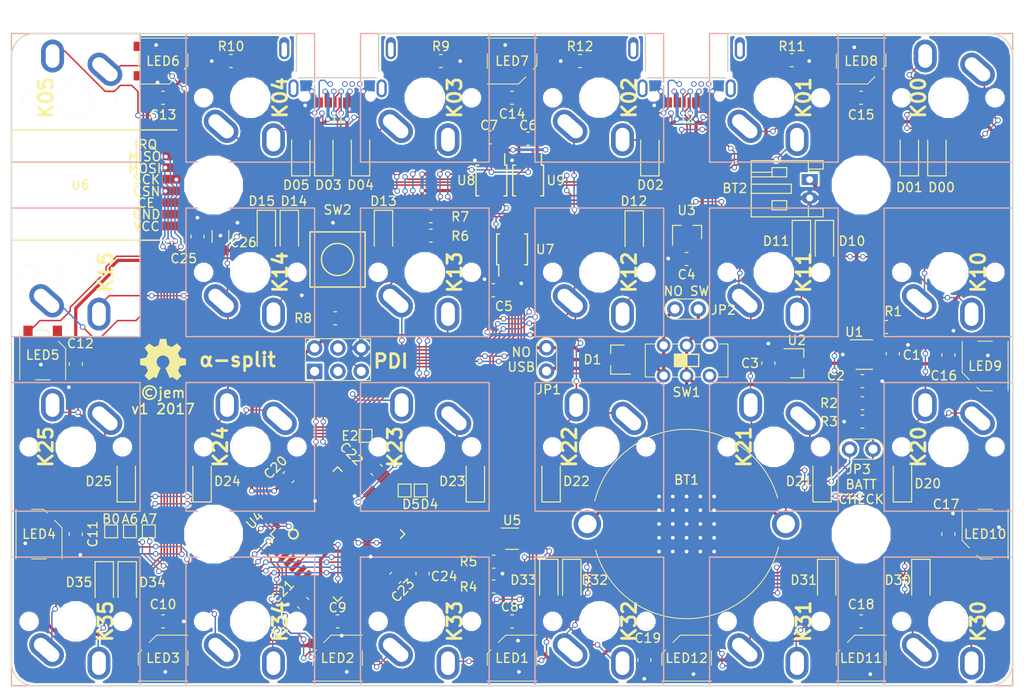
<source format=kicad_pcb>
(kicad_pcb (version 4) (host pcbnew 4.0.7)
  (layers (0 F.Cu signal) (31 B.Cu signal) (34 B.Paste user) (35 F.Paste user) (36 B.SilkS user) (37 F.SilkS user) (38 B.Mask user) (39 F.Mask user) (44 Edge.Cuts user))
  (net 0 "")
  (net 1 +5V)
  (net 2 GND)
  (net 3 /BAT_LVL)
  (net 4 VCC)
  (net 5 /ROW0)
  (net 6 /ROW1)
  (net 7 /ROW2)
  (net 8 /ROW3)
  (net 9 /PDI)
  (net 10 /RST)
  (net 11 /D4)
  (net 12 /D5)
  (net 13 /A6)
  (net 14 /A7)
  (net 15 "Net-(LED1-Pad2)")
  (net 16 "Net-(LED1-Pad4)")
  (net 17 "Net-(LED2-Pad2)")
  (net 18 "Net-(LED3-Pad2)")
  (net 19 "Net-(LED4-Pad2)")
  (net 20 "Net-(LED5-Pad2)")
  (net 21 "Net-(LED6-Pad2)")
  (net 22 "Net-(LED7-Pad2)")
  (net 23 "Net-(LED8-Pad2)")
  (net 24 "Net-(LED10-Pad4)")
  (net 25 "Net-(LED10-Pad2)")
  (net 26 "Net-(LED11-Pad2)")
  (net 27 /BAT_PROG)
  (net 28 /VBUS_CHECK)
  (net 29 /SDA)
  (net 30 /SCL)
  (net 31 /COL0)
  (net 32 /COL1)
  (net 33 /COL2)
  (net 34 /COL3)
  (net 35 /COL4)
  (net 36 /COL5)
  (net 37 /UNDER_LED)
  (net 38 /I2C_LEFT)
  (net 39 /I2C_RIGHT)
  (net 40 /USB_OE)
  (net 41 /CSN)
  (net 42 /MOSI)
  (net 43 /MISO)
  (net 44 /SCK)
  (net 45 /D-)
  (net 46 /D+)
  (net 47 /CE)
  (net 48 /IRQ)
  (net 49 +BATT)
  (net 50 /BAT_STAT)
  (net 51 "Net-(U9-Pad8)")
  (net 52 "Net-(U9-Pad9)")
  (net 53 /BATT_IN)
  (net 54 /BAT_LI_ION)
  (net 55 "Net-(SW1-Pad6)")
  (net 56 "Net-(SW1-Pad3)")
  (net 57 +3V3)
  (net 58 "Net-(J3-Pad3)")
  (net 59 "Net-(J3-Pad4)")
  (net 60 "Net-(LED12-Pad2)")
  (net 61 /E2)
  (net 62 /B0)
  (net 63 "Net-(D00-Pad2)")
  (net 64 "Net-(D01-Pad2)")
  (net 65 "Net-(D02-Pad2)")
  (net 66 "Net-(D03-Pad2)")
  (net 67 "Net-(D04-Pad2)")
  (net 68 "Net-(D05-Pad2)")
  (net 69 "Net-(D10-Pad2)")
  (net 70 "Net-(D11-Pad2)")
  (net 71 "Net-(D12-Pad2)")
  (net 72 "Net-(D13-Pad2)")
  (net 73 "Net-(D14-Pad2)")
  (net 74 "Net-(D15-Pad2)")
  (net 75 "Net-(D20-Pad2)")
  (net 76 "Net-(D21-Pad2)")
  (net 77 "Net-(D22-Pad2)")
  (net 78 "Net-(D23-Pad2)")
  (net 79 "Net-(D24-Pad2)")
  (net 80 "Net-(D25-Pad2)")
  (net 81 "Net-(D30-Pad2)")
  (net 82 "Net-(D31-Pad2)")
  (net 83 "Net-(D32-Pad2)")
  (net 84 "Net-(D33-Pad2)")
  (net 85 "Net-(D34-Pad2)")
  (net 86 "Net-(D35-Pad2)")
  (net 87 "Net-(U8-Pad8)")
  (net 88 "Net-(U8-Pad9)")
  (net 89 "Net-(J1-PadA5)")
  (net 90 "Net-(J1-PadB5)")
  (net 91 "Net-(J2-PadA5)")
  (net 92 "Net-(J2-PadB5)")
  (net 93 "Net-(J1-PadA2)")
  (net 94 "Net-(J1-PadA3)")
  (net 95 "Net-(J1-PadA8)")
  (net 96 "Net-(J1-PadA10)")
  (net 97 "Net-(J1-PadA11)")
  (net 98 "Net-(J1-PadB11)")
  (net 99 "Net-(J1-PadB8)")
  (net 100 "Net-(J1-PadB10)")
  (net 101 "Net-(J2-PadA2)")
  (net 102 "Net-(J2-PadA3)")
  (net 103 "Net-(J2-PadA8)")
  (net 104 "Net-(J2-PadA10)")
  (net 105 "Net-(J2-PadA11)")
  (net 106 "Net-(J2-PadB11)")
  (net 107 "Net-(J2-PadB8)")
  (net 108 "Net-(J2-PadB10)")
  (net 109 /USB_L_D+)
  (net 110 /USB_L_D-)
  (net 111 /USB_R_D+)
  (net 112 /USB_R_D-)
  (net 113 "Net-(J1-PadS1)")
  (net 114 "Net-(J2-PadS1)")
  (module MountingHole:MountingHole_6mm (layer F.Cu) (at 22 54.5)
    (fp_text reference "" (at 0 -7) (layer F.SilkS))
    (fp_text value MountingHole_6mm)
    (pad 1 np_thru_hole circle (at 0 0) (size 6 6) (drill 6) (layers *.Cu *.Mask))
  )
  (module switch_mx:Cherry_MX_Matias_Slots_NoSilk_Back (layer B.Cu) (at 26 64)
    (fp_text reference K34 (at 3.25 0 270) (layer F.SilkS) (effects (font (thickness 0.3048))))
    (fp_text value K34 hide)
    (pad "" np_thru_hole circle (at -5.08 0) (size 1.7 1.7) (drill 1.7) (layers *.Cu *.Mask B.SilkS))
    (pad "" np_thru_hole circle (at 0 0) (size 4 4) (drill 4) (layers *.Cu *.Mask B.SilkS))
    (pad "" np_thru_hole circle (at 5.08 0) (size 1.7 1.7) (drill 1.7) (layers *.Cu *.Mask B.SilkS))
    (pad 1 thru_hole oval (at -3.175 3.1 48.5) (size 2.5 4.2) (drill oval 1.5 3.2) (layers *.Cu *.Mask) (net 35 /COL4))
    (pad 2 thru_hole oval (at 2.525 4.55) (size 2.5 3.575) (drill oval 1.5 2.575) (layers *.Cu *.Mask) (net 85 "Net-(D34-Pad2)"))
  )
  (module StitchVia_2x2_0.3mm (layer F.Cu) (at 76.5 56.4)
    (fp_text reference REF** hide)
    (fp_text value StitchVia_0.3mm hide)
    (pad 1 thru_hole circle (at 0 0) (size 0.6 0.6) (drill 0.4) (layers *.Cu) (net 2 GND))
  )
  (module StitchVia_2x2_0.3mm (layer F.Cu) (at 75 56.4)
    (fp_text reference REF** hide)
    (fp_text value StitchVia_0.3mm hide)
    (pad 1 thru_hole circle (at 0 0) (size 0.6 0.6) (drill 0.4) (layers *.Cu) (net 2 GND))
  )
  (module StitchVia_2x2_0.3mm (layer F.Cu) (at 73.5 56.4)
    (fp_text reference REF** hide)
    (fp_text value StitchVia_0.3mm hide)
    (pad 1 thru_hole circle (at 0 0) (size 0.6 0.6) (drill 0.4) (layers *.Cu) (net 2 GND))
  )
  (module StitchVia_2x2_0.3mm (layer F.Cu) (at 72 56.4)
    (fp_text reference REF** hide)
    (fp_text value StitchVia_0.3mm hide)
    (pad 1 thru_hole circle (at 0 0) (size 0.6 0.6) (drill 0.4) (layers *.Cu) (net 2 GND))
  )
  (module StitchVia_2x2_0.3mm (layer F.Cu) (at 70.5 56.4)
    (fp_text reference REF** hide)
    (fp_text value StitchVia_0.3mm hide)
    (pad 1 thru_hole circle (at 0 0) (size 0.6 0.6) (drill 0.4) (layers *.Cu) (net 2 GND))
  )
  (module StitchVia_2x2_0.3mm (layer F.Cu) (at 76.5 54.9)
    (fp_text reference REF** hide)
    (fp_text value StitchVia_0.3mm hide)
    (pad 1 thru_hole circle (at 0 0) (size 0.6 0.6) (drill 0.4) (layers *.Cu) (net 2 GND))
  )
  (module StitchVia_2x2_0.3mm (layer F.Cu) (at 75 54.9)
    (fp_text reference REF** hide)
    (fp_text value StitchVia_0.3mm hide)
    (pad 1 thru_hole circle (at 0 0) (size 0.6 0.6) (drill 0.4) (layers *.Cu) (net 2 GND))
  )
  (module StitchVia_2x2_0.3mm (layer F.Cu) (at 73.5 54.9)
    (fp_text reference REF** hide)
    (fp_text value StitchVia_0.3mm hide)
    (pad 1 thru_hole circle (at 0 0) (size 0.6 0.6) (drill 0.4) (layers *.Cu) (net 2 GND))
  )
  (module StitchVia_2x2_0.3mm (layer F.Cu) (at 72 54.9)
    (fp_text reference REF** hide)
    (fp_text value StitchVia_0.3mm hide)
    (pad 1 thru_hole circle (at 0 0) (size 0.6 0.6) (drill 0.4) (layers *.Cu) (net 2 GND))
  )
  (module StitchVia_2x2_0.3mm (layer F.Cu) (at 70.5 54.9)
    (fp_text reference REF** hide)
    (fp_text value StitchVia_0.3mm hide)
    (pad 1 thru_hole circle (at 0 0) (size 0.6 0.6) (drill 0.4) (layers *.Cu) (net 2 GND))
  )
  (module StitchVia_2x2_0.3mm (layer F.Cu) (at 76.5 53.4)
    (fp_text reference REF** hide)
    (fp_text value StitchVia_0.3mm hide)
    (pad 1 thru_hole circle (at 0 0) (size 0.6 0.6) (drill 0.4) (layers *.Cu) (net 2 GND))
  )
  (module StitchVia_2x2_0.3mm (layer F.Cu) (at 75 53.4)
    (fp_text reference REF** hide)
    (fp_text value StitchVia_0.3mm hide)
    (pad 1 thru_hole circle (at 0 0) (size 0.6 0.6) (drill 0.4) (layers *.Cu) (net 2 GND))
  )
  (module StitchVia_2x2_0.3mm (layer F.Cu) (at 73.5 53.4)
    (fp_text reference REF** hide)
    (fp_text value StitchVia_0.3mm hide)
    (pad 1 thru_hole circle (at 0 0) (size 0.6 0.6) (drill 0.4) (layers *.Cu) (net 2 GND))
  )
  (module StitchVia_2x2_0.3mm (layer F.Cu) (at 72 53.4)
    (fp_text reference REF** hide)
    (fp_text value StitchVia_0.3mm hide)
    (pad 1 thru_hole circle (at 0 0) (size 0.6 0.6) (drill 0.4) (layers *.Cu) (net 2 GND))
  )
  (module StitchVia_2x2_0.3mm (layer F.Cu) (at 70.5 53.4)
    (fp_text reference REF** hide)
    (fp_text value StitchVia_0.3mm hide)
    (pad 1 thru_hole circle (at 0 0) (size 0.6 0.6) (drill 0.4) (layers *.Cu) (net 2 GND))
  )
  (module StitchVia_2x2_0.3mm (layer F.Cu) (at 76.5 51.9)
    (fp_text reference REF** hide)
    (fp_text value StitchVia_0.3mm hide)
    (pad 1 thru_hole circle (at 0 0) (size 0.6 0.6) (drill 0.4) (layers *.Cu) (net 2 GND))
  )
  (module StitchVia_2x2_0.3mm (layer F.Cu) (at 75 51.9)
    (fp_text reference REF** hide)
    (fp_text value StitchVia_0.3mm hide)
    (pad 1 thru_hole circle (at 0 0) (size 0.6 0.6) (drill 0.4) (layers *.Cu) (net 2 GND))
  )
  (module StitchVia_2x2_0.3mm (layer F.Cu) (at 73.5 51.9)
    (fp_text reference REF** hide)
    (fp_text value StitchVia_0.3mm hide)
    (pad 1 thru_hole circle (at 0 0) (size 0.6 0.6) (drill 0.4) (layers *.Cu) (net 2 GND))
  )
  (module StitchVia_2x2_0.3mm (layer F.Cu) (at 72 51.9)
    (fp_text reference REF** hide)
    (fp_text value StitchVia_0.3mm hide)
    (pad 1 thru_hole circle (at 0 0) (size 0.6 0.6) (drill 0.4) (layers *.Cu) (net 2 GND))
  )
  (module StitchVia_2x2_0.3mm (layer F.Cu) (at 70.5 51.9)
    (fp_text reference REF** hide)
    (fp_text value StitchVia_0.3mm hide)
    (pad 1 thru_hole circle (at 0 0) (size 0.6 0.6) (drill 0.4) (layers *.Cu) (net 2 GND))
  )
  (module StitchVia_2x2_0.3mm (layer F.Cu) (at 76.5 50.4)
    (fp_text reference REF** hide)
    (fp_text value StitchVia_0.3mm hide)
    (pad 1 thru_hole circle (at 0 0) (size 0.6 0.6) (drill 0.4) (layers *.Cu) (net 2 GND))
  )
  (module StitchVia_2x2_0.3mm (layer F.Cu) (at 75 50.4)
    (fp_text reference REF** hide)
    (fp_text value StitchVia_0.3mm hide)
    (pad 1 thru_hole circle (at 0 0) (size 0.6 0.6) (drill 0.4) (layers *.Cu) (net 2 GND))
  )
  (module StitchVia_2x2_0.3mm (layer F.Cu) (at 73.5 50.4)
    (fp_text reference REF** hide)
    (fp_text value StitchVia_0.3mm hide)
    (pad 1 thru_hole circle (at 0 0) (size 0.6 0.6) (drill 0.4) (layers *.Cu) (net 2 GND))
  )
  (module StitchVia_2x2_0.3mm (layer F.Cu) (at 72 50.4)
    (fp_text reference REF** hide)
    (fp_text value StitchVia_0.3mm hide)
    (pad 1 thru_hole circle (at 0 0) (size 0.6 0.6) (drill 0.4) (layers *.Cu) (net 2 GND))
  )
  (module StitchVia_2x2_0.3mm (layer F.Cu) (at 70.5 50.4)
    (fp_text reference REF** hide)
    (fp_text value StitchVia_0.3mm hide)
    (pad 1 thru_hole circle (at 0 0) (size 0.6 0.6) (drill 0.4) (layers *.Cu) (net 2 GND))
  )
  (module conn_usb:USB_TypeC_DX07B024XJ1 (layer F.Cu) (at 73.5 6.85 180)
    (fp_text reference J2 (at 0.01 -2.4 180) (layer F.SilkS))
    (fp_text value USB_C_Receptacle)
    (pad "" np_thru_hole circle (at 4.475 2.35 180) (size 0.7 0.7) (drill 0.7) (layers *.Cu *.Mask))
    (pad S1 thru_hole oval (at 5.8 5.1 180) (size 1.1 2.4) (drill oval 0.6 1.6 (offset 0 0.15)) (layers *.Cu *.Mask) (net 114 "Net-(J2-PadS1)"))
    (pad S1 thru_hole oval (at 4.8 0.875 180) (size 1.1 1.95) (drill oval 0.6 1.45) (layers *.Cu *.Mask) (net 114 "Net-(J2-PadS1)"))
    (pad S1 thru_hole oval (at -5.8 5.1 180) (size 1.1 2.4) (drill oval 0.6 1.6 (offset 0 0.15)) (layers *.Cu *.Mask) (net 114 "Net-(J2-PadS1)"))
    (pad S1 thru_hole oval (at -4.8 0.875 180) (size 1.1 1.95) (drill oval 0.6 1.45) (layers *.Cu *.Mask) (net 114 "Net-(J2-PadS1)"))
    (pad "" np_thru_hole circle (at 2.4 1.35 180) (size 0.35 0.35) (drill 0.35) (layers *.Cu))
    (pad "" np_thru_hole oval (at 3.6 0 180) (size 0.95 0.75) (drill oval 0.95 0.75) (layers *.Cu *.Mask))
    (pad A1 smd rect (at -2.75 -0.66 180) (size 0.3 1.1) (layers F.Cu F.Paste F.Mask) (net 2 GND))
    (pad B1 thru_hole circle (at 2.8 0.55 180) (size 0.6 0.6) (drill 0.4) (layers *.Cu *.Mask) (net 2 GND))
    (pad "" np_thru_hole circle (at -3.6 0 180) (size 0.75 0.75) (drill 0.75) (layers *.Cu *.Mask))
    (pad A2 smd rect (at -2.25 -0.66 180) (size 0.3 1.1) (layers F.Cu F.Paste F.Mask) (net 101 "Net-(J2-PadA2)"))
    (pad A3 smd rect (at -1.75 -0.66 180) (size 0.3 1.1) (layers F.Cu F.Paste F.Mask) (net 102 "Net-(J2-PadA3)"))
    (pad A4 smd rect (at -1.25 -0.66 180) (size 0.3 1.1) (layers F.Cu F.Paste F.Mask) (net 1 +5V))
    (pad A5 smd rect (at -0.75 -0.66 180) (size 0.3 1.1) (layers F.Cu F.Paste F.Mask) (net 91 "Net-(J2-PadA5)"))
    (pad A6 smd rect (at -0.25 -0.66 180) (size 0.3 1.1) (layers F.Cu F.Paste F.Mask) (net 111 /USB_R_D+))
    (pad A7 smd rect (at 0.25 -0.66 180) (size 0.3 1.1) (layers F.Cu F.Paste F.Mask) (net 112 /USB_R_D-))
    (pad A8 smd rect (at 0.75 -0.66 180) (size 0.3 1.1) (layers F.Cu F.Paste F.Mask) (net 103 "Net-(J2-PadA8)"))
    (pad A9 smd rect (at 1.25 -0.66 180) (size 0.3 1.1) (layers F.Cu F.Paste F.Mask) (net 1 +5V))
    (pad A10 smd rect (at 1.75 -0.66 180) (size 0.3 1.1) (layers F.Cu F.Paste F.Mask) (net 104 "Net-(J2-PadA10)"))
    (pad A11 smd rect (at 2.25 -0.66 180) (size 0.3 1.1) (layers F.Cu F.Paste F.Mask) (net 105 "Net-(J2-PadA11)"))
    (pad A12 smd rect (at 2.75 -0.66 180) (size 0.3 1.1) (layers F.Cu F.Paste F.Mask) (net 2 GND))
    (pad "" np_thru_hole circle (at 1.6 1.35 180) (size 0.35 0.35) (drill 0.35) (layers *.Cu))
    (pad B5 thru_hole circle (at 0.8 1.35 180) (size 0.6 0.6) (drill 0.4) (layers *.Cu *.Mask) (net 92 "Net-(J2-PadB5)"))
    (pad B7 thru_hole circle (at -0.4 0.55 180) (size 0.6 0.6) (drill 0.4) (layers *.Cu *.Mask) (net 112 /USB_R_D-))
    (pad B9 thru_hole circle (at -1.35 0.55 180) (size 0.6 0.6) (drill 0.4) (layers *.Cu *.Mask) (net 1 +5V))
    (pad B11 thru_hole circle (at -2.4 1.35 180) (size 0.6 0.6) (drill 0.4) (layers *.Cu *.Mask) (net 106 "Net-(J2-PadB11)"))
    (pad B4 thru_hole circle (at 1.35 0.55 180) (size 0.6 0.6) (drill 0.4) (layers *.Cu *.Mask) (net 1 +5V))
    (pad B6 thru_hole circle (at 0.4 0.55 180) (size 0.6 0.6) (drill 0.4) (layers *.Cu *.Mask) (net 111 /USB_R_D+))
    (pad B8 thru_hole circle (at -0.8 1.35 180) (size 0.6 0.6) (drill 0.4) (layers *.Cu *.Mask) (net 107 "Net-(J2-PadB8)"))
    (pad B10 thru_hole circle (at -1.6 1.35 180) (size 0.6 0.6) (drill 0.4) (layers *.Cu *.Mask) (net 108 "Net-(J2-PadB10)"))
    (pad B12 thru_hole circle (at -2.8 0.55 180) (size 0.6 0.6) (drill 0.4) (layers *.Cu *.Mask) (net 2 GND))
    (pad "" np_thru_hole circle (at -4.475 2.35 180) (size 0.7 0.7) (drill 0.7) (layers *.Cu *.Mask))
  )
  (module Conn_PinHeader_2.54mm:PinHeader_2x03_P2.54mm_Vertical (layer F.Cu) (at 33 36.775 90)
    (fp_text reference J3)
    (fp_text value PDI)
    (pad 1 thru_hole rect (at 0 0 90) (size 1.7 1.7) (drill 1) (layers *.Cu *.Mask) (net 9 /PDI))
    (pad 2 thru_hole oval (at 2.54 0 90) (size 1.7 1.7) (drill 1) (layers *.Cu *.Mask) (net 4 VCC))
    (pad 3 thru_hole oval (at 0 2.54 90) (size 1.7 1.7) (drill 1) (layers *.Cu *.Mask) (net 58 "Net-(J3-Pad3)"))
    (pad 4 thru_hole oval (at 2.54 2.54 90) (size 1.7 1.7) (drill 1) (layers *.Cu *.Mask) (net 59 "Net-(J3-Pad4)"))
    (pad 5 thru_hole oval (at 0 5.08 90) (size 1.7 1.7) (drill 1) (layers *.Cu *.Mask) (net 10 /RST))
    (pad 6 thru_hole oval (at 2.54 5.08 90) (size 1.7 1.7) (drill 1) (layers *.Cu *.Mask) (net 2 GND))
  )
  (module Package_QFP:TQFP-44_10x10mm_P0.8mm (layer F.Cu) (at 35.5 54.5 45)
    (fp_text reference U4 (at -5.303301 -7.424621 45) (layer F.SilkS))
    (fp_text value ATXMEGA-A4U-EPAD)
    (pad 1 smd rect (at -5.7 -4 45) (size 1.5 0.55) (layers F.Cu F.Paste F.Mask) (net 36 /COL5))
    (pad 2 smd rect (at -5.7 -3.2 45) (size 1.5 0.55) (layers F.Cu F.Paste F.Mask) (net 13 /A6))
    (pad 3 smd rect (at -5.7 -2.4 45) (size 1.5 0.55) (layers F.Cu F.Paste F.Mask) (net 14 /A7))
    (pad 4 smd rect (at -5.7 -1.6 45) (size 1.5 0.55) (layers F.Cu F.Paste F.Mask) (net 62 /B0))
    (pad 5 smd rect (at -5.7 -0.8 45) (size 1.5 0.55) (layers F.Cu F.Paste F.Mask) (net 3 /BAT_LVL))
    (pad 6 smd rect (at -5.7 0 45) (size 1.5 0.55) (layers F.Cu F.Paste F.Mask) (net 47 /CE))
    (pad 7 smd rect (at -5.7 0.8 45) (size 1.5 0.55) (layers F.Cu F.Paste F.Mask) (net 48 /IRQ))
    (pad 8 smd rect (at -5.7 1.6 45) (size 1.5 0.55) (layers F.Cu F.Paste F.Mask) (net 2 GND))
    (pad 9 smd rect (at -5.7 2.4 45) (size 1.5 0.55) (layers F.Cu F.Paste F.Mask) (net 4 VCC))
    (pad 10 smd rect (at -5.7 3.2 45) (size 1.5 0.55) (layers F.Cu F.Paste F.Mask) (net 37 /UNDER_LED))
    (pad 11 smd rect (at -5.7 4 45) (size 1.5 0.55) (layers F.Cu F.Paste F.Mask) (net 28 /VBUS_CHECK))
    (pad 12 smd rect (at -4 5.7 135) (size 1.5 0.55) (layers F.Cu F.Paste F.Mask) (net 27 /BAT_PROG))
    (pad 13 smd rect (at -3.2 5.7 135) (size 1.5 0.55) (layers F.Cu F.Paste F.Mask) (net 50 /BAT_STAT))
    (pad 14 smd rect (at -2.4 5.7 135) (size 1.5 0.55) (layers F.Cu F.Paste F.Mask) (net 41 /CSN))
    (pad 15 smd rect (at -1.6 5.7 135) (size 1.5 0.55) (layers F.Cu F.Paste F.Mask) (net 42 /MOSI))
    (pad 16 smd rect (at -0.8 5.7 135) (size 1.5 0.55) (layers F.Cu F.Paste F.Mask) (net 43 /MISO))
    (pad 17 smd rect (at 0 5.7 135) (size 1.5 0.55) (layers F.Cu F.Paste F.Mask) (net 44 /SCK))
    (pad 18 smd rect (at 0.8 5.7 135) (size 1.5 0.55) (layers F.Cu F.Paste F.Mask) (net 2 GND))
    (pad 19 smd rect (at 1.6 5.7 135) (size 1.5 0.55) (layers F.Cu F.Paste F.Mask) (net 4 VCC))
    (pad 20 smd rect (at 2.4 5.7 135) (size 1.5 0.55) (layers F.Cu F.Paste F.Mask) (net 8 /ROW3))
    (pad 21 smd rect (at 3.2 5.7 135) (size 1.5 0.55) (layers F.Cu F.Paste F.Mask) (net 7 /ROW2))
    (pad 22 smd rect (at 4 5.7 135) (size 1.5 0.55) (layers F.Cu F.Paste F.Mask) (net 5 /ROW0))
    (pad 23 smd rect (at 5.7 4 45) (size 1.5 0.55) (layers F.Cu F.Paste F.Mask) (net 6 /ROW1))
    (pad 24 smd rect (at 5.7 3.2 45) (size 1.5 0.55) (layers F.Cu F.Paste F.Mask) (net 11 /D4))
    (pad 25 smd rect (at 5.7 2.4 45) (size 1.5 0.55) (layers F.Cu F.Paste F.Mask) (net 12 /D5))
    (pad 26 smd rect (at 5.7 1.6 45) (size 1.5 0.55) (layers F.Cu F.Paste F.Mask) (net 45 /D-))
    (pad 27 smd rect (at 5.7 0.8 45) (size 1.5 0.55) (layers F.Cu F.Paste F.Mask) (net 46 /D+))
    (pad 28 smd rect (at 5.7 0 45) (size 1.5 0.55) (layers F.Cu F.Paste F.Mask) (net 29 /SDA))
    (pad 29 smd rect (at 5.7 -0.8 45) (size 1.5 0.55) (layers F.Cu F.Paste F.Mask) (net 30 /SCL))
    (pad 30 smd rect (at 5.7 -1.6 45) (size 1.5 0.55) (layers F.Cu F.Paste F.Mask) (net 2 GND))
    (pad 31 smd rect (at 5.7 -2.4 45) (size 1.5 0.55) (layers F.Cu F.Paste F.Mask) (net 4 VCC))
    (pad 32 smd rect (at 5.7 -3.2 45) (size 1.5 0.55) (layers F.Cu F.Paste F.Mask) (net 61 /E2))
    (pad 33 smd rect (at 5.7 -4 45) (size 1.5 0.55) (layers F.Cu F.Paste F.Mask) (net 39 /I2C_RIGHT))
    (pad 34 smd rect (at 4 -5.7 135) (size 1.5 0.55) (layers F.Cu F.Paste F.Mask) (net 9 /PDI))
    (pad 35 smd rect (at 3.2 -5.7 135) (size 1.5 0.55) (layers F.Cu F.Paste F.Mask) (net 10 /RST))
    (pad 36 smd rect (at 2.4 -5.7 135) (size 1.5 0.55) (layers F.Cu F.Paste F.Mask) (net 38 /I2C_LEFT))
    (pad 37 smd rect (at 1.6 -5.7 135) (size 1.5 0.55) (layers F.Cu F.Paste F.Mask) (net 40 /USB_OE))
    (pad 38 smd rect (at 0.8 -5.7 135) (size 1.5 0.55) (layers F.Cu F.Paste F.Mask) (net 2 GND))
    (pad 39 smd rect (at 0 -5.7 135) (size 1.5 0.55) (layers F.Cu F.Paste F.Mask) (net 4 VCC))
    (pad 40 smd rect (at -0.8 -5.7 135) (size 1.5 0.55) (layers F.Cu F.Paste F.Mask) (net 33 /COL2))
    (pad 41 smd rect (at -1.6 -5.7 135) (size 1.5 0.55) (layers F.Cu F.Paste F.Mask) (net 32 /COL1))
    (pad 42 smd rect (at -2.4 -5.7 135) (size 1.5 0.55) (layers F.Cu F.Paste F.Mask) (net 31 /COL0))
    (pad 43 smd rect (at -3.2 -5.7 135) (size 1.5 0.55) (layers F.Cu F.Paste F.Mask) (net 34 /COL3))
    (pad 44 smd rect (at -4 -5.7 135) (size 1.5 0.55) (layers F.Cu F.Paste F.Mask) (net 35 /COL4))
  )
  (module Resistor_SMD:R_0805_2012Metric (layer F.Cu) (at 52.5 60.2 180)
    (fp_text reference R4 (at 2.75 -0.05 180) (layer F.SilkS))
    (fp_text value 100k)
    (pad 1 smd rect (at -0.955 0 180) (size 0.97 1.5) (layers F.Cu F.Paste F.Mask) (net 1 +5V))
    (pad 2 smd rect (at 0.955 0 180) (size 0.97 1.5) (layers F.Cu F.Paste F.Mask) (net 28 /VBUS_CHECK))
  )
  (module MountingHole:MountingHole_6mm (layer F.Cu) (at 22 16.5)
    (fp_text reference "" (at 0 -7) (layer F.SilkS))
    (fp_text value MountingHole_6mm)
    (pad 1 np_thru_hole circle (at 0 0) (size 6 6) (drill 6) (layers *.Cu *.Mask))
  )
  (module Package_TO_SOT_SMD:SOT-353_SC-70-5 (layer F.Cu) (at 54.5 55)
    (fp_text reference U5 (at 0 -2) (layer F.SilkS))
    (fp_text value 74LVC1G34)
    (pad 1 smd rect (at -0.95 -0.65) (size 0.65 0.4) (layers F.Cu F.Paste F.Mask))
    (pad 3 smd rect (at -0.95 0.65) (size 0.65 0.4) (layers F.Cu F.Paste F.Mask) (net 2 GND))
    (pad 2 smd rect (at -0.95 0) (size 0.65 0.4) (layers F.Cu F.Paste F.Mask) (net 37 /UNDER_LED))
    (pad 4 smd rect (at 0.95 0.65) (size 0.65 0.4) (layers F.Cu F.Paste F.Mask) (net 16 "Net-(LED1-Pad4)"))
    (pad 5 smd rect (at 0.95 -0.65) (size 0.65 0.4) (layers F.Cu F.Paste F.Mask) (net 1 +5V))
  )
  (module neopixel:WS2812B (layer F.Cu) (at 54.5 68)
    (fp_text reference LED1 (at 0 0) (layer F.SilkS))
    (fp_text value WS2812B)
    (pad 1 smd rect (at -2.45 -1.6) (size 1.5 1) (layers F.Cu F.Paste F.Mask) (net 1 +5V))
    (pad 4 smd rect (at 2.45 -1.6) (size 1.5 1) (layers F.Cu F.Paste F.Mask) (net 16 "Net-(LED1-Pad4)"))
    (pad 2 smd rect (at -2.45 1.6) (size 1.5 1) (layers F.Cu F.Paste F.Mask) (net 15 "Net-(LED1-Pad2)"))
    (pad 3 smd rect (at 2.45 1.6) (size 1.5 1) (layers F.Cu F.Paste F.Mask) (net 2 GND))
  )
  (module neopixel:WS2812B (layer F.Cu) (at 35.5 68)
    (fp_text reference LED2 (at 0 0) (layer F.SilkS))
    (fp_text value WS2812B)
    (pad 1 smd rect (at -2.45 -1.6) (size 1.5 1) (layers F.Cu F.Paste F.Mask) (net 1 +5V))
    (pad 4 smd rect (at 2.45 -1.6) (size 1.5 1) (layers F.Cu F.Paste F.Mask) (net 15 "Net-(LED1-Pad2)"))
    (pad 2 smd rect (at -2.45 1.6) (size 1.5 1) (layers F.Cu F.Paste F.Mask) (net 17 "Net-(LED2-Pad2)"))
    (pad 3 smd rect (at 2.45 1.6) (size 1.5 1) (layers F.Cu F.Paste F.Mask) (net 2 GND))
  )
  (module neopixel:WS2812B (layer F.Cu) (at 16.5 68)
    (fp_text reference LED3 (at 0 0) (layer F.SilkS))
    (fp_text value WS2812B)
    (pad 1 smd rect (at -2.45 -1.6) (size 1.5 1) (layers F.Cu F.Paste F.Mask) (net 1 +5V))
    (pad 4 smd rect (at 2.45 -1.6) (size 1.5 1) (layers F.Cu F.Paste F.Mask) (net 17 "Net-(LED2-Pad2)"))
    (pad 2 smd rect (at -2.45 1.6) (size 1.5 1) (layers F.Cu F.Paste F.Mask) (net 18 "Net-(LED3-Pad2)"))
    (pad 3 smd rect (at 2.45 1.6) (size 1.5 1) (layers F.Cu F.Paste F.Mask) (net 2 GND))
  )
  (module neopixel:WS2812B (layer F.Cu) (at 3 54.5 270)
    (fp_text reference LED4 (at 0 0 360) (layer F.SilkS))
    (fp_text value WS2812B)
    (pad 1 smd rect (at -2.45 -1.6 270) (size 1.5 1) (layers F.Cu F.Paste F.Mask) (net 1 +5V))
    (pad 4 smd rect (at 2.45 -1.6 270) (size 1.5 1) (layers F.Cu F.Paste F.Mask) (net 18 "Net-(LED3-Pad2)"))
    (pad 2 smd rect (at -2.45 1.6 270) (size 1.5 1) (layers F.Cu F.Paste F.Mask) (net 19 "Net-(LED4-Pad2)"))
    (pad 3 smd rect (at 2.45 1.6 270) (size 1.5 1) (layers F.Cu F.Paste F.Mask) (net 2 GND))
  )
  (module neopixel:WS2812B (layer F.Cu) (at 3.4 35 270)
    (fp_text reference LED5 (at 0 0 360) (layer F.SilkS))
    (fp_text value WS2812B)
    (pad 1 smd rect (at -2.45 -1.6 270) (size 1.5 1) (layers F.Cu F.Paste F.Mask) (net 1 +5V))
    (pad 4 smd rect (at 2.45 -1.6 270) (size 1.5 1) (layers F.Cu F.Paste F.Mask) (net 19 "Net-(LED4-Pad2)"))
    (pad 2 smd rect (at -2.45 1.6 270) (size 1.5 1) (layers F.Cu F.Paste F.Mask) (net 20 "Net-(LED5-Pad2)"))
    (pad 3 smd rect (at 2.45 1.6 270) (size 1.5 1) (layers F.Cu F.Paste F.Mask) (net 2 GND))
  )
  (module neopixel:WS2812B (layer F.Cu) (at 16.5 3 180)
    (fp_text reference LED6 (at 0 0 180) (layer F.SilkS))
    (fp_text value WS2812B)
    (pad 1 smd rect (at -2.45 -1.6 180) (size 1.5 1) (layers F.Cu F.Paste F.Mask) (net 1 +5V))
    (pad 4 smd rect (at 2.45 -1.6 180) (size 1.5 1) (layers F.Cu F.Paste F.Mask) (net 20 "Net-(LED5-Pad2)"))
    (pad 2 smd rect (at -2.45 1.6 180) (size 1.5 1) (layers F.Cu F.Paste F.Mask) (net 21 "Net-(LED6-Pad2)"))
    (pad 3 smd rect (at 2.45 1.6 180) (size 1.5 1) (layers F.Cu F.Paste F.Mask) (net 2 GND))
  )
  (module neopixel:WS2812B (layer F.Cu) (at 54.5 3 180)
    (fp_text reference LED7 (at 0 0 180) (layer F.SilkS))
    (fp_text value WS2812B)
    (pad 1 smd rect (at -2.45 -1.6 180) (size 1.5 1) (layers F.Cu F.Paste F.Mask) (net 1 +5V))
    (pad 4 smd rect (at 2.45 -1.6 180) (size 1.5 1) (layers F.Cu F.Paste F.Mask) (net 21 "Net-(LED6-Pad2)"))
    (pad 2 smd rect (at -2.45 1.6 180) (size 1.5 1) (layers F.Cu F.Paste F.Mask) (net 22 "Net-(LED7-Pad2)"))
    (pad 3 smd rect (at 2.45 1.6 180) (size 1.5 1) (layers F.Cu F.Paste F.Mask) (net 2 GND))
  )
  (module neopixel:WS2812B (layer F.Cu) (at 92.5 3 180)
    (fp_text reference LED8 (at 0 0 180) (layer F.SilkS))
    (fp_text value WS2812B)
    (pad 1 smd rect (at -2.45 -1.6 180) (size 1.5 1) (layers F.Cu F.Paste F.Mask) (net 1 +5V))
    (pad 4 smd rect (at 2.45 -1.6 180) (size 1.5 1) (layers F.Cu F.Paste F.Mask) (net 22 "Net-(LED7-Pad2)"))
    (pad 2 smd rect (at -2.45 1.6 180) (size 1.5 1) (layers F.Cu F.Paste F.Mask) (net 23 "Net-(LED8-Pad2)"))
    (pad 3 smd rect (at 2.45 1.6 180) (size 1.5 1) (layers F.Cu F.Paste F.Mask) (net 2 GND))
  )
  (module neopixel:WS2812B (layer F.Cu) (at 106 36.2 90)
    (fp_text reference LED9 (at 0 0 360) (layer F.SilkS))
    (fp_text value WS2812B)
    (pad 1 smd rect (at -2.45 -1.6 90) (size 1.5 1) (layers F.Cu F.Paste F.Mask) (net 1 +5V))
    (pad 4 smd rect (at 2.45 -1.6 90) (size 1.5 1) (layers F.Cu F.Paste F.Mask) (net 23 "Net-(LED8-Pad2)"))
    (pad 2 smd rect (at -2.45 1.6 90) (size 1.5 1) (layers F.Cu F.Paste F.Mask) (net 24 "Net-(LED10-Pad4)"))
    (pad 3 smd rect (at 2.45 1.6 90) (size 1.5 1) (layers F.Cu F.Paste F.Mask) (net 2 GND))
  )
  (module neopixel:WS2812B (layer F.Cu) (at 106 54.5 90)
    (fp_text reference LED10 (at 0 0 180) (layer F.SilkS))
    (fp_text value WS2812B)
    (pad 1 smd rect (at -2.45 -1.6 90) (size 1.5 1) (layers F.Cu F.Paste F.Mask) (net 1 +5V))
    (pad 4 smd rect (at 2.45 -1.6 90) (size 1.5 1) (layers F.Cu F.Paste F.Mask) (net 24 "Net-(LED10-Pad4)"))
    (pad 2 smd rect (at -2.45 1.6 90) (size 1.5 1) (layers F.Cu F.Paste F.Mask) (net 25 "Net-(LED10-Pad2)"))
    (pad 3 smd rect (at 2.45 1.6 90) (size 1.5 1) (layers F.Cu F.Paste F.Mask) (net 2 GND))
  )
  (module neopixel:WS2812B (layer F.Cu) (at 92.5 68)
    (fp_text reference LED11 (at 0 0) (layer F.SilkS))
    (fp_text value WS2812B)
    (pad 1 smd rect (at -2.45 -1.6) (size 1.5 1) (layers F.Cu F.Paste F.Mask) (net 1 +5V))
    (pad 4 smd rect (at 2.45 -1.6) (size 1.5 1) (layers F.Cu F.Paste F.Mask) (net 25 "Net-(LED10-Pad2)"))
    (pad 2 smd rect (at -2.45 1.6) (size 1.5 1) (layers F.Cu F.Paste F.Mask) (net 26 "Net-(LED11-Pad2)"))
    (pad 3 smd rect (at 2.45 1.6) (size 1.5 1) (layers F.Cu F.Paste F.Mask) (net 2 GND))
  )
  (module neopixel:WS2812B (layer F.Cu) (at 73.5 68)
    (fp_text reference LED12 (at 0 0) (layer F.SilkS))
    (fp_text value WS2812B)
    (pad 1 smd rect (at -2.45 -1.6) (size 1.5 1) (layers F.Cu F.Paste F.Mask) (net 1 +5V))
    (pad 4 smd rect (at 2.45 -1.6) (size 1.5 1) (layers F.Cu F.Paste F.Mask) (net 26 "Net-(LED11-Pad2)"))
    (pad 2 smd rect (at -2.45 1.6) (size 1.5 1) (layers F.Cu F.Paste F.Mask) (net 60 "Net-(LED12-Pad2)"))
    (pad 3 smd rect (at 2.45 1.6) (size 1.5 1) (layers F.Cu F.Paste F.Mask) (net 2 GND))
  )
  (module Package_TO_SOT_SMD:SOT-23 (layer F.Cu) (at 66 35.5 180)
    (fp_text reference D1 (at 2.75 0 180) (layer F.SilkS))
    (fp_text value D_Schottky_x2_KCom_AAK)
    (pad 1 smd rect (at -1 -0.95 180) (size 0.9 0.8) (layers F.Cu F.Paste F.Mask) (net 49 +BATT))
    (pad 2 smd rect (at -1 0.95 180) (size 0.9 0.8) (layers F.Cu F.Paste F.Mask) (net 57 +3V3))
    (pad 3 smd rect (at 1 0 180) (size 0.9 0.8) (layers F.Cu F.Paste F.Mask) (net 4 VCC))
  )
  (module Package_TO_SOT_SMD:SOT-23-5 (layer F.Cu) (at 92.85 34.95)
    (fp_text reference U1 (at -1.1 -2.45) (layer F.SilkS))
    (fp_text value MCP73831)
    (pad 1 smd rect (at -1.1 -0.95) (size 1.06 0.65) (layers F.Cu F.Paste F.Mask) (net 50 /BAT_STAT))
    (pad 2 smd rect (at -1.1 0) (size 1.06 0.65) (layers F.Cu F.Paste F.Mask) (net 2 GND))
    (pad 3 smd rect (at -1.1 0.95) (size 1.06 0.65) (layers F.Cu F.Paste F.Mask) (net 54 /BAT_LI_ION))
    (pad 4 smd rect (at 1.1 0.95) (size 1.06 0.65) (layers F.Cu F.Paste F.Mask) (net 1 +5V))
    (pad 5 smd rect (at 1.1 -0.95) (size 1.06 0.65) (layers F.Cu F.Paste F.Mask) (net 27 /BAT_PROG))
  )
  (module Package_TO_SOT_SMD:SOT-23 (layer F.Cu) (at 85.5 35.9)
    (fp_text reference U2 (at 0 -2.5) (layer F.SilkS))
    (fp_text value "MCP1700 (3.0V)")
    (pad 1 smd rect (at -1 -0.95) (size 0.9 0.8) (layers F.Cu F.Paste F.Mask) (net 2 GND))
    (pad 2 smd rect (at -1 0.95) (size 0.9 0.8) (layers F.Cu F.Paste F.Mask) (net 53 /BATT_IN))
    (pad 3 smd rect (at 1 0) (size 0.9 0.8) (layers F.Cu F.Paste F.Mask) (net 54 /BAT_LI_ION))
  )
  (module Package_TO_SOT_SMD:SOT-23 (layer F.Cu) (at 73.55 21.65 90)
    (fp_text reference U3 (at 2.4 -0.05 180) (layer F.SilkS))
    (fp_text value "MCP1700 (3.3V)")
    (pad 1 smd rect (at -1 -0.95 90) (size 0.9 0.8) (layers F.Cu F.Paste F.Mask) (net 2 GND))
    (pad 2 smd rect (at -1 0.95 90) (size 0.9 0.8) (layers F.Cu F.Paste F.Mask) (net 57 +3V3))
    (pad 3 smd rect (at 1 0 90) (size 0.9 0.8) (layers F.Cu F.Paste F.Mask) (net 1 +5V))
  )
  (module nordic:NRF24L01-Module-SMD (layer F.Cu) (at 17 16.5)
    (fp_text reference U6 (at -9.5 0) (layer F.SilkS))
    (fp_text value nRF24L01_module)
    (fp_text user IRQ (at -2.4 -4.4) (layer F.SilkS))
    (fp_text user MISO (at -2.5 -3.1) (layer F.SilkS))
    (fp_text user MOSI (at -2.5 -1.8) (layer F.SilkS))
    (fp_text user SCK (at -2.3 -0.6) (layer F.SilkS))
    (fp_text user CSN (at -2.3 0.7) (layer F.SilkS))
    (fp_text user CE (at -2.35 1.95) (layer F.SilkS))
    (fp_text user GND (at -2.3 3.2) (layer F.SilkS))
    (fp_text user VCC (at -2.3 4.5) (layer F.SilkS))
    (pad 8 smd rect (at 0 -4.445) (size 2 0.95) (drill (offset 0.45 0)) (layers F.Cu F.Paste F.Mask) (net 48 /IRQ))
    (pad 7 smd rect (at 0 -3.175) (size 2 0.95) (drill (offset 0.45 0)) (layers F.Cu F.Paste F.Mask) (net 43 /MISO))
    (pad 6 smd rect (at 0 -1.905) (size 2 0.95) (drill (offset 0.45 0)) (layers F.Cu F.Paste F.Mask) (net 42 /MOSI))
    (pad 5 smd rect (at 0 -0.635) (size 2 0.95) (drill (offset 0.45 0)) (layers F.Cu F.Paste F.Mask) (net 44 /SCK))
    (pad 4 smd rect (at 0 0.635) (size 2 0.95) (drill (offset 0.45 0)) (layers F.Cu F.Paste F.Mask) (net 41 /CSN))
    (pad 3 smd rect (at 0 1.905) (size 2 0.95) (drill (offset 0.45 0)) (layers F.Cu F.Paste F.Mask) (net 47 /CE))
    (pad 2 smd rect (at 0 3.175) (size 2 0.95) (drill (offset 0.45 0)) (layers F.Cu F.Paste F.Mask) (net 2 GND))
    (pad 1 smd rect (at 0 4.445) (size 2 0.95) (drill (offset 0.45 0)) (layers F.Cu F.Paste F.Mask) (net 4 VCC))
  )
  (module Conn_JST:JST_PH_S2B-PH-K_1x02_P2.00mm_Horizontal (layer F.Cu) (at 86.9 15.9 270)
    (fp_text reference BT2 (at 0.95 8.15 360) (layer F.SilkS))
    (fp_text value Battery_Cell)
    (pad 1 thru_hole rect (at 0 0 270) (size 1.2 1.75) (drill 0.75) (layers *.Cu *.Mask) (net 54 /BAT_LI_ION))
    (pad 2 thru_hole oval (at 2 0 270) (size 1.2 1.75) (drill 0.75) (layers *.Cu *.Mask) (net 2 GND))
  )
  (module Package_SSOP:MSOP-10_3x3mm_P0.5mm (layer F.Cu) (at 54.5 23.5 90)
    (fp_text reference U7 (at 0 3.6 180) (layer F.SilkS))
    (fp_text value FSUSB42)
    (pad 1 smd rect (at -2.2 -1 90) (size 1.4 0.3) (layers F.Cu F.Paste F.Mask) (net 57 +3V3))
    (pad 2 smd rect (at -2.2 -0.5 90) (size 1.4 0.3) (layers F.Cu F.Paste F.Mask) (net 38 /I2C_LEFT))
    (pad 3 smd rect (at -2.2 0 90) (size 1.4 0.3) (layers F.Cu F.Paste F.Mask) (net 46 /D+))
    (pad 4 smd rect (at -2.2 0.5 90) (size 1.4 0.3) (layers F.Cu F.Paste F.Mask) (net 45 /D-))
    (pad 5 smd rect (at -2.2 1 90) (size 1.4 0.3) (layers F.Cu F.Paste F.Mask) (net 2 GND))
    (pad 6 smd rect (at 2.2 1 90) (size 1.4 0.3) (layers F.Cu F.Paste F.Mask) (net 112 /USB_R_D-))
    (pad 7 smd rect (at 2.2 0.5 90) (size 1.4 0.3) (layers F.Cu F.Paste F.Mask) (net 111 /USB_R_D+))
    (pad 8 smd rect (at 2.2 0 90) (size 1.4 0.3) (layers F.Cu F.Paste F.Mask) (net 110 /USB_L_D-))
    (pad 9 smd rect (at 2.2 -0.5 90) (size 1.4 0.3) (layers F.Cu F.Paste F.Mask) (net 109 /USB_L_D+))
    (pad 10 smd rect (at 2.2 -1 90) (size 1.4 0.3) (layers F.Cu F.Paste F.Mask) (net 40 /USB_OE))
  )
  (module Capacitor_SMD:C_0805_2012Metric (layer F.Cu) (at 95.95 34.85 90)
    (fp_text reference C1 (at -0.15 2.05 180) (layer F.SilkS))
    (fp_text value 4.7uF)
    (pad 1 smd rect (at -0.955 0 90) (size 0.97 1.5) (layers F.Cu F.Paste F.Mask) (net 1 +5V))
    (pad 2 smd rect (at 0.955 0 90) (size 0.97 1.5) (layers F.Cu F.Paste F.Mask) (net 2 GND))
  )
  (module Capacitor_SMD:C_0805_2012Metric (layer F.Cu) (at 92.65 37.85)
    (fp_text reference C2 (at -2.9 -0.6) (layer F.SilkS))
    (fp_text value 4.7uF)
    (pad 1 smd rect (at -0.955 0) (size 0.97 1.5) (layers F.Cu F.Paste F.Mask) (net 54 /BAT_LI_ION))
    (pad 2 smd rect (at 0.955 0) (size 0.97 1.5) (layers F.Cu F.Paste F.Mask) (net 2 GND))
  )
  (module Capacitor_SMD:C_0805_2012Metric (layer F.Cu) (at 82.4 35.9 270)
    (fp_text reference C3 (at 0 2 360) (layer F.SilkS))
    (fp_text value 1uF)
    (pad 1 smd rect (at -0.955 0 270) (size 0.97 1.5) (layers F.Cu F.Paste F.Mask) (net 2 GND))
    (pad 2 smd rect (at 0.955 0 270) (size 0.97 1.5) (layers F.Cu F.Paste F.Mask) (net 53 /BATT_IN))
  )
  (module Capacitor_SMD:C_0805_2012Metric (layer F.Cu) (at 73.5 24.55)
    (fp_text reference C4 (at 0 1.7) (layer F.SilkS))
    (fp_text value 1uF)
    (pad 1 smd rect (at -0.955 0) (size 0.97 1.5) (layers F.Cu F.Paste F.Mask) (net 2 GND))
    (pad 2 smd rect (at 0.955 0) (size 0.97 1.5) (layers F.Cu F.Paste F.Mask) (net 57 +3V3))
  )
  (module Capacitor_SMD:C_0805_2012Metric (layer F.Cu) (at 54.5 64)
    (fp_text reference C8 (at -0.25 -1.6) (layer F.SilkS))
    (fp_text value 0.1uF)
    (pad 1 smd rect (at -0.955 0) (size 0.97 1.5) (layers F.Cu F.Paste F.Mask) (net 1 +5V))
    (pad 2 smd rect (at 0.955 0) (size 0.97 1.5) (layers F.Cu F.Paste F.Mask) (net 2 GND))
  )
  (module Capacitor_SMD:C_0805_2012Metric (layer F.Cu) (at 35.5 64)
    (fp_text reference C9 (at 0 -1.5) (layer F.SilkS))
    (fp_text value 0.1uF)
    (pad 1 smd rect (at -0.955 0) (size 0.97 1.5) (layers F.Cu F.Paste F.Mask) (net 1 +5V))
    (pad 2 smd rect (at 0.955 0) (size 0.97 1.5) (layers F.Cu F.Paste F.Mask) (net 2 GND))
  )
  (module Capacitor_SMD:C_0805_2012Metric (layer F.Cu) (at 31.75 62 315)
    (fp_text reference C21 (at -2.474874 0.707107 405) (layer F.SilkS))
    (fp_text value 0.1uF)
    (pad 1 smd rect (at -0.955 0 315) (size 0.97 1.5) (layers F.Cu F.Paste F.Mask) (net 2 GND))
    (pad 2 smd rect (at 0.955 0 315) (size 0.97 1.5) (layers F.Cu F.Paste F.Mask) (net 4 VCC))
  )
  (module Capacitor_SMD:C_0805_2012Metric (layer F.Cu) (at 30.15 48.3 225)
    (fp_text reference C20 (at 0.247487 1.732412 225) (layer F.SilkS))
    (fp_text value 0.1uF)
    (pad 1 smd rect (at -0.955 0 225) (size 0.97 1.5) (layers F.Cu F.Paste F.Mask) (net 2 GND))
    (pad 2 smd rect (at 0.955 0 225) (size 0.97 1.5) (layers F.Cu F.Paste F.Mask) (net 4 VCC))
  )
  (module Capacitor_SMD:C_0805_2012Metric (layer F.Cu) (at 39.75 47.5 135)
    (fp_text reference C22 (at 3.181981 -0.707107 135) (layer F.SilkS))
    (fp_text value 0.1uF)
    (pad 1 smd rect (at -0.955 0 135) (size 0.97 1.5) (layers F.Cu F.Paste F.Mask) (net 2 GND))
    (pad 2 smd rect (at 0.955 0 135) (size 0.97 1.5) (layers F.Cu F.Paste F.Mask) (net 4 VCC))
  )
  (module Capacitor_SMD:C_0805_2012Metric (layer F.Cu) (at 16.5 64)
    (fp_text reference C10 (at 0 -1.85) (layer F.SilkS))
    (fp_text value 0.1uF)
    (pad 1 smd rect (at -0.955 0) (size 0.97 1.5) (layers F.Cu F.Paste F.Mask) (net 1 +5V))
    (pad 2 smd rect (at 0.955 0) (size 0.97 1.5) (layers F.Cu F.Paste F.Mask) (net 2 GND))
  )
  (module Capacitor_SMD:C_0805_2012Metric (layer F.Cu) (at 7 54.5 270)
    (fp_text reference C11 (at 0 -1.85 270) (layer F.SilkS))
    (fp_text value 0.1uF)
    (pad 1 smd rect (at -0.955 0 270) (size 0.97 1.5) (layers F.Cu F.Paste F.Mask) (net 1 +5V))
    (pad 2 smd rect (at 0.955 0 270) (size 0.97 1.5) (layers F.Cu F.Paste F.Mask) (net 2 GND))
  )
  (module Capacitor_SMD:C_0805_2012Metric (layer F.Cu) (at 7 36 270)
    (fp_text reference C12 (at -2.25 -0.5 540) (layer F.SilkS))
    (fp_text value 0.1uF)
    (pad 1 smd rect (at -0.955 0 270) (size 0.97 1.5) (layers F.Cu F.Paste F.Mask) (net 1 +5V))
    (pad 2 smd rect (at 0.955 0 270) (size 0.97 1.5) (layers F.Cu F.Paste F.Mask) (net 2 GND))
  )
  (module Capacitor_SMD:C_0805_2012Metric (layer F.Cu) (at 16.5 7 180)
    (fp_text reference C13 (at 0 -1.85 180) (layer F.SilkS))
    (fp_text value 0.1uF)
    (pad 1 smd rect (at -0.955 0 180) (size 0.97 1.5) (layers F.Cu F.Paste F.Mask) (net 1 +5V))
    (pad 2 smd rect (at 0.955 0 180) (size 0.97 1.5) (layers F.Cu F.Paste F.Mask) (net 2 GND))
  )
  (module Capacitor_SMD:C_0805_2012Metric (layer F.Cu) (at 54.5 7 180)
    (fp_text reference C14 (at 0 -1.75 180) (layer F.SilkS))
    (fp_text value 0.1uF)
    (pad 1 smd rect (at -0.955 0 180) (size 0.97 1.5) (layers F.Cu F.Paste F.Mask) (net 1 +5V))
    (pad 2 smd rect (at 0.955 0 180) (size 0.97 1.5) (layers F.Cu F.Paste F.Mask) (net 2 GND))
  )
  (module Capacitor_SMD:C_0805_2012Metric (layer F.Cu) (at 41.8 59.25 45)
    (fp_text reference C23 (at -0.424264 1.555635 45) (layer F.SilkS))
    (fp_text value 0.1uF)
    (pad 1 smd rect (at -0.955 0 45) (size 0.97 1.5) (layers F.Cu F.Paste F.Mask) (net 2 GND))
    (pad 2 smd rect (at 0.955 0 45) (size 0.97 1.5) (layers F.Cu F.Paste F.Mask) (net 4 VCC))
  )
  (module Capacitor_SMD:C_0805_2012Metric (layer F.Cu) (at 44.75 58.8 90)
    (fp_text reference C24 (at -0.3 2.35 180) (layer F.SilkS))
    (fp_text value 10uF)
    (pad 1 smd rect (at -0.955 0 90) (size 0.97 1.5) (layers F.Cu F.Paste F.Mask) (net 2 GND))
    (pad 2 smd rect (at 0.955 0 90) (size 0.97 1.5) (layers F.Cu F.Paste F.Mask) (net 4 VCC))
  )
  (module Capacitor_SMD:C_0805_2012Metric (layer F.Cu) (at 92.5 7 180)
    (fp_text reference C15 (at 0 -1.85 180) (layer F.SilkS))
    (fp_text value 0.1uF)
    (pad 1 smd rect (at -0.955 0 180) (size 0.97 1.5) (layers F.Cu F.Paste F.Mask) (net 1 +5V))
    (pad 2 smd rect (at 0.955 0 180) (size 0.97 1.5) (layers F.Cu F.Paste F.Mask) (net 2 GND))
  )
  (module Capacitor_SMD:C_0805_2012Metric (layer F.Cu) (at 102 35 90)
    (fp_text reference C16 (at -2.25 -0.5 180) (layer F.SilkS))
    (fp_text value 0.1uF)
    (pad 1 smd rect (at -0.955 0 90) (size 0.97 1.5) (layers F.Cu F.Paste F.Mask) (net 1 +5V))
    (pad 2 smd rect (at 0.955 0 90) (size 0.97 1.5) (layers F.Cu F.Paste F.Mask) (net 2 GND))
  )
  (module Capacitor_SMD:C_0805_2012Metric (layer F.Cu) (at 102 54.5 90)
    (fp_text reference C17 (at 3.25 -0.25 180) (layer F.SilkS))
    (fp_text value 0.1uF)
    (pad 1 smd rect (at -0.955 0 90) (size 0.97 1.5) (layers F.Cu F.Paste F.Mask) (net 1 +5V))
    (pad 2 smd rect (at 0.955 0 90) (size 0.97 1.5) (layers F.Cu F.Paste F.Mask) (net 2 GND))
  )
  (module Capacitor_SMD:C_0805_2012Metric (layer F.Cu) (at 92.5 64)
    (fp_text reference C18 (at 0 -1.85) (layer F.SilkS))
    (fp_text value 0.1uF)
    (pad 1 smd rect (at -0.955 0) (size 0.97 1.5) (layers F.Cu F.Paste F.Mask) (net 1 +5V))
    (pad 2 smd rect (at 0.955 0) (size 0.97 1.5) (layers F.Cu F.Paste F.Mask) (net 2 GND))
  )
  (module Capacitor_SMD:C_0805_2012Metric (layer F.Cu) (at 68.9 68.2 270)
    (fp_text reference C19 (at -2.375 -0.375 360) (layer F.SilkS))
    (fp_text value 0.1uF)
    (pad 1 smd rect (at -0.955 0 270) (size 0.97 1.5) (layers F.Cu F.Paste F.Mask) (net 1 +5V))
    (pad 2 smd rect (at 0.955 0 270) (size 0.97 1.5) (layers F.Cu F.Paste F.Mask) (net 2 GND))
  )
  (module Capacitor_SMD:C_0805_2012Metric (layer F.Cu) (at 52.45 27.95 180)
    (fp_text reference C5 (at -1.15 -1.75 180) (layer F.SilkS))
    (fp_text value 0.1uF)
    (pad 1 smd rect (at -0.955 0 180) (size 0.97 1.5) (layers F.Cu F.Paste F.Mask) (net 57 +3V3))
    (pad 2 smd rect (at 0.955 0 180) (size 0.97 1.5) (layers F.Cu F.Paste F.Mask) (net 2 GND))
  )
  (module Capacitor_SMD:C_0805_2012Metric (layer F.Cu) (at 56.25 11.45 180)
    (fp_text reference C6 (at 0 1.45 180) (layer F.SilkS))
    (fp_text value 0.1uF)
    (pad 1 smd rect (at -0.955 0 180) (size 0.97 1.5) (layers F.Cu F.Paste F.Mask) (net 57 +3V3))
    (pad 2 smd rect (at 0.955 0 180) (size 0.97 1.5) (layers F.Cu F.Paste F.Mask) (net 2 GND))
  )
  (module Resistor_SMD:R_0805_2012Metric (layer F.Cu) (at 95.25 31.95)
    (fp_text reference R1 (at 0.75 -1.7) (layer F.SilkS))
    (fp_text value 10k)
    (pad 1 smd rect (at -0.955 0) (size 0.97 1.5) (layers F.Cu F.Paste F.Mask) (net 27 /BAT_PROG))
    (pad 2 smd rect (at 0.955 0) (size 0.97 1.5) (layers F.Cu F.Paste F.Mask) (net 2 GND))
  )
  (module Resistor_SMD:R_0805_2012Metric (layer F.Cu) (at 92.65 40.25)
    (fp_text reference R2 (at -3.65 0) (layer F.SilkS))
    (fp_text value 470k)
    (pad 1 smd rect (at -0.955 0) (size 0.97 1.5) (layers F.Cu F.Paste F.Mask) (net 54 /BAT_LI_ION))
    (pad 2 smd rect (at 0.955 0) (size 0.97 1.5) (layers F.Cu F.Paste F.Mask) (net 3 /BAT_LVL))
  )
  (module Resistor_SMD:R_0805_2012Metric (layer F.Cu) (at 92.65 42.25 180)
    (fp_text reference R3 (at 3.65 0 180) (layer F.SilkS))
    (fp_text value 470k)
    (pad 1 smd rect (at -0.955 0 180) (size 0.97 1.5) (layers F.Cu F.Paste F.Mask) (net 3 /BAT_LVL))
    (pad 2 smd rect (at 0.955 0 180) (size 0.97 1.5) (layers F.Cu F.Paste F.Mask) (net 2 GND))
  )
  (module Resistor_SMD:R_0805_2012Metric (layer F.Cu) (at 52.5 57.5)
    (fp_text reference R5 (at -2.75 0) (layer F.SilkS))
    (fp_text value 100k)
    (pad 1 smd rect (at -0.955 0) (size 0.97 1.5) (layers F.Cu F.Paste F.Mask) (net 28 /VBUS_CHECK))
    (pad 2 smd rect (at 0.955 0) (size 0.97 1.5) (layers F.Cu F.Paste F.Mask) (net 2 GND))
  )
  (module Resistor_SMD:R_0805_2012Metric (layer F.Cu) (at 45.65 22)
    (fp_text reference R6 (at 3.2 0.05) (layer F.SilkS))
    (fp_text value 10k)
    (pad 1 smd rect (at -0.955 0) (size 0.97 1.5) (layers F.Cu F.Paste F.Mask) (net 57 +3V3))
    (pad 2 smd rect (at 0.955 0) (size 0.97 1.5) (layers F.Cu F.Paste F.Mask) (net 29 /SDA))
  )
  (module Resistor_SMD:R_0805_2012Metric (layer F.Cu) (at 45.65 19.9)
    (fp_text reference R7 (at 3.2 0.05) (layer F.SilkS))
    (fp_text value 10k)
    (pad 1 smd rect (at -0.955 0) (size 0.97 1.5) (layers F.Cu F.Paste F.Mask) (net 57 +3V3))
    (pad 2 smd rect (at 0.955 0) (size 0.97 1.5) (layers F.Cu F.Paste F.Mask) (net 30 /SCL))
  )
  (module Resistor_SMD:R_0805_2012Metric (layer F.Cu) (at 35.25 31)
    (fp_text reference R8 (at -3.5 0) (layer F.SilkS))
    (fp_text value 10k)
    (pad 1 smd rect (at -0.955 0) (size 0.97 1.5) (layers F.Cu F.Paste F.Mask) (net 4 VCC))
    (pad 2 smd rect (at 0.955 0) (size 0.97 1.5) (layers F.Cu F.Paste F.Mask) (net 10 /RST))
  )
  (module MountingHole:MountingHole_6mm (layer F.Cu) (at 92.5 16.5)
    (fp_text reference "" (at 0 -7) (layer F.SilkS))
    (fp_text value MountingHole_6mm)
    (pad 1 np_thru_hole circle (at 0 0) (size 6 6) (drill 6) (layers *.Cu *.Mask))
  )
  (module Capacitor_SMD:C_0805_2012Metric (layer F.Cu) (at 52.1 11.3 180)
    (fp_text reference C7 (at 0.1 1.3 180) (layer F.SilkS))
    (fp_text value 0.1uF)
    (pad 1 smd rect (at -0.955 0 180) (size 0.97 1.5) (layers F.Cu F.Paste F.Mask) (net 57 +3V3))
    (pad 2 smd rect (at 0.955 0 180) (size 0.97 1.5) (layers F.Cu F.Paste F.Mask) (net 2 GND))
  )
  (module Capacitor_SMD:C_1206_3216Metric (layer F.Cu) (at 22.75 22.1 270)
    (fp_text reference C26 (at 0.65 -2.5 360) (layer F.SilkS))
    (fp_text value 47uF)
    (pad 1 smd rect (at -1.505 0 270) (size 1.07 1.8) (layers F.Cu F.Paste F.Mask) (net 2 GND))
    (pad 2 smd rect (at 1.505 0 270) (size 1.07 1.8) (layers F.Cu F.Paste F.Mask) (net 4 VCC))
  )
  (module Package_SSOP:MSOP-10_3x3mm_P0.5mm (layer F.Cu) (at 52.25 16 270)
    (fp_text reference U8 (at 0 2.75 360) (layer F.SilkS))
    (fp_text value FSUSB42)
    (pad 1 smd rect (at -2.2 -1 270) (size 1.4 0.3) (layers F.Cu F.Paste F.Mask) (net 57 +3V3))
    (pad 2 smd rect (at -2.2 -0.5 270) (size 1.4 0.3) (layers F.Cu F.Paste F.Mask) (net 2 GND))
    (pad 3 smd rect (at -2.2 0 270) (size 1.4 0.3) (layers F.Cu F.Paste F.Mask) (net 30 /SCL))
    (pad 4 smd rect (at -2.2 0.5 270) (size 1.4 0.3) (layers F.Cu F.Paste F.Mask) (net 29 /SDA))
    (pad 5 smd rect (at -2.2 1 270) (size 1.4 0.3) (layers F.Cu F.Paste F.Mask) (net 2 GND))
    (pad 6 smd rect (at 2.2 1 270) (size 1.4 0.3) (layers F.Cu F.Paste F.Mask) (net 109 /USB_L_D+))
    (pad 7 smd rect (at 2.2 0.5 270) (size 1.4 0.3) (layers F.Cu F.Paste F.Mask) (net 110 /USB_L_D-))
    (pad 8 smd rect (at 2.2 0 270) (size 1.4 0.3) (layers F.Cu F.Paste F.Mask) (net 87 "Net-(U8-Pad8)"))
    (pad 9 smd rect (at 2.2 -0.5 270) (size 1.4 0.3) (layers F.Cu F.Paste F.Mask) (net 88 "Net-(U8-Pad9)"))
    (pad 10 smd rect (at 2.2 -1 270) (size 1.4 0.3) (layers F.Cu F.Paste F.Mask) (net 38 /I2C_LEFT))
  )
  (module Package_SSOP:MSOP-10_3x3mm_P0.5mm (layer F.Cu) (at 56.25 16 270)
    (fp_text reference U9 (at 0 -3 360) (layer F.SilkS))
    (fp_text value FSUSB42)
    (pad 1 smd rect (at -2.2 -1 270) (size 1.4 0.3) (layers F.Cu F.Paste F.Mask) (net 57 +3V3))
    (pad 2 smd rect (at -2.2 -0.5 270) (size 1.4 0.3) (layers F.Cu F.Paste F.Mask) (net 2 GND))
    (pad 3 smd rect (at -2.2 0 270) (size 1.4 0.3) (layers F.Cu F.Paste F.Mask) (net 30 /SCL))
    (pad 4 smd rect (at -2.2 0.5 270) (size 1.4 0.3) (layers F.Cu F.Paste F.Mask) (net 29 /SDA))
    (pad 5 smd rect (at -2.2 1 270) (size 1.4 0.3) (layers F.Cu F.Paste F.Mask) (net 2 GND))
    (pad 6 smd rect (at 2.2 1 270) (size 1.4 0.3) (layers F.Cu F.Paste F.Mask) (net 111 /USB_R_D+))
    (pad 7 smd rect (at 2.2 0.5 270) (size 1.4 0.3) (layers F.Cu F.Paste F.Mask) (net 112 /USB_R_D-))
    (pad 8 smd rect (at 2.2 0 270) (size 1.4 0.3) (layers F.Cu F.Paste F.Mask) (net 51 "Net-(U9-Pad8)"))
    (pad 9 smd rect (at 2.2 -0.5 270) (size 1.4 0.3) (layers F.Cu F.Paste F.Mask) (net 52 "Net-(U9-Pad9)"))
    (pad 10 smd rect (at 2.2 -1 270) (size 1.4 0.3) (layers F.Cu F.Paste F.Mask) (net 39 /I2C_RIGHT))
  )
  (module Capacitor_SMD:C_0805_2012Metric (layer F.Cu) (at 20.25 22.1 270)
    (fp_text reference C25 (at 2.4 1.5 360) (layer F.SilkS))
    (fp_text value 47uF)
    (pad 1 smd rect (at -0.955 0 270) (size 0.97 1.5) (layers F.Cu F.Paste F.Mask) (net 2 GND))
    (pad 2 smd rect (at 0.955 0 270) (size 0.97 1.5) (layers F.Cu F.Paste F.Mask) (net 4 VCC))
  )
  (module Diode_SMD:D_SOD-123 (layer F.Cu) (at 100.75 13.25 90)
    (fp_text reference D00 (at -3.5 0.5 360) (layer F.SilkS))
    (fp_text value D)
    (pad 1 smd rect (at -1.65 0 90) (size 0.9 1.2) (layers F.Cu F.Paste F.Mask) (net 5 /ROW0))
    (pad 2 smd rect (at 1.65 0 90) (size 0.9 1.2) (layers F.Cu F.Paste F.Mask) (net 63 "Net-(D00-Pad2)"))
  )
  (module Diode_SMD:D_SOD-123 (layer F.Cu) (at 97.75 13.25 90)
    (fp_text reference D01 (at -3.5 0 180) (layer F.SilkS))
    (fp_text value D)
    (pad 1 smd rect (at -1.65 0 90) (size 0.9 1.2) (layers F.Cu F.Paste F.Mask) (net 5 /ROW0))
    (pad 2 smd rect (at 1.65 0 90) (size 0.9 1.2) (layers F.Cu F.Paste F.Mask) (net 64 "Net-(D01-Pad2)"))
  )
  (module Diode_SMD:D_SOD-123 (layer F.Cu) (at 69.5 13.25 90)
    (fp_text reference D02 (at -3.25 0.05 180) (layer F.SilkS))
    (fp_text value D)
    (pad 1 smd rect (at -1.65 0 90) (size 0.9 1.2) (layers F.Cu F.Paste F.Mask) (net 5 /ROW0))
    (pad 2 smd rect (at 1.65 0 90) (size 0.9 1.2) (layers F.Cu F.Paste F.Mask) (net 65 "Net-(D02-Pad2)"))
  )
  (module Diode_SMD:D_SOD-123 (layer F.Cu) (at 38 13.25 90)
    (fp_text reference D03 (at -3.25 -3.5 180) (layer F.SilkS))
    (fp_text value D)
    (pad 1 smd rect (at -1.65 0 90) (size 0.9 1.2) (layers F.Cu F.Paste F.Mask) (net 5 /ROW0))
    (pad 2 smd rect (at 1.65 0 90) (size 0.9 1.2) (layers F.Cu F.Paste F.Mask) (net 66 "Net-(D03-Pad2)"))
  )
  (module Diode_SMD:D_SOD-123 (layer F.Cu) (at 34 13.25 90)
    (fp_text reference D04 (at -3.25 4 180) (layer F.SilkS))
    (fp_text value D)
    (pad 1 smd rect (at -1.65 0 90) (size 0.9 1.2) (layers F.Cu F.Paste F.Mask) (net 5 /ROW0))
    (pad 2 smd rect (at 1.65 0 90) (size 0.9 1.2) (layers F.Cu F.Paste F.Mask) (net 67 "Net-(D04-Pad2)"))
  )
  (module Diode_SMD:D_SOD-123 (layer F.Cu) (at 31.5 13.25 90)
    (fp_text reference D05 (at -3.25 -0.5 180) (layer F.SilkS))
    (fp_text value D)
    (pad 1 smd rect (at -1.65 0 90) (size 0.9 1.2) (layers F.Cu F.Paste F.Mask) (net 5 /ROW0))
    (pad 2 smd rect (at 1.65 0 90) (size 0.9 1.2) (layers F.Cu F.Paste F.Mask) (net 68 "Net-(D05-Pad2)"))
  )
  (module Diode_SMD:D_SOD-123 (layer F.Cu) (at 88.5 22.6 270)
    (fp_text reference D10 (at 0 -3 360) (layer F.SilkS))
    (fp_text value D)
    (pad 1 smd rect (at -1.65 0 270) (size 0.9 1.2) (layers F.Cu F.Paste F.Mask) (net 6 /ROW1))
    (pad 2 smd rect (at 1.65 0 270) (size 0.9 1.2) (layers F.Cu F.Paste F.Mask) (net 69 "Net-(D10-Pad2)"))
  )
  (module Diode_SMD:D_SOD-123 (layer F.Cu) (at 86 22.6 270)
    (fp_text reference D11 (at 0 2.75 360) (layer F.SilkS))
    (fp_text value D)
    (pad 1 smd rect (at -1.65 0 270) (size 0.9 1.2) (layers F.Cu F.Paste F.Mask) (net 6 /ROW1))
    (pad 2 smd rect (at 1.65 0 270) (size 0.9 1.2) (layers F.Cu F.Paste F.Mask) (net 70 "Net-(D11-Pad2)"))
  )
  (module Diode_SMD:D_SOD-123 (layer F.Cu) (at 67.8 21.55 270)
    (fp_text reference D12 (at -3.3 0.05 360) (layer F.SilkS))
    (fp_text value D)
    (pad 1 smd rect (at -1.65 0 270) (size 0.9 1.2) (layers F.Cu F.Paste F.Mask) (net 6 /ROW1))
    (pad 2 smd rect (at 1.65 0 270) (size 0.9 1.2) (layers F.Cu F.Paste F.Mask) (net 71 "Net-(D12-Pad2)"))
  )
  (module Diode_SMD:D_SOD-123 (layer F.Cu) (at 40.5 21.5 270)
    (fp_text reference D13 (at -3.25 0 360) (layer F.SilkS))
    (fp_text value D)
    (pad 1 smd rect (at -1.65 0 270) (size 0.9 1.2) (layers F.Cu F.Paste F.Mask) (net 6 /ROW1))
    (pad 2 smd rect (at 1.65 0 270) (size 0.9 1.2) (layers F.Cu F.Paste F.Mask) (net 72 "Net-(D13-Pad2)"))
  )
  (module Diode_SMD:D_SOD-123 (layer F.Cu) (at 30.25 21.5 270)
    (fp_text reference D14 (at -3.25 -0.5 540) (layer F.SilkS))
    (fp_text value D)
    (pad 1 smd rect (at -1.65 0 270) (size 0.9 1.2) (layers F.Cu F.Paste F.Mask) (net 6 /ROW1))
    (pad 2 smd rect (at 1.65 0 270) (size 0.9 1.2) (layers F.Cu F.Paste F.Mask) (net 73 "Net-(D14-Pad2)"))
  )
  (module Diode_SMD:D_SOD-123 (layer F.Cu) (at 27.75 21.5 270)
    (fp_text reference D15 (at -3.25 0.5 360) (layer F.SilkS))
    (fp_text value D)
    (pad 1 smd rect (at -1.65 0 270) (size 0.9 1.2) (layers F.Cu F.Paste F.Mask) (net 6 /ROW1))
    (pad 2 smd rect (at 1.65 0 270) (size 0.9 1.2) (layers F.Cu F.Paste F.Mask) (net 74 "Net-(D15-Pad2)"))
  )
  (module Diode_SMD:D_SOD-123 (layer F.Cu) (at 97 48.75 90)
    (fp_text reference D20 (at -0.25 2.75 180) (layer F.SilkS))
    (fp_text value D)
    (pad 1 smd rect (at -1.65 0 90) (size 0.9 1.2) (layers F.Cu F.Paste F.Mask) (net 7 /ROW2))
    (pad 2 smd rect (at 1.65 0 90) (size 0.9 1.2) (layers F.Cu F.Paste F.Mask) (net 75 "Net-(D20-Pad2)"))
  )
  (module Diode_SMD:D_SOD-123 (layer F.Cu) (at 88.25 48.75 90)
    (fp_text reference D21 (at 0 -2.5 180) (layer F.SilkS))
    (fp_text value D)
    (pad 1 smd rect (at -1.65 0 90) (size 0.9 1.2) (layers F.Cu F.Paste F.Mask) (net 7 /ROW2))
    (pad 2 smd rect (at 1.65 0 90) (size 0.9 1.2) (layers F.Cu F.Paste F.Mask) (net 76 "Net-(D21-Pad2)"))
  )
  (module Diode_SMD:D_SOD-123 (layer F.Cu) (at 58.75 48.75 90)
    (fp_text reference D22 (at 0 2.75 180) (layer F.SilkS))
    (fp_text value D)
    (pad 1 smd rect (at -1.65 0 90) (size 0.9 1.2) (layers F.Cu F.Paste F.Mask) (net 7 /ROW2))
    (pad 2 smd rect (at 1.65 0 90) (size 0.9 1.2) (layers F.Cu F.Paste F.Mask) (net 77 "Net-(D22-Pad2)"))
  )
  (module Diode_SMD:D_SOD-123 (layer F.Cu) (at 50.5 48.75 90)
    (fp_text reference D23 (at 0 -2.5 180) (layer F.SilkS))
    (fp_text value D)
    (pad 1 smd rect (at -1.65 0 90) (size 0.9 1.2) (layers F.Cu F.Paste F.Mask) (net 7 /ROW2))
    (pad 2 smd rect (at 1.65 0 90) (size 0.9 1.2) (layers F.Cu F.Paste F.Mask) (net 78 "Net-(D23-Pad2)"))
  )
  (module Diode_SMD:D_SOD-123 (layer F.Cu) (at 20.75 48.75 90)
    (fp_text reference D24 (at 0 2.75 180) (layer F.SilkS))
    (fp_text value D)
    (pad 1 smd rect (at -1.65 0 90) (size 0.9 1.2) (layers F.Cu F.Paste F.Mask) (net 7 /ROW2))
    (pad 2 smd rect (at 1.65 0 90) (size 0.9 1.2) (layers F.Cu F.Paste F.Mask) (net 79 "Net-(D24-Pad2)"))
  )
  (module Diode_SMD:D_SOD-123 (layer F.Cu) (at 12.5 48.75 90)
    (fp_text reference D25 (at 0 -3 180) (layer F.SilkS))
    (fp_text value D)
    (pad 1 smd rect (at -1.65 0 90) (size 0.9 1.2) (layers F.Cu F.Paste F.Mask) (net 7 /ROW2))
    (pad 2 smd rect (at 1.65 0 90) (size 0.9 1.2) (layers F.Cu F.Paste F.Mask) (net 80 "Net-(D25-Pad2)"))
  )
  (module Diode_SMD:D_SOD-123 (layer F.Cu) (at 99 59.5 270)
    (fp_text reference D30 (at 0 2.5 360) (layer F.SilkS))
    (fp_text value D)
    (pad 1 smd rect (at -1.65 0 270) (size 0.9 1.2) (layers F.Cu F.Paste F.Mask) (net 8 /ROW3))
    (pad 2 smd rect (at 1.65 0 270) (size 0.9 1.2) (layers F.Cu F.Paste F.Mask) (net 81 "Net-(D30-Pad2)"))
  )
  (module Diode_SMD:D_SOD-123 (layer F.Cu) (at 88.75 59.5 270)
    (fp_text reference D31 (at 0 2.5 360) (layer F.SilkS))
    (fp_text value D)
    (pad 1 smd rect (at -1.65 0 270) (size 0.9 1.2) (layers F.Cu F.Paste F.Mask) (net 8 /ROW3))
    (pad 2 smd rect (at 1.65 0 270) (size 0.9 1.2) (layers F.Cu F.Paste F.Mask) (net 82 "Net-(D31-Pad2)"))
  )
  (module Diode_SMD:D_SOD-123 (layer F.Cu) (at 61 59.5 270)
    (fp_text reference D32 (at 0 -2.5 540) (layer F.SilkS))
    (fp_text value D)
    (pad 1 smd rect (at -1.65 0 270) (size 0.9 1.2) (layers F.Cu F.Paste F.Mask) (net 8 /ROW3))
    (pad 2 smd rect (at 1.65 0 270) (size 0.9 1.2) (layers F.Cu F.Paste F.Mask) (net 83 "Net-(D32-Pad2)"))
  )
  (module Diode_SMD:D_SOD-123 (layer F.Cu) (at 58.5 59.5 270)
    (fp_text reference D33 (at 0 2.75 540) (layer F.SilkS))
    (fp_text value D)
    (pad 1 smd rect (at -1.65 0 270) (size 0.9 1.2) (layers F.Cu F.Paste F.Mask) (net 8 /ROW3))
    (pad 2 smd rect (at 1.65 0 270) (size 0.9 1.2) (layers F.Cu F.Paste F.Mask) (net 84 "Net-(D33-Pad2)"))
  )
  (module Diode_SMD:D_SOD-123 (layer F.Cu) (at 12.6 59.75 270)
    (fp_text reference D34 (at 0 -2.75 360) (layer F.SilkS))
    (fp_text value D)
    (pad 1 smd rect (at -1.65 0 270) (size 0.9 1.2) (layers F.Cu F.Paste F.Mask) (net 8 /ROW3))
    (pad 2 smd rect (at 1.65 0 270) (size 0.9 1.2) (layers F.Cu F.Paste F.Mask) (net 85 "Net-(D34-Pad2)"))
  )
  (module Diode_SMD:D_SOD-123 (layer F.Cu) (at 10.1 59.75 270)
    (fp_text reference D35 (at 0 2.75 360) (layer F.SilkS))
    (fp_text value D)
    (pad 1 smd rect (at -1.65 0 270) (size 0.9 1.2) (layers F.Cu F.Paste F.Mask) (net 8 /ROW3))
    (pad 2 smd rect (at 1.65 0 270) (size 0.9 1.2) (layers F.Cu F.Paste F.Mask) (net 86 "Net-(D35-Pad2)"))
  )
  (module TestPoint:TestPoint_Pad_1.0x1.0mm (layer F.Cu) (at 44.55 49.75)
    (fp_text reference J4 hide)
    (fp_text value D4)
    (pad 1 smd rect (at 0 0) (size 1 1) (layers F.Cu F.Mask) (net 11 /D4))
  )
  (module TestPoint:TestPoint_Pad_1.0x1.0mm (layer F.Cu) (at 42.8 49.75)
    (fp_text reference J5 hide)
    (fp_text value D5)
    (pad 1 smd rect (at 0 0) (size 1 1) (layers F.Cu F.Mask) (net 12 /D5))
  )
  (module TestPoint:TestPoint_Pad_1.0x1.0mm (layer F.Cu) (at 12.9 54.2)
    (fp_text reference J6 hide)
    (fp_text value A6)
    (pad 1 smd rect (at 0 0) (size 1 1) (layers F.Cu F.Mask) (net 13 /A6))
  )
  (module TestPoint:TestPoint_Pad_1.0x1.0mm (layer F.Cu) (at 14.95 54.2)
    (fp_text reference J7 hide)
    (fp_text value A7)
    (pad 1 smd rect (at 0 0) (size 1 1) (layers F.Cu F.Mask) (net 14 /A7))
  )
  (module TestPoint:TestPoint_Pad_1.0x1.0mm (layer F.Cu) (at 10.85 54.2)
    (fp_text reference J8 hide)
    (fp_text value B0)
    (pad 1 smd rect (at 0 0) (size 1 1) (layers F.Cu F.Mask) (net 62 /B0))
  )
  (module TestPoint:TestPoint_Pad_1.0x1.0mm (layer F.Cu) (at 38.55 43.8)
    (fp_text reference J9 hide)
    (fp_text value E2)
    (pad 1 smd rect (at 0 0) (size 1 1) (layers F.Cu F.Mask) (net 61 /E2))
  )
  (module jumper:Jumper_1x02_P2.54mm_THT (layer F.Cu) (at 74.775 30 270)
    (fp_text reference JP2 (at 0.1 -2.725 360) (layer F.SilkS))
    (fp_text value "NO SW")
    (fp_text user %V (at -1.95 1.3 360) (layer F.SilkS))
    (pad 1 thru_hole circle (at 0 0 270) (size 1.7 1.7) (drill 1) (layers *.Cu *.Mask) (net 53 /BATT_IN))
    (pad 2 thru_hole oval (at 0 2.54 270) (size 1.7 1.7) (drill 1) (layers *.Cu *.Mask) (net 49 +BATT))
  )
  (module jumper:Jumper_1x02_P2.54mm_THT (layer F.Cu) (at 58.25 36.75 180)
    (fp_text reference JP1 (at -0.225 -2.025 360) (layer F.SilkS))
    (fp_text value "NO USB")
    (pad 1 thru_hole circle (at 0 0 180) (size 1.7 1.7) (drill 1) (layers *.Cu *.Mask) (net 49 +BATT))
    (pad 2 thru_hole oval (at 0 2.54 180) (size 1.7 1.7) (drill 1) (layers *.Cu *.Mask) (net 4 VCC))
  )
  (module jumper:Jumper_1x02_P2.54mm_THT (layer F.Cu) (at 91.25 45.25 90)
    (fp_text reference JP3 (at -2.2 0.95 180) (layer F.SilkS))
    (fp_text value "BATT CHECK")
    (pad 1 thru_hole circle (at 0 0 90) (size 1.7 1.7) (drill 1) (layers *.Cu *.Mask) (net 53 /BATT_IN))
    (pad 2 thru_hole oval (at 0 2.54 90) (size 1.7 1.7) (drill 1) (layers *.Cu *.Mask) (net 3 /BAT_LVL))
  )
  (module logo:OSHW_5x5mm_SilkS (layer F.Cu) (at 16.5 35.5)
    (fp_text reference svg2mod hide)
    (fp_text value G*** hide)
  )
  (module Resistor_SMD:R_0805_2012Metric (layer F.Cu) (at 46.75 3)
    (fp_text reference R9 (at 0 -1.6) (layer F.SilkS))
    (fp_text value 5.1k)
    (pad 1 smd rect (at -0.955 0) (size 0.97 1.5) (layers F.Cu F.Paste F.Mask) (net 89 "Net-(J1-PadA5)"))
    (pad 2 smd rect (at 0.955 0) (size 0.97 1.5) (layers F.Cu F.Paste F.Mask) (net 2 GND))
  )
  (module Resistor_SMD:R_0805_2012Metric (layer F.Cu) (at 23.9 3 180)
    (fp_text reference R10 (at 0 1.6 180) (layer F.SilkS))
    (fp_text value 5.1k)
    (pad 1 smd rect (at -0.955 0 180) (size 0.97 1.5) (layers F.Cu F.Paste F.Mask) (net 90 "Net-(J1-PadB5)"))
    (pad 2 smd rect (at 0.955 0 180) (size 0.97 1.5) (layers F.Cu F.Paste F.Mask) (net 2 GND))
  )
  (module Resistor_SMD:R_0805_2012Metric (layer F.Cu) (at 84.95 2.9)
    (fp_text reference R11 (at 0 -1.5) (layer F.SilkS))
    (fp_text value 5.1k)
    (pad 1 smd rect (at -0.955 0) (size 0.97 1.5) (layers F.Cu F.Paste F.Mask) (net 91 "Net-(J2-PadA5)"))
    (pad 2 smd rect (at 0.955 0) (size 0.97 1.5) (layers F.Cu F.Paste F.Mask) (net 2 GND))
  )
  (module Resistor_SMD:R_0805_2012Metric (layer F.Cu) (at 61.9 3 180)
    (fp_text reference R12 (at 0 1.6 180) (layer F.SilkS))
    (fp_text value 5.1k)
    (pad 1 smd rect (at -0.955 0 180) (size 0.97 1.5) (layers F.Cu F.Paste F.Mask) (net 92 "Net-(J2-PadB5)"))
    (pad 2 smd rect (at 0.955 0 180) (size 0.97 1.5) (layers F.Cu F.Paste F.Mask) (net 2 GND))
  )
  (module switch:SlideSwitch_C&K_JS202011CQN (layer F.Cu) (at 73.5 35.6)
    (fp_text reference SW1 (at 0 3.45) (layer F.SilkS))
    (fp_text value Switch-6P-2S2T)
    (fp_text user □ (at 0.65 -0.15) (layer F.SilkS) (effects (font (size 1.75 1.75))))
    (fp_text user ■ (at -0.65 -0.15) (layer F.SilkS) (effects (font (size 1.75 1.75))))
    (pad 5 thru_hole circle (at 0 -1.65) (size 1.5 1.5) (drill 0.9) (layers *.Cu *.Mask) (net 53 /BATT_IN))
    (pad 2 thru_hole circle (at 0 1.65) (size 1.5 1.5) (drill 0.9) (layers *.Cu *.Mask) (net 53 /BATT_IN))
    (pad 3 thru_hole circle (at 2.5 1.65) (size 1.5 1.5) (drill 0.9) (layers *.Cu *.Mask) (net 56 "Net-(SW1-Pad3)"))
    (pad 1 thru_hole circle (at -2.5 1.65) (size 1.5 1.5) (drill 0.9) (layers *.Cu *.Mask) (net 49 +BATT))
    (pad 6 thru_hole circle (at 2.5 -1.65) (size 1.5 1.5) (drill 0.9) (layers *.Cu *.Mask) (net 55 "Net-(SW1-Pad6)"))
    (pad 4 thru_hole circle (at -2.5 -1.65) (size 1.5 1.5) (drill 0.9) (layers *.Cu *.Mask) (net 49 +BATT))
  )
  (module conn_usb:USB_TypeC_DX07B024XJ1 (layer F.Cu) (at 35.5 6.85 180)
    (fp_text reference J1 (at 0.01 -2.4 180) (layer F.SilkS))
    (fp_text value USB_C_Receptacle)
    (pad "" np_thru_hole circle (at 4.475 2.35 180) (size 0.7 0.7) (drill 0.7) (layers *.Cu *.Mask))
    (pad S1 thru_hole oval (at 5.8 5.1 180) (size 1.1 2.4) (drill oval 0.6 1.6 (offset 0 0.15)) (layers *.Cu *.Mask) (net 113 "Net-(J1-PadS1)"))
    (pad S1 thru_hole oval (at 4.8 0.875 180) (size 1.1 1.95) (drill oval 0.6 1.45) (layers *.Cu *.Mask) (net 113 "Net-(J1-PadS1)"))
    (pad S1 thru_hole oval (at -5.8 5.1 180) (size 1.1 2.4) (drill oval 0.6 1.6 (offset 0 0.15)) (layers *.Cu *.Mask) (net 113 "Net-(J1-PadS1)"))
    (pad S1 thru_hole oval (at -4.8 0.875 180) (size 1.1 1.95) (drill oval 0.6 1.45) (layers *.Cu *.Mask) (net 113 "Net-(J1-PadS1)"))
    (pad "" np_thru_hole circle (at 2.4 1.35 180) (size 0.35 0.35) (drill 0.35) (layers *.Cu))
    (pad "" np_thru_hole oval (at 3.6 0 180) (size 0.95 0.75) (drill oval 0.95 0.75) (layers *.Cu *.Mask))
    (pad A1 smd rect (at -2.75 -0.66 180) (size 0.3 1.1) (layers F.Cu F.Paste F.Mask) (net 2 GND))
    (pad B1 thru_hole circle (at 2.8 0.55 180) (size 0.6 0.6) (drill 0.4) (layers *.Cu *.Mask) (net 2 GND))
    (pad "" np_thru_hole circle (at -3.6 0 180) (size 0.75 0.75) (drill 0.75) (layers *.Cu *.Mask))
    (pad A2 smd rect (at -2.25 -0.66 180) (size 0.3 1.1) (layers F.Cu F.Paste F.Mask) (net 93 "Net-(J1-PadA2)"))
    (pad A3 smd rect (at -1.75 -0.66 180) (size 0.3 1.1) (layers F.Cu F.Paste F.Mask) (net 94 "Net-(J1-PadA3)"))
    (pad A4 smd rect (at -1.25 -0.66 180) (size 0.3 1.1) (layers F.Cu F.Paste F.Mask) (net 1 +5V))
    (pad A5 smd rect (at -0.75 -0.66 180) (size 0.3 1.1) (layers F.Cu F.Paste F.Mask) (net 89 "Net-(J1-PadA5)"))
    (pad A6 smd rect (at -0.25 -0.66 180) (size 0.3 1.1) (layers F.Cu F.Paste F.Mask) (net 109 /USB_L_D+))
    (pad A7 smd rect (at 0.25 -0.66 180) (size 0.3 1.1) (layers F.Cu F.Paste F.Mask) (net 110 /USB_L_D-))
    (pad A8 smd rect (at 0.75 -0.66 180) (size 0.3 1.1) (layers F.Cu F.Paste F.Mask) (net 95 "Net-(J1-PadA8)"))
    (pad A9 smd rect (at 1.25 -0.66 180) (size 0.3 1.1) (layers F.Cu F.Paste F.Mask) (net 1 +5V))
    (pad A10 smd rect (at 1.75 -0.66 180) (size 0.3 1.1) (layers F.Cu F.Paste F.Mask) (net 96 "Net-(J1-PadA10)"))
    (pad A11 smd rect (at 2.25 -0.66 180) (size 0.3 1.1) (layers F.Cu F.Paste F.Mask) (net 97 "Net-(J1-PadA11)"))
    (pad A12 smd rect (at 2.75 -0.66 180) (size 0.3 1.1) (layers F.Cu F.Paste F.Mask) (net 2 GND))
    (pad "" np_thru_hole circle (at 1.6 1.35 180) (size 0.35 0.35) (drill 0.35) (layers *.Cu))
    (pad B5 thru_hole circle (at 0.8 1.35 180) (size 0.6 0.6) (drill 0.4) (layers *.Cu *.Mask) (net 90 "Net-(J1-PadB5)"))
    (pad B7 thru_hole circle (at -0.4 0.55 180) (size 0.6 0.6) (drill 0.4) (layers *.Cu *.Mask) (net 110 /USB_L_D-))
    (pad B9 thru_hole circle (at -1.35 0.55 180) (size 0.6 0.6) (drill 0.4) (layers *.Cu *.Mask) (net 1 +5V))
    (pad B11 thru_hole circle (at -2.4 1.35 180) (size 0.6 0.6) (drill 0.4) (layers *.Cu *.Mask) (net 98 "Net-(J1-PadB11)"))
    (pad B4 thru_hole circle (at 1.35 0.55 180) (size 0.6 0.6) (drill 0.4) (layers *.Cu *.Mask) (net 1 +5V))
    (pad B6 thru_hole circle (at 0.4 0.55 180) (size 0.6 0.6) (drill 0.4) (layers *.Cu *.Mask) (net 109 /USB_L_D+))
    (pad B8 thru_hole circle (at -0.8 1.35 180) (size 0.6 0.6) (drill 0.4) (layers *.Cu *.Mask) (net 99 "Net-(J1-PadB8)"))
    (pad B10 thru_hole circle (at -1.6 1.35 180) (size 0.6 0.6) (drill 0.4) (layers *.Cu *.Mask) (net 100 "Net-(J1-PadB10)"))
    (pad B12 thru_hole circle (at -2.8 0.55 180) (size 0.6 0.6) (drill 0.4) (layers *.Cu *.Mask) (net 2 GND))
    (pad "" np_thru_hole circle (at -4.475 2.35 180) (size 0.7 0.7) (drill 0.7) (layers *.Cu *.Mask))
  )
  (module battery:CR2032_BK-913 (layer F.Cu) (at 73.5 53.4 180)
    (fp_text reference BT1 (at 0 4.8 180) (layer F.SilkS))
    (fp_text value Battery)
    (pad 1 thru_hole circle (at 10.8 0 180) (size 3 3) (drill 2) (layers *.Cu *.Mask) (net 53 /BATT_IN))
    (pad 2 smd rect (at 0 0 180) (size 7 7) (layers F.Cu F.Mask) (net 2 GND))
    (pad 1 thru_hole circle (at -10.8 0 180) (size 3 3) (drill 2) (layers *.Cu *.Mask) (net 53 /BATT_IN))
  )
  (module MountingHole:MountingHole_6mm (layer F.Cu) (at 92.5 54.5)
    (fp_text reference "" (at 0 -7) (layer F.SilkS))
    (fp_text value MountingHole_6mm)
    (pad 1 np_thru_hole circle (at 0 0) (size 6 6) (drill 6) (layers *.Cu *.Mask))
  )
  (module switch:SwitchPush_C&K_PTS645_SMT (layer F.Cu) (at 35.5 24.6 90)
    (fp_text reference SW2 (at 5.4 0 180) (layer F.SilkS))
    (fp_text value RST_SW)
    (pad 3 smd rect (at -3.975 2.25 90) (size 1.55 1.3) (layers F.Cu F.Paste F.Mask) (net 10 /RST))
    (pad 4 smd rect (at 3.975 2.25 90) (size 1.55 1.3) (layers F.Cu F.Paste F.Mask) (net 10 /RST))
    (pad 2 smd rect (at 3.975 -2.25 90) (size 1.55 1.3) (layers F.Cu F.Paste F.Mask) (net 2 GND))
    (pad 1 smd rect (at -3.975 -2.25 90) (size 1.55 1.3) (layers F.Cu F.Paste F.Mask) (net 2 GND))
  )
  (module switch_mx:Cherry_MX_Matias_Slots_NoSilk_Back (layer B.Cu) (at 7 64)
    (fp_text reference K35 (at 3.25 0 270) (layer F.SilkS) (effects (font (thickness 0.3048))))
    (fp_text value K35 hide)
    (pad "" np_thru_hole circle (at -5.08 0) (size 1.7 1.7) (drill 1.7) (layers *.Cu *.Mask B.SilkS))
    (pad "" np_thru_hole circle (at 0 0) (size 4 4) (drill 4) (layers *.Cu *.Mask B.SilkS))
    (pad "" np_thru_hole circle (at 5.08 0) (size 1.7 1.7) (drill 1.7) (layers *.Cu *.Mask B.SilkS))
    (pad 1 thru_hole oval (at -3.175 3.1 48.5) (size 2.5 4.2) (drill oval 1.5 3.2) (layers *.Cu *.Mask) (net 36 /COL5))
    (pad 2 thru_hole oval (at 2.525 4.55) (size 2.5 3.575) (drill oval 1.5 2.575) (layers *.Cu *.Mask) (net 86 "Net-(D35-Pad2)"))
  )
  (module switch_mx:Cherry_MX_Matias_Slots_NoSilk_Back (layer B.Cu) (at 45 64)
    (fp_text reference K33 (at 3.25 0 270) (layer F.SilkS) (effects (font (thickness 0.3048))))
    (fp_text value K33 hide)
    (pad "" np_thru_hole circle (at -5.08 0) (size 1.7 1.7) (drill 1.7) (layers *.Cu *.Mask B.SilkS))
    (pad "" np_thru_hole circle (at 0 0) (size 4 4) (drill 4) (layers *.Cu *.Mask B.SilkS))
    (pad "" np_thru_hole circle (at 5.08 0) (size 1.7 1.7) (drill 1.7) (layers *.Cu *.Mask B.SilkS))
    (pad 1 thru_hole oval (at -3.175 3.1 48.5) (size 2.5 4.2) (drill oval 1.5 3.2) (layers *.Cu *.Mask) (net 34 /COL3))
    (pad 2 thru_hole oval (at 2.525 4.55) (size 2.5 3.575) (drill oval 1.5 2.575) (layers *.Cu *.Mask) (net 84 "Net-(D33-Pad2)"))
  )
  (module switch_mx:Cherry_MX_Matias_Slots_NoSilk_Back (layer B.Cu) (at 64 64)
    (fp_text reference K32 (at 3.25 0 270) (layer F.SilkS) (effects (font (thickness 0.3048))))
    (fp_text value K32 hide)
    (pad "" np_thru_hole circle (at -5.08 0) (size 1.7 1.7) (drill 1.7) (layers *.Cu *.Mask B.SilkS))
    (pad "" np_thru_hole circle (at 0 0) (size 4 4) (drill 4) (layers *.Cu *.Mask B.SilkS))
    (pad "" np_thru_hole circle (at 5.08 0) (size 1.7 1.7) (drill 1.7) (layers *.Cu *.Mask B.SilkS))
    (pad 1 thru_hole oval (at -3.175 3.1 48.5) (size 2.5 4.2) (drill oval 1.5 3.2) (layers *.Cu *.Mask) (net 33 /COL2))
    (pad 2 thru_hole oval (at 2.525 4.55) (size 2.5 3.575) (drill oval 1.5 2.575) (layers *.Cu *.Mask) (net 83 "Net-(D32-Pad2)"))
  )
  (module switch_mx:Cherry_MX_Matias_Slots_NoSilk_Back (layer B.Cu) (at 83 64)
    (fp_text reference K31 (at 3.25 0 270) (layer F.SilkS) (effects (font (thickness 0.3048))))
    (fp_text value K31 hide)
    (pad "" np_thru_hole circle (at -5.08 0) (size 1.7 1.7) (drill 1.7) (layers *.Cu *.Mask B.SilkS))
    (pad "" np_thru_hole circle (at 0 0) (size 4 4) (drill 4) (layers *.Cu *.Mask B.SilkS))
    (pad "" np_thru_hole circle (at 5.08 0) (size 1.7 1.7) (drill 1.7) (layers *.Cu *.Mask B.SilkS))
    (pad 1 thru_hole oval (at -3.175 3.1 48.5) (size 2.5 4.2) (drill oval 1.5 3.2) (layers *.Cu *.Mask) (net 32 /COL1))
    (pad 2 thru_hole oval (at 2.525 4.55) (size 2.5 3.575) (drill oval 1.5 2.575) (layers *.Cu *.Mask) (net 82 "Net-(D31-Pad2)"))
  )
  (module switch_mx:Cherry_MX_Matias_Slots_NoSilk_Back (layer B.Cu) (at 102 64)
    (fp_text reference K30 (at 3.25 0 270) (layer F.SilkS) (effects (font (thickness 0.3048))))
    (fp_text value K30 hide)
    (pad "" np_thru_hole circle (at -5.08 0) (size 1.7 1.7) (drill 1.7) (layers *.Cu *.Mask B.SilkS))
    (pad "" np_thru_hole circle (at 0 0) (size 4 4) (drill 4) (layers *.Cu *.Mask B.SilkS))
    (pad "" np_thru_hole circle (at 5.08 0) (size 1.7 1.7) (drill 1.7) (layers *.Cu *.Mask B.SilkS))
    (pad 1 thru_hole oval (at -3.175 3.1 48.5) (size 2.5 4.2) (drill oval 1.5 3.2) (layers *.Cu *.Mask) (net 31 /COL0))
    (pad 2 thru_hole oval (at 2.525 4.55) (size 2.5 3.575) (drill oval 1.5 2.575) (layers *.Cu *.Mask) (net 81 "Net-(D30-Pad2)"))
  )
  (module switch_mx:Cherry_MX_Matias_Slots_NoSilk_Back (layer B.Cu) (at 7 45 180)
    (fp_text reference K25 (at 3.25 0 450) (layer F.SilkS) (effects (font (thickness 0.3048))))
    (fp_text value K25 hide)
    (pad "" np_thru_hole circle (at -5.08 0 180) (size 1.7 1.7) (drill 1.7) (layers *.Cu *.Mask B.SilkS))
    (pad "" np_thru_hole circle (at 0 0 180) (size 4 4) (drill 4) (layers *.Cu *.Mask B.SilkS))
    (pad "" np_thru_hole circle (at 5.08 0 180) (size 1.7 1.7) (drill 1.7) (layers *.Cu *.Mask B.SilkS))
    (pad 1 thru_hole oval (at -3.175 3.1 228.5) (size 2.5 4.2) (drill oval 1.5 3.2) (layers *.Cu *.Mask) (net 80 "Net-(D25-Pad2)"))
    (pad 2 thru_hole oval (at 2.525 4.55 180) (size 2.5 3.575) (drill oval 1.5 2.575) (layers *.Cu *.Mask) (net 36 /COL5))
  )
  (module switch_mx:Cherry_MX_Matias_Slots_NoSilk_Back (layer B.Cu) (at 26 45 180)
    (fp_text reference K24 (at 3.25 0 450) (layer F.SilkS) (effects (font (thickness 0.3048))))
    (fp_text value K24 hide)
    (pad "" np_thru_hole circle (at -5.08 0 180) (size 1.7 1.7) (drill 1.7) (layers *.Cu *.Mask B.SilkS))
    (pad "" np_thru_hole circle (at 0 0 180) (size 4 4) (drill 4) (layers *.Cu *.Mask B.SilkS))
    (pad "" np_thru_hole circle (at 5.08 0 180) (size 1.7 1.7) (drill 1.7) (layers *.Cu *.Mask B.SilkS))
    (pad 1 thru_hole oval (at -3.175 3.1 228.5) (size 2.5 4.2) (drill oval 1.5 3.2) (layers *.Cu *.Mask) (net 79 "Net-(D24-Pad2)"))
    (pad 2 thru_hole oval (at 2.525 4.55 180) (size 2.5 3.575) (drill oval 1.5 2.575) (layers *.Cu *.Mask) (net 35 /COL4))
  )
  (module switch_mx:Cherry_MX_Matias_Slots_NoSilk_Back (layer B.Cu) (at 45 45 180)
    (fp_text reference K23 (at 3.25 0 450) (layer F.SilkS) (effects (font (thickness 0.3048))))
    (fp_text value K23 hide)
    (pad "" np_thru_hole circle (at -5.08 0 180) (size 1.7 1.7) (drill 1.7) (layers *.Cu *.Mask B.SilkS))
    (pad "" np_thru_hole circle (at 0 0 180) (size 4 4) (drill 4) (layers *.Cu *.Mask B.SilkS))
    (pad "" np_thru_hole circle (at 5.08 0 180) (size 1.7 1.7) (drill 1.7) (layers *.Cu *.Mask B.SilkS))
    (pad 1 thru_hole oval (at -3.175 3.1 228.5) (size 2.5 4.2) (drill oval 1.5 3.2) (layers *.Cu *.Mask) (net 78 "Net-(D23-Pad2)"))
    (pad 2 thru_hole oval (at 2.525 4.55 180) (size 2.5 3.575) (drill oval 1.5 2.575) (layers *.Cu *.Mask) (net 34 /COL3))
  )
  (module switch_mx:Cherry_MX_Matias_Slots_NoSilk_Back (layer B.Cu) (at 64 45 180)
    (fp_text reference K22 (at 3.25 0 450) (layer F.SilkS) (effects (font (thickness 0.3048))))
    (fp_text value K22 hide)
    (pad "" np_thru_hole circle (at -5.08 0 180) (size 1.7 1.7) (drill 1.7) (layers *.Cu *.Mask B.SilkS))
    (pad "" np_thru_hole circle (at 0 0 180) (size 4 4) (drill 4) (layers *.Cu *.Mask B.SilkS))
    (pad "" np_thru_hole circle (at 5.08 0 180) (size 1.7 1.7) (drill 1.7) (layers *.Cu *.Mask B.SilkS))
    (pad 1 thru_hole oval (at -3.175 3.1 228.5) (size 2.5 4.2) (drill oval 1.5 3.2) (layers *.Cu *.Mask) (net 77 "Net-(D22-Pad2)"))
    (pad 2 thru_hole oval (at 2.525 4.55 180) (size 2.5 3.575) (drill oval 1.5 2.575) (layers *.Cu *.Mask) (net 33 /COL2))
  )
  (module switch_mx:Cherry_MX_Matias_Slots_NoSilk_Back (layer B.Cu) (at 83 45 180)
    (fp_text reference K21 (at 3.25 0 450) (layer F.SilkS) (effects (font (thickness 0.3048))))
    (fp_text value K21 hide)
    (pad "" np_thru_hole circle (at -5.08 0 180) (size 1.7 1.7) (drill 1.7) (layers *.Cu *.Mask B.SilkS))
    (pad "" np_thru_hole circle (at 0 0 180) (size 4 4) (drill 4) (layers *.Cu *.Mask B.SilkS))
    (pad "" np_thru_hole circle (at 5.08 0 180) (size 1.7 1.7) (drill 1.7) (layers *.Cu *.Mask B.SilkS))
    (pad 1 thru_hole oval (at -3.175 3.1 228.5) (size 2.5 4.2) (drill oval 1.5 3.2) (layers *.Cu *.Mask) (net 76 "Net-(D21-Pad2)"))
    (pad 2 thru_hole oval (at 2.525 4.55 180) (size 2.5 3.575) (drill oval 1.5 2.575) (layers *.Cu *.Mask) (net 32 /COL1))
  )
  (module switch_mx:Cherry_MX_Matias_Slots_NoSilk_Back (layer B.Cu) (at 102 45 180)
    (fp_text reference K20 (at 3.25 0 450) (layer F.SilkS) (effects (font (thickness 0.3048))))
    (fp_text value K20 hide)
    (pad "" np_thru_hole circle (at -5.08 0 180) (size 1.7 1.7) (drill 1.7) (layers *.Cu *.Mask B.SilkS))
    (pad "" np_thru_hole circle (at 0 0 180) (size 4 4) (drill 4) (layers *.Cu *.Mask B.SilkS))
    (pad "" np_thru_hole circle (at 5.08 0 180) (size 1.7 1.7) (drill 1.7) (layers *.Cu *.Mask B.SilkS))
    (pad 1 thru_hole oval (at -3.175 3.1 228.5) (size 2.5 4.2) (drill oval 1.5 3.2) (layers *.Cu *.Mask) (net 75 "Net-(D20-Pad2)"))
    (pad 2 thru_hole oval (at 2.525 4.55 180) (size 2.5 3.575) (drill oval 1.5 2.575) (layers *.Cu *.Mask) (net 31 /COL0))
  )
  (module switch_mx:Cherry_MX_Matias_Slots_NoSilk_Back (layer B.Cu) (at 7 26)
    (fp_text reference K15 (at 3.25 0 270) (layer F.SilkS) (effects (font (thickness 0.3048))))
    (fp_text value K15 hide)
    (pad "" np_thru_hole circle (at -5.08 0) (size 1.7 1.7) (drill 1.7) (layers *.Cu *.Mask B.SilkS))
    (pad "" np_thru_hole circle (at 0 0) (size 4 4) (drill 4) (layers *.Cu *.Mask B.SilkS))
    (pad "" np_thru_hole circle (at 5.08 0) (size 1.7 1.7) (drill 1.7) (layers *.Cu *.Mask B.SilkS))
    (pad 1 thru_hole oval (at -3.175 3.1 48.5) (size 2.5 4.2) (drill oval 1.5 3.2) (layers *.Cu *.Mask) (net 36 /COL5))
    (pad 2 thru_hole oval (at 2.525 4.55) (size 2.5 3.575) (drill oval 1.5 2.575) (layers *.Cu *.Mask) (net 74 "Net-(D15-Pad2)"))
  )
  (module switch_mx:Cherry_MX_Matias_Slots_NoSilk_Back (layer B.Cu) (at 26 26)
    (fp_text reference K14 (at 3.25 0 270) (layer F.SilkS) (effects (font (thickness 0.3048))))
    (fp_text value K14 hide)
    (pad "" np_thru_hole circle (at -5.08 0) (size 1.7 1.7) (drill 1.7) (layers *.Cu *.Mask B.SilkS))
    (pad "" np_thru_hole circle (at 0 0) (size 4 4) (drill 4) (layers *.Cu *.Mask B.SilkS))
    (pad "" np_thru_hole circle (at 5.08 0) (size 1.7 1.7) (drill 1.7) (layers *.Cu *.Mask B.SilkS))
    (pad 1 thru_hole oval (at -3.175 3.1 48.5) (size 2.5 4.2) (drill oval 1.5 3.2) (layers *.Cu *.Mask) (net 35 /COL4))
    (pad 2 thru_hole oval (at 2.525 4.55) (size 2.5 3.575) (drill oval 1.5 2.575) (layers *.Cu *.Mask) (net 73 "Net-(D14-Pad2)"))
  )
  (module switch_mx:Cherry_MX_Matias_Slots_NoSilk_Back (layer B.Cu) (at 45 26)
    (fp_text reference K13 (at 3.25 0 270) (layer F.SilkS) (effects (font (thickness 0.3048))))
    (fp_text value K13 hide)
    (pad "" np_thru_hole circle (at -5.08 0) (size 1.7 1.7) (drill 1.7) (layers *.Cu *.Mask B.SilkS))
    (pad "" np_thru_hole circle (at 0 0) (size 4 4) (drill 4) (layers *.Cu *.Mask B.SilkS))
    (pad "" np_thru_hole circle (at 5.08 0) (size 1.7 1.7) (drill 1.7) (layers *.Cu *.Mask B.SilkS))
    (pad 1 thru_hole oval (at -3.175 3.1 48.5) (size 2.5 4.2) (drill oval 1.5 3.2) (layers *.Cu *.Mask) (net 34 /COL3))
    (pad 2 thru_hole oval (at 2.525 4.55) (size 2.5 3.575) (drill oval 1.5 2.575) (layers *.Cu *.Mask) (net 72 "Net-(D13-Pad2)"))
  )
  (module switch_mx:Cherry_MX_Matias_Slots_NoSilk_Back (layer B.Cu) (at 64 26)
    (fp_text reference K12 (at 3.25 0 270) (layer F.SilkS) (effects (font (thickness 0.3048))))
    (fp_text value K12 hide)
    (pad "" np_thru_hole circle (at -5.08 0) (size 1.7 1.7) (drill 1.7) (layers *.Cu *.Mask B.SilkS))
    (pad "" np_thru_hole circle (at 0 0) (size 4 4) (drill 4) (layers *.Cu *.Mask B.SilkS))
    (pad "" np_thru_hole circle (at 5.08 0) (size 1.7 1.7) (drill 1.7) (layers *.Cu *.Mask B.SilkS))
    (pad 1 thru_hole oval (at -3.175 3.1 48.5) (size 2.5 4.2) (drill oval 1.5 3.2) (layers *.Cu *.Mask) (net 33 /COL2))
    (pad 2 thru_hole oval (at 2.525 4.55) (size 2.5 3.575) (drill oval 1.5 2.575) (layers *.Cu *.Mask) (net 71 "Net-(D12-Pad2)"))
  )
  (module switch_mx:Cherry_MX_Matias_Slots_NoSilk_Back (layer B.Cu) (at 83 26)
    (fp_text reference K11 (at 3.25 0 270) (layer F.SilkS) (effects (font (thickness 0.3048))))
    (fp_text value K11 hide)
    (pad "" np_thru_hole circle (at -5.08 0) (size 1.7 1.7) (drill 1.7) (layers *.Cu *.Mask B.SilkS))
    (pad "" np_thru_hole circle (at 0 0) (size 4 4) (drill 4) (layers *.Cu *.Mask B.SilkS))
    (pad "" np_thru_hole circle (at 5.08 0) (size 1.7 1.7) (drill 1.7) (layers *.Cu *.Mask B.SilkS))
    (pad 1 thru_hole oval (at -3.175 3.1 48.5) (size 2.5 4.2) (drill oval 1.5 3.2) (layers *.Cu *.Mask) (net 32 /COL1))
    (pad 2 thru_hole oval (at 2.525 4.55) (size 2.5 3.575) (drill oval 1.5 2.575) (layers *.Cu *.Mask) (net 70 "Net-(D11-Pad2)"))
  )
  (module switch_mx:Cherry_MX_Matias_Slots_NoSilk_Back (layer B.Cu) (at 102 26)
    (fp_text reference K10 (at 3.25 0 270) (layer F.SilkS) (effects (font (thickness 0.3048))))
    (fp_text value K10 hide)
    (pad "" np_thru_hole circle (at -5.08 0) (size 1.7 1.7) (drill 1.7) (layers *.Cu *.Mask B.SilkS))
    (pad "" np_thru_hole circle (at 0 0) (size 4 4) (drill 4) (layers *.Cu *.Mask B.SilkS))
    (pad "" np_thru_hole circle (at 5.08 0) (size 1.7 1.7) (drill 1.7) (layers *.Cu *.Mask B.SilkS))
    (pad 1 thru_hole oval (at -3.175 3.1 48.5) (size 2.5 4.2) (drill oval 1.5 3.2) (layers *.Cu *.Mask) (net 31 /COL0))
    (pad 2 thru_hole oval (at 2.525 4.55) (size 2.5 3.575) (drill oval 1.5 2.575) (layers *.Cu *.Mask) (net 69 "Net-(D10-Pad2)"))
  )
  (module switch_mx:Cherry_MX_Matias_Slots_NoSilk_Back (layer B.Cu) (at 7 7 180)
    (fp_text reference K05 (at 3.25 0 450) (layer F.SilkS) (effects (font (thickness 0.3048))))
    (fp_text value K05 hide)
    (pad "" np_thru_hole circle (at -5.08 0 180) (size 1.7 1.7) (drill 1.7) (layers *.Cu *.Mask B.SilkS))
    (pad "" np_thru_hole circle (at 0 0 180) (size 4 4) (drill 4) (layers *.Cu *.Mask B.SilkS))
    (pad "" np_thru_hole circle (at 5.08 0 180) (size 1.7 1.7) (drill 1.7) (layers *.Cu *.Mask B.SilkS))
    (pad 1 thru_hole oval (at -3.175 3.1 228.5) (size 2.5 4.2) (drill oval 1.5 3.2) (layers *.Cu *.Mask) (net 68 "Net-(D05-Pad2)"))
    (pad 2 thru_hole oval (at 2.525 4.55 180) (size 2.5 3.575) (drill oval 1.5 2.575) (layers *.Cu *.Mask) (net 36 /COL5))
  )
  (module switch_mx:Cherry_MX_Matias_Slots_NoSilk_Back (layer B.Cu) (at 26 7)
    (fp_text reference K04 (at 3.25 0 270) (layer F.SilkS) (effects (font (thickness 0.3048))))
    (fp_text value K04 hide)
    (pad "" np_thru_hole circle (at -5.08 0) (size 1.7 1.7) (drill 1.7) (layers *.Cu *.Mask B.SilkS))
    (pad "" np_thru_hole circle (at 0 0) (size 4 4) (drill 4) (layers *.Cu *.Mask B.SilkS))
    (pad 1 thru_hole oval (at -3.175 3.1 48.5) (size 2.5 4.2) (drill oval 1.5 3.2) (layers *.Cu *.Mask) (net 35 /COL4))
    (pad 2 thru_hole oval (at 2.525 4.55) (size 2.5 3.575) (drill oval 1.5 2.575) (layers *.Cu *.Mask) (net 67 "Net-(D04-Pad2)"))
  )
  (module switch_mx:Cherry_MX_Matias_Slots_NoSilk_Back (layer B.Cu) (at 45 7)
    (fp_text reference K03 (at 3.25 0 270) (layer F.SilkS) (effects (font (thickness 0.3048))))
    (fp_text value K03 hide)
    (pad "" np_thru_hole circle (at 0 0) (size 4 4) (drill 4) (layers *.Cu *.Mask B.SilkS))
    (pad "" np_thru_hole circle (at 5.08 0) (size 1.7 1.7) (drill 1.7) (layers *.Cu *.Mask B.SilkS))
    (pad 1 thru_hole oval (at -3.175 3.1 48.5) (size 2.5 4.2) (drill oval 1.5 3.2) (layers *.Cu *.Mask) (net 66 "Net-(D03-Pad2)"))
    (pad 2 thru_hole oval (at 2.525 4.55) (size 2.5 3.575) (drill oval 1.5 2.575) (layers *.Cu *.Mask) (net 34 /COL3))
  )
  (module switch_mx:Cherry_MX_Matias_Slots_NoSilk_Back (layer B.Cu) (at 64 7)
    (fp_text reference K02 (at 3.25 0 270) (layer F.SilkS) (effects (font (thickness 0.3048))))
    (fp_text value K02 hide)
    (pad "" np_thru_hole circle (at -5.08 0) (size 1.7 1.7) (drill 1.7) (layers *.Cu *.Mask B.SilkS))
    (pad "" np_thru_hole circle (at 0 0) (size 4 4) (drill 4) (layers *.Cu *.Mask B.SilkS))
    (pad 1 thru_hole oval (at -3.175 3.1 48.5) (size 2.5 4.2) (drill oval 1.5 3.2) (layers *.Cu *.Mask) (net 33 /COL2))
    (pad 2 thru_hole oval (at 2.525 4.55) (size 2.5 3.575) (drill oval 1.5 2.575) (layers *.Cu *.Mask) (net 65 "Net-(D02-Pad2)"))
  )
  (module switch_mx:Cherry_MX_Matias_Slots_NoSilk_Back (layer B.Cu) (at 83 7)
    (fp_text reference K01 (at 3.25 0 270) (layer F.SilkS) (effects (font (thickness 0.3048))))
    (fp_text value K01 hide)
    (pad "" np_thru_hole circle (at 0 0) (size 4 4) (drill 4) (layers *.Cu *.Mask B.SilkS))
    (pad "" np_thru_hole circle (at 5.08 0) (size 1.7 1.7) (drill 1.7) (layers *.Cu *.Mask B.SilkS))
    (pad 1 thru_hole oval (at -3.175 3.1 48.5) (size 2.5 4.2) (drill oval 1.5 3.2) (layers *.Cu *.Mask) (net 64 "Net-(D01-Pad2)"))
    (pad 2 thru_hole oval (at 2.525 4.55) (size 2.5 3.575) (drill oval 1.5 2.575) (layers *.Cu *.Mask) (net 32 /COL1))
  )
  (module switch_mx:Cherry_MX_Matias_Slots_NoSilk_Back (layer B.Cu) (at 102 7 180)
    (fp_text reference K00 (at 3.25 0 450) (layer F.SilkS) (effects (font (thickness 0.3048))))
    (fp_text value K00 hide)
    (pad "" np_thru_hole circle (at -5.08 0 180) (size 1.7 1.7) (drill 1.7) (layers *.Cu *.Mask B.SilkS))
    (pad "" np_thru_hole circle (at 0 0 180) (size 4 4) (drill 4) (layers *.Cu *.Mask B.SilkS))
    (pad "" np_thru_hole circle (at 5.08 0 180) (size 1.7 1.7) (drill 1.7) (layers *.Cu *.Mask B.SilkS))
    (pad 1 thru_hole oval (at -3.175 3.1 228.5) (size 2.5 4.2) (drill oval 1.5 3.2) (layers *.Cu *.Mask) (net 63 "Net-(D00-Pad2)"))
    (pad 2 thru_hole oval (at 2.525 4.55 180) (size 2.5 3.575) (drill oval 1.5 2.575) (layers *.Cu *.Mask) (net 31 /COL0))
  )
  (gr_line (start 31.025 0) (end 2.5 0) (angle 90) (layer Edge.Cuts) (width 0.15))
  (gr_line (start 31.025 4.815) (end 31.025 0) (angle 90) (layer Edge.Cuts) (width 0.15))
  (gr_line (start 39.975 4.815) (end 31.025 4.815) (angle 90) (layer Edge.Cuts) (width 0.15))
  (gr_line (start 39.975 0) (end 39.975 4.815) (angle 90) (layer Edge.Cuts) (width 0.15))
  (gr_line (start 69.025 0) (end 39.975 0) (angle 90) (layer Edge.Cuts) (width 0.15))
  (gr_line (start 69.025 4.815) (end 69.025 0) (layer Edge.Cuts) (width 0.15))
  (gr_line (start 77.975 4.815) (end 69.025 4.815) (layer Edge.Cuts) (width 0.15))
  (gr_line (start 77.975 0) (end 77.975 4.815) (layer Edge.Cuts) (width 0.15))
  (gr_line (start 106.5 0) (end 77.975 0) (layer Edge.Cuts) (width 0.15))
  (gr_text "©jem\nv1 2017" (at 16.5 40) (layer F.SilkS) (effects (font (size 1.1 1.1) (thickness 0.18))))
  (gr_text α-split (at 24.6 35.51) (layer F.SilkS) (effects (font (size 1.5 1.5) (thickness 0.3))))
  (gr_text PDI (at 41.3 35.675) (layer F.SilkS) (effects (font (size 1.5 1.5) (thickness 0.3))))
  (gr_circle (center 30.7 54.5) (end 30.2 54.45) (layer F.SilkS) (width 0.2))
  (gr_text D4 (at 45.5 51.25) (layer F.SilkS) (effects (font (size 1 1))))
  (gr_text D5 (at 43.5 51.25) (layer F.SilkS) (effects (font (size 1 1))))
  (gr_text E2 (at 36.85 43.8) (layer F.SilkS) (effects (font (size 1 1))))
  (gr_text A7 (at 14.95 52.85) (layer F.SilkS) (effects (font (size 1 1))))
  (gr_text A6 (at 12.9 52.85) (layer F.SilkS) (effects (font (size 1 1))))
  (gr_text B0 (at 10.85 52.85) (layer F.SilkS) (effects (font (size 1 1))))
  (gr_text "BATT\nCHECK" (at 92.5 49.9) (layer F.SilkS) (effects (font (size 1 1))))
  (gr_text "NO\nUSB\n" (at 55.5 35.5) (layer F.SilkS) (effects (font (size 1 1))))
  (gr_arc (start 106.5 68.5) (end 109 68.5) (angle 90) (layer Edge.Cuts) (width 0.15))
  (gr_arc (start 2.5 68.5) (end 2.5 71) (angle 90) (layer Edge.Cuts) (width 0.15))
  (gr_arc (start 2.5 2.5) (end 0 2.5) (angle 90) (layer Edge.Cuts) (width 0.15))
  (gr_arc (start 106.5 2.5) (end 106.5 0) (angle 90) (layer Edge.Cuts) (width 0.15))
  (gr_line (start 0 68.5) (end 0 2.5) (angle 90) (layer Edge.Cuts) (width 0.15))
  (gr_line (start 106.5 71) (end 2.5 71) (angle 90) (layer Edge.Cuts) (width 0.15))
  (gr_line (start 109 2.5) (end 109 68.5) (angle 90) (layer Edge.Cuts) (width 0.15))
  (segment (start 58.25 4.6) (end 56.95 4.6) (width 0.35) (layer F.Cu) (net 1))
  (segment (start 20.25 4.6) (end 18.95 4.6) (width 0.35) (layer F.Cu) (net 1))
  (segment (start 58.2 4.6) (end 56.95 4.6) (width 0.35) (layer F.Cu) (net 1))
  (segment (start 55.455 7.995) (end 55.455 7) (width 0.35) (layer F.Cu) (net 1))
  (segment (start 55 8.45) (end 55.455 7.995) (width 0.35) (layer F.Cu) (net 1))
  (segment (start 56.95 4.6) (end 58.175 4.6) (width 0.35) (layer F.Cu) (net 1))
  (segment (start 74.2 20.65) (end 73.55 20.65) (width 0.35) (layer F.Cu) (net 1))
  (segment (start 75.2 19.65) (end 74.2 20.65) (width 0.35) (layer F.Cu) (net 1))
  (segment (start 75.2 17.65) (end 75.2 19.65) (width 0.35) (layer F.Cu) (net 1))
  (segment (start 93.455 7) (end 93.455 7.845) (width 0.35) (layer F.Cu) (net 1))
  (segment (start 93.455 7.845) (end 92.825 8.475) (width 0.35) (layer F.Cu) (net 1))
  (segment (start 84.85 8.475) (end 92.825 8.475) (width 0.35) (layer F.Cu) (net 1))
  (segment (start 83.975 9.35) (end 84.85 8.475) (width 0.35) (layer F.Cu) (net 1))
  (segment (start 83.15 9.35) (end 83.975 9.35) (width 0.35) (layer F.Cu) (net 1))
  (segment (start 72.464999 6.560001) (end 72.204998 6.3) (width 0.35) (layer B.Cu) (net 1))
  (segment (start 72.204998 6.3) (end 72.15 6.3) (width 0.35) (layer B.Cu) (net 1))
  (segment (start 74.85 6.3) (end 74.535001 6.614999) (width 0.35) (layer B.Cu) (net 1))
  (segment (start 72.25 7.51) (end 72.25 6.4) (width 0.3) (layer F.Cu) (net 1))
  (segment (start 72.25 6.4) (end 72.15 6.3) (width 0.35) (layer F.Cu) (net 1))
  (segment (start 74.75 7.51) (end 74.75 6.4) (width 0.3) (layer F.Cu) (net 1))
  (segment (start 74.75 6.4) (end 74.85 6.3) (width 0.35) (layer F.Cu) (net 1))
  (segment (start 36.75 6.4) (end 36.85 6.3) (width 0.35) (layer F.Cu) (net 1))
  (segment (start 36.75 7.51) (end 36.75 6.4) (width 0.3) (layer F.Cu) (net 1))
  (segment (start 34.25 6.4) (end 34.15 6.3) (width 0.35) (layer F.Cu) (net 1))
  (segment (start 34.25 7.51) (end 34.25 6.4) (width 0.3) (layer F.Cu) (net 1))
  (segment (start 36.85 6.3) (end 36.535001 6.614999) (width 0.35) (layer B.Cu) (net 1))
  (segment (start 34.204998 6.3) (end 34.15 6.3) (width 0.35) (layer B.Cu) (net 1))
  (segment (start 34.464999 6.560001) (end 34.204998 6.3) (width 0.35) (layer B.Cu) (net 1))
  (segment (start 18.95 4.6) (end 20.175 4.6) (width 0.35) (layer F.Cu) (net 1))
  (segment (start 55.455 7.845) (end 55.455 7) (width 0.35) (layer F.Cu) (net 1))
  (segment (start 57.85 67.4) (end 53.05 67.4) (width 0.35) (layer F.Cu) (net 1))
  (segment (start 60.15 69.7) (end 57.85 67.4) (width 0.35) (layer F.Cu) (net 1))
  (segment (start 53.05 67.4) (end 52.05 66.4) (width 0.35) (layer F.Cu) (net 1))
  (segment (start 102 35.955) (end 103.505 35.955) (width 0.35) (layer F.Cu) (net 1))
  (segment (start 104.4 36.85) (end 104.4 38.65) (width 0.35) (layer F.Cu) (net 1))
  (segment (start 103.505 35.955) (end 104.4 36.85) (width 0.35) (layer F.Cu) (net 1))
  (segment (start 104.4 38.65) (end 104.2 38.65) (width 0.35) (layer F.Cu) (net 1))
  (segment (start 104.2 38.65) (end 102.75 40.1) (width 0.35) (layer F.Cu) (net 1))
  (segment (start 105.1 44.35) (end 102.75 42) (width 0.35) (layer F.Cu) (net 1))
  (segment (start 102.75 42) (end 102.75 40.1) (width 0.35) (layer F.Cu) (net 1))
  (segment (start 100.55 54.8) (end 100.55 52.45) (width 0.35) (layer F.Cu) (net 1))
  (segment (start 100.55 54.8) (end 101.205 55.455) (width 0.35) (layer F.Cu) (net 1))
  (segment (start 102 55.455) (end 101.205 55.455) (width 0.35) (layer F.Cu) (net 1))
  (segment (start 100.55 52.45) (end 105.15 47.85) (width 0.35) (layer F.Cu) (net 1))
  (segment (start 105.15 44.35) (end 105.15 47.85) (width 0.35) (layer F.Cu) (net 1))
  (segment (start 105.15 44.35) (end 105.1 44.35) (width 0.35) (layer F.Cu) (net 1))
  (segment (start 102 35.955) (end 102 36.25) (width 0.35) (layer F.Cu) (net 1))
  (segment (start 71.05 66.4) (end 69.745 66.4) (width 0.35) (layer F.Cu) (net 1))
  (segment (start 69.745 66.4) (end 68.9 67.245) (width 0.35) (layer F.Cu) (net 1))
  (segment (start 88.9 66.4) (end 88.15 65.65) (width 0.35) (layer F.Cu) (net 1))
  (segment (start 90.05 66.4) (end 88.9 66.4) (width 0.35) (layer F.Cu) (net 1))
  (segment (start 72.85 68.2) (end 71.05 66.4) (width 0.35) (layer F.Cu) (net 1))
  (segment (start 78.45 68.2) (end 72.85 68.2) (width 0.35) (layer F.Cu) (net 1))
  (segment (start 33.05 66.4) (end 32.4 66.4) (width 0.35) (layer F.Cu) (net 1))
  (segment (start 32.4 66.4) (end 32.15 66.65) (width 0.35) (layer F.Cu) (net 1))
  (segment (start 32.15 66.65) (end 31.25 66.65) (width 0.35) (layer F.Cu) (net 1))
  (segment (start 15.545 64) (end 15.545 63.255) (width 0.35) (layer F.Cu) (net 1))
  (segment (start 15.545 63.255) (end 16 62.8) (width 0.35) (layer F.Cu) (net 1))
  (segment (start 16 62.8) (end 18.85 62.8) (width 0.35) (layer F.Cu) (net 1))
  (segment (start 18.85 62.8) (end 19.5 63.45) (width 0.35) (layer F.Cu) (net 1))
  (segment (start 19.5 63.45) (end 19.5 64.45) (width 0.35) (layer F.Cu) (net 1))
  (segment (start 19.5 64.45) (end 20.4 65.35) (width 0.35) (layer F.Cu) (net 1))
  (segment (start 20.4 65.35) (end 20.4 67.25) (width 0.35) (layer F.Cu) (net 1))
  (segment (start 14.05 66.4) (end 12.55 66.4) (width 0.35) (layer F.Cu) (net 1))
  (segment (start 4 64.35) (end 4 63.55) (width 0.35) (layer F.Cu) (net 1))
  (segment (start 6.05 66.4) (end 4 64.35) (width 0.35) (layer F.Cu) (net 1))
  (segment (start 7.95 66.4) (end 6.05 66.4) (width 0.35) (layer F.Cu) (net 1))
  (segment (start 8.95 65.4) (end 7.95 66.4) (width 0.35) (layer F.Cu) (net 1))
  (segment (start 11.55 65.4) (end 8.95 65.4) (width 0.35) (layer F.Cu) (net 1))
  (segment (start 12.55 66.4) (end 11.55 65.4) (width 0.35) (layer F.Cu) (net 1))
  (segment (start 7 35.045) (end 6.345 35.045) (width 0.35) (layer F.Cu) (net 1))
  (segment (start 6.345 35.045) (end 5 33.7) (width 0.35) (layer F.Cu) (net 1))
  (segment (start 5 33.7) (end 5 32.55) (width 0.35) (layer F.Cu) (net 1))
  (segment (start 11.6 24.7) (end 14.35 24.7) (width 0.35) (layer F.Cu) (net 1))
  (segment (start 10.75 25.55) (end 11.6 24.7) (width 0.35) (layer F.Cu) (net 1))
  (segment (start 10.75 26.15) (end 10.75 25.55) (width 0.35) (layer F.Cu) (net 1))
  (segment (start 7 35.045) (end 7 29.9) (width 0.35) (layer F.Cu) (net 1))
  (segment (start 7 29.9) (end 10.75 26.15) (width 0.35) (layer F.Cu) (net 1))
  (segment (start 17.455 7.795) (end 17.455 7) (width 0.35) (layer F.Cu) (net 1))
  (segment (start 17.05 8.2) (end 17.455 7.795) (width 0.35) (layer F.Cu) (net 1))
  (segment (start 15.3 8.2) (end 17.05 8.2) (width 0.35) (layer F.Cu) (net 1))
  (segment (start 14.8 8.7) (end 15.3 8.2) (width 0.35) (layer F.Cu) (net 1))
  (segment (start 14.8 24.25) (end 14.8 8.7) (width 0.35) (layer F.Cu) (net 1))
  (segment (start 14.35 24.7) (end 14.8 24.25) (width 0.35) (layer F.Cu) (net 1))
  (segment (start 17.455 6.095) (end 18.95 4.6) (width 0.35) (layer F.Cu) (net 1))
  (segment (start 17.455 7) (end 17.455 6.095) (width 0.35) (layer F.Cu) (net 1))
  (segment (start 107.45 23.45) (end 107.45 11.25) (width 0.35) (layer F.Cu) (net 1))
  (segment (start 102 35.955) (end 100.55 34.505) (width 0.35) (layer F.Cu) (net 1))
  (segment (start 100.55 33.1) (end 100.55 34.505) (width 0.35) (layer F.Cu) (net 1))
  (segment (start 101.55 32.1) (end 100.55 33.1) (width 0.35) (layer F.Cu) (net 1))
  (segment (start 101.55 30.15) (end 101.55 32.1) (width 0.35) (layer F.Cu) (net 1))
  (segment (start 104.6 27.1) (end 101.55 30.15) (width 0.35) (layer F.Cu) (net 1))
  (segment (start 104.6 26.3) (end 104.6 27.1) (width 0.35) (layer F.Cu) (net 1))
  (segment (start 107.45 23.45) (end 104.6 26.3) (width 0.35) (layer F.Cu) (net 1))
  (segment (start 94.4 7) (end 97 9.6) (width 0.35) (layer F.Cu) (net 1))
  (segment (start 94.4 7) (end 93.455 7) (width 0.35) (layer F.Cu) (net 1))
  (segment (start 105.8 9.6) (end 97 9.6) (width 0.35) (layer F.Cu) (net 1))
  (segment (start 107.45 11.25) (end 105.8 9.6) (width 0.35) (layer F.Cu) (net 1))
  (segment (start 91.545 64) (end 91.545 62.455) (width 0.35) (layer F.Cu) (net 1))
  (segment (start 104.4 58.1) (end 104.4 56.95) (width 0.35) (layer F.Cu) (net 1))
  (segment (start 103.5 59) (end 104.4 58.1) (width 0.35) (layer F.Cu) (net 1))
  (segment (start 95 59) (end 103.5 59) (width 0.35) (layer F.Cu) (net 1))
  (segment (start 91.545 62.455) (end 95 59) (width 0.35) (layer F.Cu) (net 1))
  (segment (start 95.95 35.805) (end 94.045 35.805) (width 0.35) (layer F.Cu) (net 1))
  (segment (start 94.045 35.805) (end 93.95 35.9) (width 0.35) (layer F.Cu) (net 1))
  (segment (start 90.05 66.4) (end 90.05 66.45) (width 0.35) (layer F.Cu) (net 1))
  (segment (start 4.6 52.05) (end 4.6 43.85) (width 0.35) (layer F.Cu) (net 1))
  (segment (start 7.995 35.045) (end 7 35.045) (width 0.35) (layer F.Cu) (net 1))
  (segment (start 8.6 35.65) (end 7.995 35.045) (width 0.35) (layer F.Cu) (net 1))
  (segment (start 8.6 37.55) (end 8.6 35.65) (width 0.35) (layer F.Cu) (net 1))
  (segment (start 6.35 39.8) (end 8.6 37.55) (width 0.35) (layer F.Cu) (net 1))
  (segment (start 6.35 42.1) (end 6.35 39.8) (width 0.35) (layer F.Cu) (net 1))
  (segment (start 4.6 43.85) (end 6.35 42.1) (width 0.35) (layer F.Cu) (net 1))
  (segment (start 14.05 66.4) (end 14.05 66.45) (width 0.35) (layer F.Cu) (net 1))
  (segment (start 7.945 53.545) (end 7 53.545) (width 0.35) (layer F.Cu) (net 1))
  (segment (start 4 63.55) (end 4 59.6) (width 0.35) (layer F.Cu) (net 1))
  (segment (start 4 59.6) (end 6.1 57.5) (width 0.35) (layer F.Cu) (net 1))
  (segment (start 6.1 57.5) (end 7.9 57.5) (width 0.35) (layer F.Cu) (net 1))
  (segment (start 7.9 57.5) (end 8.55 56.85) (width 0.35) (layer F.Cu) (net 1))
  (segment (start 8.55 56.85) (end 8.55 54.15) (width 0.35) (layer F.Cu) (net 1))
  (segment (start 8.55 54.15) (end 7.945 53.545) (width 0.35) (layer F.Cu) (net 1))
  (segment (start 33.05 66.4) (end 32.45 66.4) (width 0.35) (layer F.Cu) (net 1))
  (segment (start 71.05 66.4) (end 71.05 66.7) (width 0.35) (layer F.Cu) (net 1))
  (segment (start 72.445 67.795) (end 71.05 66.4) (width 0.35) (layer F.Cu) (net 1))
  (segment (start 55.45 54.35) (end 54.9 54.35) (width 0.35) (layer F.Cu) (net 1))
  (segment (start 54.9 54.35) (end 54.5 54.75) (width 0.35) (layer F.Cu) (net 1))
  (segment (start 53.455 63.91) (end 53.545 64) (width 0.35) (layer F.Cu) (net 1))
  (segment (start 102 35.955) (end 96.1 35.955) (width 0.35) (layer F.Cu) (net 1))
  (segment (start 96.1 35.955) (end 95.95 35.805) (width 0.35) (layer F.Cu) (net 1))
  (segment (start 53.545 64) (end 53.545 64.905) (width 0.35) (layer F.Cu) (net 1))
  (segment (start 53.545 64.905) (end 52.05 66.4) (width 0.35) (layer F.Cu) (net 1))
  (segment (start 7 53.545) (end 6.095 53.545) (width 0.35) (layer F.Cu) (net 1))
  (segment (start 6.095 53.545) (end 4.6 52.05) (width 0.35) (layer F.Cu) (net 1))
  (segment (start 55.455 7) (end 55.455 6.095) (width 0.35) (layer F.Cu) (net 1))
  (segment (start 55.455 6.095) (end 56.95 4.6) (width 0.35) (layer F.Cu) (net 1))
  (segment (start 93.455 7) (end 93.455 6.095) (width 0.35) (layer F.Cu) (net 1))
  (segment (start 93.455 6.095) (end 94.95 4.6) (width 0.35) (layer F.Cu) (net 1))
  (segment (start 102 55.455) (end 102.905 55.455) (width 0.35) (layer F.Cu) (net 1))
  (segment (start 102.905 55.455) (end 104.4 56.95) (width 0.35) (layer F.Cu) (net 1))
  (segment (start 91.545 64) (end 91.545 64.905) (width 0.35) (layer F.Cu) (net 1))
  (segment (start 91.545 64.905) (end 90.05 66.4) (width 0.35) (layer F.Cu) (net 1))
  (segment (start 71.05 66.4) (end 71.3 66.4) (width 0.35) (layer F.Cu) (net 1))
  (segment (start 14.05 66.4) (end 14.35 66.4) (width 0.35) (layer F.Cu) (net 1))
  (segment (start 14.35 66.4) (end 15.625 65.125) (width 0.35) (layer F.Cu) (net 1))
  (segment (start 15.625 65.125) (end 15.625 64) (width 0.35) (layer F.Cu) (net 1))
  (segment (start 33.05 66.4) (end 33.1 66.4) (width 0.35) (layer F.Cu) (net 1))
  (segment (start 33.1 66.4) (end 34.625 64.875) (width 0.35) (layer F.Cu) (net 1))
  (segment (start 34.625 64.875) (end 34.625 64) (width 0.35) (layer F.Cu) (net 1))
  (segment (start 54.5 54.75) (end 54.5 59.5) (width 0.35) (layer F.Cu) (net 1))
  (segment (start 53.545 64) (end 53.545 59.84) (width 0.35) (layer F.Cu) (net 1))
  (segment (start 53.545 59.84) (end 53.855 60.15) (width 0.35) (layer F.Cu) (net 1))
  (segment (start 53.85 60.15) (end 53.855 60.15) (width 0.35) (layer F.Cu) (net 1))
  (segment (start 54.5 59.5) (end 53.85 60.15) (width 0.35) (layer F.Cu) (net 1))
  (segment (start 88.15 65.65) (end 84.85 65.65) (width 0.35) (layer F.Cu) (net 1))
  (segment (start 82.15 10.35) (end 83.15 9.35) (width 0.35) (layer F.Cu) (net 1))
  (segment (start 82.15 11.8) (end 82.15 10.35) (width 0.35) (layer F.Cu) (net 1))
  (segment (start 74.525 16.975) (end 75.2 17.65) (width 0.35) (layer F.Cu) (net 1))
  (segment (start 74.535001 6.614999) (end 74.535001 8.975) (width 0.35) (layer B.Cu) (net 1))
  (segment (start 63 9.35) (end 58.25 4.6) (width 0.35) (layer F.Cu) (net 1))
  (segment (start 72.464999 8.979801) (end 72.464999 9.310001) (width 0.35) (layer B.Cu) (net 1))
  (segment (start 72.464999 9.310001) (end 72.45 9.325) (width 0.35) (layer B.Cu) (net 1))
  (segment (start 72.464999 8.979801) (end 72.464999 6.560001) (width 0.35) (layer B.Cu) (net 1))
  (segment (start 72.795199 9.310001) (end 72.464999 8.979801) (width 0.35) (layer B.Cu) (net 1))
  (segment (start 47.05 8.45) (end 55 8.45) (width 0.35) (layer F.Cu) (net 1))
  (segment (start 44.7 10.8) (end 47.05 8.45) (width 0.35) (layer F.Cu) (net 1))
  (segment (start 34.464999 8.979801) (end 34.464999 9.310001) (width 0.35) (layer B.Cu) (net 1))
  (segment (start 34.464999 9.310001) (end 34.45 9.325) (width 0.35) (layer B.Cu) (net 1))
  (segment (start 25.025 9.375) (end 20.25 4.6) (width 0.35) (layer F.Cu) (net 1))
  (segment (start 36.535001 8.979801) (end 36.204801 9.310001) (width 0.35) (layer B.Cu) (net 1))
  (segment (start 36.204801 9.310001) (end 34.795199 9.310001) (width 0.35) (layer B.Cu) (net 1))
  (segment (start 34.795199 9.310001) (end 34.464999 8.979801) (width 0.35) (layer B.Cu) (net 1))
  (segment (start 36.535001 8.975) (end 36.535001 8.979801) (width 0.35) (layer B.Cu) (net 1))
  (segment (start 36.535001 6.614999) (end 36.535001 8.975) (width 0.35) (layer B.Cu) (net 1))
  (segment (start 34.464999 8.979801) (end 34.464999 6.560001) (width 0.35) (layer B.Cu) (net 1))
  (segment (start 36.535001 9.314999) (end 36.525 9.325) (width 0.35) (layer B.Cu) (net 1))
  (via (at 36.525 9.325) (size 0.6) (drill 0.4) (layers F.Cu B.Cu) (net 1))
  (segment (start 36.535001 8.975) (end 36.535001 9.314999) (width 0.35) (layer B.Cu) (net 1))
  (segment (start 36.525 9.325) (end 36.525 9.35) (width 0.35) (layer F.Cu) (net 1))
  (segment (start 84.85 65.65) (end 81.15 69.35) (width 0.35) (layer F.Cu) (net 1))
  (segment (start 79.6 69.35) (end 78.45 68.2) (width 0.35) (layer F.Cu) (net 1))
  (segment (start 81.15 69.35) (end 79.6 69.35) (width 0.35) (layer F.Cu) (net 1))
  (segment (start 65.85 66.2) (end 62.35 69.7) (width 0.35) (layer F.Cu) (net 1))
  (segment (start 62.35 69.7) (end 60.15 69.7) (width 0.35) (layer F.Cu) (net 1))
  (segment (start 24.2 69.35) (end 22.5 69.35) (width 0.35) (layer F.Cu) (net 1))
  (segment (start 27.6 65.95) (end 24.2 69.35) (width 0.35) (layer F.Cu) (net 1))
  (segment (start 20.4 67.25) (end 22.5 69.35) (width 0.35) (layer F.Cu) (net 1))
  (segment (start 22.5 69.35) (end 23.6 69.35) (width 0.35) (layer F.Cu) (net 1))
  (segment (start 79.2 12.45) (end 81.5 12.45) (width 0.35) (layer F.Cu) (net 1))
  (segment (start 76.525 9.775) (end 79.2 12.45) (width 0.35) (layer F.Cu) (net 1))
  (segment (start 74.525 9.35) (end 74.95 9.775) (width 0.35) (layer F.Cu) (net 1))
  (segment (start 74.525 9.325) (end 74.525 9.35) (width 0.35) (layer F.Cu) (net 1))
  (segment (start 74.95 9.775) (end 76.525 9.775) (width 0.35) (layer F.Cu) (net 1))
  (segment (start 81.5 12.45) (end 82.15 11.8) (width 0.35) (layer F.Cu) (net 1))
  (segment (start 74.525 9.325) (end 74.525 16.975) (width 0.35) (layer F.Cu) (net 1))
  (segment (start 74.535001 9.314999) (end 74.525 9.325) (width 0.35) (layer B.Cu) (net 1))
  (via (at 74.525 9.325) (size 0.6) (drill 0.4) (layers F.Cu B.Cu) (net 1))
  (segment (start 74.535001 9.314999) (end 74.535001 8.975) (width 0.35) (layer B.Cu) (net 1))
  (segment (start 74.535001 8.975) (end 74.535001 8.979801) (width 0.35) (layer B.Cu) (net 1))
  (segment (start 74.535001 8.979801) (end 74.204801 9.310001) (width 0.35) (layer B.Cu) (net 1))
  (segment (start 74.204801 9.310001) (end 72.795199 9.310001) (width 0.35) (layer B.Cu) (net 1))
  (segment (start 67.1 9.35) (end 63 9.35) (width 0.35) (layer F.Cu) (net 1))
  (segment (start 67.525 9.775) (end 67.1 9.35) (width 0.35) (layer F.Cu) (net 1))
  (segment (start 67.1 9.35) (end 67.125 9.375) (width 0.35) (layer F.Cu) (net 1))
  (segment (start 72.45 9.325) (end 72 9.775) (width 0.35) (layer F.Cu) (net 1))
  (via (at 72.45 9.325) (size 0.6) (drill 0.4) (layers F.Cu B.Cu) (net 1))
  (segment (start 72 9.775) (end 67.525 9.775) (width 0.35) (layer F.Cu) (net 1))
  (segment (start 43.45 13.2) (end 44.7 11.95) (width 0.35) (layer F.Cu) (net 1))
  (segment (start 44.7 11.95) (end 44.7 10.8) (width 0.35) (layer F.Cu) (net 1))
  (segment (start 36.525 9.325) (end 36.525 12.425) (width 0.35) (layer F.Cu) (net 1))
  (segment (start 37.3 13.2) (end 42.225 13.2) (width 0.35) (layer F.Cu) (net 1))
  (segment (start 36.525 12.425) (end 37.3 13.2) (width 0.35) (layer F.Cu) (net 1))
  (segment (start 42.225 13.2) (end 43.45 13.2) (width 0.35) (layer F.Cu) (net 1))
  (segment (start 29.125 9.375) (end 25.025 9.375) (width 0.35) (layer F.Cu) (net 1))
  (segment (start 29.525 9.775) (end 29.125 9.375) (width 0.35) (layer F.Cu) (net 1))
  (segment (start 34.45 9.325) (end 34 9.775) (width 0.35) (layer F.Cu) (net 1))
  (via (at 34.45 9.325) (size 0.6) (drill 0.4) (layers F.Cu B.Cu) (net 1))
  (segment (start 34 9.775) (end 29.525 9.775) (width 0.35) (layer F.Cu) (net 1))
  (segment (start 67.65 66.2) (end 65.85 66.2) (width 0.35) (layer F.Cu) (net 1))
  (segment (start 68.695 67.245) (end 67.65 66.2) (width 0.35) (layer F.Cu) (net 1))
  (segment (start 68.9 67.245) (end 68.695 67.245) (width 0.35) (layer F.Cu) (net 1))
  (segment (start 30.55 65.95) (end 27.6 65.95) (width 0.35) (layer F.Cu) (net 1))
  (segment (start 31.25 66.65) (end 30.55 65.95) (width 0.35) (layer F.Cu) (net 1))
  (segment (start 33.25 20.625) (end 34.975 20.625) (width 0.35) (layer F.Cu) (net 2))
  (via (at 35 20.6) (size 0.6) (drill 0.4) (layers F.Cu B.Cu) (net 2))
  (segment (start 34.975 20.625) (end 35 20.6) (width 0.35) (layer F.Cu) (net 2))
  (segment (start 33.25 28.575) (end 31.675 28.575) (width 0.35) (layer F.Cu) (net 2))
  (via (at 31.6 28.5) (size 0.6) (drill 0.4) (layers F.Cu B.Cu) (net 2))
  (segment (start 31.675 28.575) (end 31.6 28.5) (width 0.35) (layer F.Cu) (net 2))
  (segment (start 82.4 34.945) (end 82.4 33.75) (width 0.35) (layer F.Cu) (net 2))
  (via (at 82.4 33.75) (size 0.6) (drill 0.4) (layers F.Cu B.Cu) (net 2))
  (segment (start 82.4 34.945) (end 84.495 34.945) (width 0.35) (layer F.Cu) (net 2))
  (segment (start 84.495 34.945) (end 84.5 34.95) (width 0.35) (layer F.Cu) (net 2))
  (segment (start 17 19.675) (end 19.875 19.675) (width 0.35) (layer F.Cu) (net 2))
  (via (at 20.25 20.05) (size 0.6) (drill 0.4) (layers F.Cu B.Cu) (net 2))
  (segment (start 20.25 20.05) (end 20.25 21.145) (width 0.35) (layer F.Cu) (net 2))
  (segment (start 19.875 19.675) (end 20.25 20.05) (width 0.35) (layer F.Cu) (net 2))
  (segment (start 69.975 7.825) (end 70.3 7.825) (width 0.35) (layer B.Cu) (net 2))
  (segment (start 70.29 7.51) (end 69.975 7.825) (width 0.3) (layer F.Cu) (net 2))
  (via (at 69.975 7.825) (size 0.6) (drill 0.4) (layers F.Cu B.Cu) (net 2))
  (segment (start 70.75 7.51) (end 70.29 7.51) (width 0.3) (layer F.Cu) (net 2))
  (segment (start 70.725 7.4) (end 70.725 6.325) (width 0.35) (layer B.Cu) (net 2))
  (segment (start 70.3 7.825) (end 70.725 7.4) (width 0.35) (layer B.Cu) (net 2))
  (segment (start 70.725 6.325) (end 70.7 6.3) (width 0.35) (layer B.Cu) (net 2))
  (segment (start 70.75 7.51) (end 70.75 6.35) (width 0.3) (layer F.Cu) (net 2))
  (segment (start 76.3 6.3) (end 76.3 7.424264) (width 0.35) (layer B.Cu) (net 2))
  (segment (start 76.25 7.51) (end 76.25 6.35) (width 0.3) (layer F.Cu) (net 2))
  (segment (start 76.25 6.35) (end 76.3 6.3) (width 0.35) (layer F.Cu) (net 2))
  (segment (start 70.75 6.35) (end 70.7 6.3) (width 0.35) (layer F.Cu) (net 2))
  (via (at 86.85 3) (size 0.6) (drill 0.4) (layers F.Cu B.Cu) (net 2))
  (segment (start 85.705 3) (end 86.85 3) (width 0.35) (layer F.Cu) (net 2))
  (via (at 59.8 3) (size 0.6) (drill 0.4) (layers F.Cu B.Cu) (net 2))
  (segment (start 60.945 3) (end 59.8 3) (width 0.35) (layer F.Cu) (net 2))
  (segment (start 22.945 3) (end 21.8 3) (width 0.35) (layer F.Cu) (net 2))
  (via (at 21.8 3) (size 0.6) (drill 0.4) (layers F.Cu B.Cu) (net 2))
  (segment (start 47.705 3) (end 48.85 3) (width 0.35) (layer F.Cu) (net 2))
  (via (at 48.85 3) (size 0.6) (drill 0.4) (layers F.Cu B.Cu) (net 2))
  (segment (start 32.75 6.35) (end 32.7 6.3) (width 0.35) (layer F.Cu) (net 2))
  (segment (start 38.25 6.35) (end 38.3 6.3) (width 0.35) (layer F.Cu) (net 2))
  (segment (start 38.25 7.51) (end 38.25 6.35) (width 0.3) (layer F.Cu) (net 2))
  (segment (start 38.3 6.3) (end 38.3 7.424264) (width 0.35) (layer B.Cu) (net 2))
  (segment (start 32.75 7.51) (end 32.75 6.35) (width 0.3) (layer F.Cu) (net 2))
  (segment (start 32.725 6.325) (end 32.7 6.3) (width 0.35) (layer B.Cu) (net 2))
  (segment (start 32.3 7.825) (end 32.725 7.4) (width 0.35) (layer B.Cu) (net 2))
  (segment (start 32.725 7.4) (end 32.725 6.325) (width 0.35) (layer B.Cu) (net 2))
  (segment (start 32.75 7.51) (end 32.29 7.51) (width 0.3) (layer F.Cu) (net 2))
  (via (at 31.975 7.825) (size 0.6) (drill 0.4) (layers F.Cu B.Cu) (net 2))
  (segment (start 32.29 7.51) (end 31.975 7.825) (width 0.3) (layer F.Cu) (net 2))
  (segment (start 31.975 7.825) (end 32.3 7.825) (width 0.35) (layer B.Cu) (net 2))
  (segment (start 68.9 69.155) (end 68.9 70.25) (width 0.35) (layer F.Cu) (net 2))
  (via (at 68.9 70.25) (size 0.6) (drill 0.4) (layers F.Cu B.Cu) (net 2))
  (via (at 3.2 36.05) (size 0.6) (drill 0.4) (layers F.Cu B.Cu) (net 2))
  (segment (start 7 36.955) (end 6.955 36.955) (width 0.35) (layer F.Cu) (net 2))
  (segment (start 6.955 36.955) (end 6.05 36.05) (width 0.35) (layer F.Cu) (net 2))
  (segment (start 3.2 36.05) (end 1.8 37.45) (width 0.35) (layer F.Cu) (net 2))
  (segment (start 6.05 36.05) (end 3.2 36.05) (width 0.35) (layer F.Cu) (net 2))
  (via (at 106.3 35.05) (size 0.6) (drill 0.4) (layers F.Cu B.Cu) (net 2))
  (segment (start 107.6 33.7) (end 107.6 33.75) (width 0.35) (layer F.Cu) (net 2))
  (segment (start 107.6 33.75) (end 106.3 35.05) (width 0.35) (layer F.Cu) (net 2))
  (segment (start 106.3 35.05) (end 103.45 35.05) (width 0.35) (layer F.Cu) (net 2))
  (segment (start 103.45 35.05) (end 102.445 34.045) (width 0.35) (layer F.Cu) (net 2))
  (segment (start 102.445 34.045) (end 102 34.045) (width 0.35) (layer F.Cu) (net 2))
  (segment (start 102 34.045) (end 102 32.9) (width 0.35) (layer F.Cu) (net 2))
  (via (at 102.55 32.35) (size 0.6) (drill 0.4) (layers F.Cu B.Cu) (net 2))
  (segment (start 102 32.9) (end 102.55 32.35) (width 0.35) (layer F.Cu) (net 2))
  (segment (start 15.545 7) (end 15.545 5.68) (width 0.35) (layer F.Cu) (net 2))
  (via (at 15.9 5.325) (size 0.6) (drill 0.4) (layers F.Cu B.Cu) (net 2))
  (segment (start 15.545 5.68) (end 15.9 5.325) (width 0.35) (layer F.Cu) (net 2))
  (segment (start 51.495 27.95) (end 51.495 26.755) (width 0.35) (layer F.Cu) (net 2))
  (via (at 51.5 26.75) (size 0.6) (drill 0.4) (layers F.Cu B.Cu) (net 2))
  (segment (start 51.495 26.755) (end 51.5 26.75) (width 0.35) (layer F.Cu) (net 2))
  (segment (start 41.124713 59.925287) (end 41.124713 59.024713) (width 0.35) (layer F.Cu) (net 2))
  (segment (start 41.124713 59.024713) (end 40.096194 57.996194) (width 0.35) (layer F.Cu) (net 2))
  (segment (start 40.096194 57.996194) (end 40.096194 57.964823) (width 0.35) (layer F.Cu) (net 2))
  (segment (start 44.75 59.755) (end 43.395 59.755) (width 0.35) (layer F.Cu) (net 2))
  (segment (start 42.85 60.3) (end 41.499426 60.3) (width 0.35) (layer F.Cu) (net 2))
  (segment (start 43.395 59.755) (end 42.85 60.3) (width 0.35) (layer F.Cu) (net 2))
  (segment (start 41.499426 60.3) (end 41.124713 59.925287) (width 0.35) (layer F.Cu) (net 2))
  (segment (start 32.035177 49.903806) (end 32.035177 49.885177) (width 0.35) (layer F.Cu) (net 2))
  (segment (start 32.035177 49.885177) (end 30.825287 48.675287) (width 0.35) (layer F.Cu) (net 2))
  (segment (start 30.825287 48.675287) (end 30.825287 47.624713) (width 0.35) (layer F.Cu) (net 2))
  (segment (start 36.455 64) (end 36.455 65.045) (width 0.35) (layer F.Cu) (net 2))
  (via (at 35.95 65.55) (size 0.6) (drill 0.4) (layers F.Cu B.Cu) (net 2))
  (segment (start 36.455 65.045) (end 35.95 65.55) (width 0.35) (layer F.Cu) (net 2))
  (segment (start 20.25 21.145) (end 22.2 21.145) (width 0.35) (layer F.Cu) (net 2))
  (segment (start 22.2 21.145) (end 22.75 20.595) (width 0.35) (layer F.Cu) (net 2))
  (segment (start 55.455 64) (end 55.455 65.795) (width 0.35) (layer F.Cu) (net 2))
  (via (at 55.15 66.1) (size 0.6) (drill 0.4) (layers F.Cu B.Cu) (net 2))
  (segment (start 55.455 65.795) (end 55.15 66.1) (width 0.35) (layer F.Cu) (net 2))
  (segment (start 55.455 64) (end 55.455 62.405) (width 0.35) (layer F.Cu) (net 2))
  (via (at 55.45 62.4) (size 0.6) (drill 0.4) (layers F.Cu B.Cu) (net 2))
  (segment (start 55.455 62.405) (end 55.45 62.4) (width 0.35) (layer F.Cu) (net 2))
  (segment (start 30.85 48.049426) (end 30.325287 47.524713) (width 0.35) (layer F.Cu) (net 2))
  (segment (start 14.05 1.4) (end 15.6 1.4) (width 0.35) (layer F.Cu) (net 2))
  (via (at 15.75 1.25) (size 0.6) (drill 0.4) (layers F.Cu B.Cu) (net 2))
  (segment (start 15.6 1.4) (end 15.75 1.25) (width 0.35) (layer F.Cu) (net 2))
  (segment (start 52.05 1.4) (end 53.6 1.4) (width 0.35) (layer F.Cu) (net 2))
  (via (at 53.75 1.25) (size 0.6) (drill 0.4) (layers F.Cu B.Cu) (net 2))
  (segment (start 53.6 1.4) (end 53.75 1.25) (width 0.35) (layer F.Cu) (net 2))
  (segment (start 90.05 1.4) (end 91.65 1.4) (width 0.35) (layer F.Cu) (net 2))
  (via (at 91.75 1.5) (size 0.6) (drill 0.4) (layers F.Cu B.Cu) (net 2))
  (segment (start 91.65 1.4) (end 91.75 1.5) (width 0.35) (layer F.Cu) (net 2))
  (segment (start 76.055 69.705) (end 75.95 69.6) (width 0.35) (layer F.Cu) (net 2))
  (segment (start 102 53.545) (end 102 52.75) (width 0.35) (layer F.Cu) (net 2))
  (via (at 102.5 52.25) (size 0.6) (drill 0.4) (layers F.Cu B.Cu) (net 2))
  (segment (start 102 52.75) (end 102.5 52.25) (width 0.35) (layer F.Cu) (net 2))
  (segment (start 107.6 52.05) (end 107.6 53.65) (width 0.35) (layer F.Cu) (net 2))
  (via (at 107.5 53.75) (size 0.6) (drill 0.4) (layers F.Cu B.Cu) (net 2))
  (segment (start 107.6 53.65) (end 107.5 53.75) (width 0.35) (layer F.Cu) (net 2))
  (segment (start 94.95 69.6) (end 93.65 69.6) (width 0.35) (layer F.Cu) (net 2))
  (via (at 93.5 69.75) (size 0.6) (drill 0.4) (layers F.Cu B.Cu) (net 2))
  (segment (start 93.65 69.6) (end 93.5 69.75) (width 0.35) (layer F.Cu) (net 2))
  (segment (start 75.95 69.6) (end 74.4 69.6) (width 0.35) (layer F.Cu) (net 2))
  (via (at 74.25 69.75) (size 0.6) (drill 0.4) (layers F.Cu B.Cu) (net 2))
  (segment (start 74.4 69.6) (end 74.25 69.75) (width 0.35) (layer F.Cu) (net 2))
  (segment (start 56.95 69.6) (end 55.35 69.6) (width 0.35) (layer F.Cu) (net 2))
  (via (at 55.25 69.5) (size 0.6) (drill 0.4) (layers F.Cu B.Cu) (net 2))
  (segment (start 55.35 69.6) (end 55.25 69.5) (width 0.35) (layer F.Cu) (net 2))
  (segment (start 37.95 69.6) (end 36.6 69.6) (width 0.35) (layer F.Cu) (net 2))
  (via (at 36.5 69.5) (size 0.6) (drill 0.4) (layers F.Cu B.Cu) (net 2))
  (segment (start 36.6 69.6) (end 36.5 69.5) (width 0.35) (layer F.Cu) (net 2))
  (segment (start 17.455 64) (end 18.75 64) (width 0.35) (layer F.Cu) (net 2))
  (via (at 18.75 64) (size 0.6) (drill 0.4) (layers F.Cu B.Cu) (net 2))
  (segment (start 18.95 69.6) (end 16.85 69.6) (width 0.35) (layer F.Cu) (net 2))
  (via (at 16.75 69.5) (size 0.6) (drill 0.4) (layers F.Cu B.Cu) (net 2))
  (segment (start 16.85 69.6) (end 16.75 69.5) (width 0.35) (layer F.Cu) (net 2))
  (segment (start 7 55.455) (end 7 56.25) (width 0.35) (layer F.Cu) (net 2))
  (via (at 7.5 56.75) (size 0.6) (drill 0.4) (layers F.Cu B.Cu) (net 2))
  (segment (start 7 56.25) (end 7.5 56.75) (width 0.35) (layer F.Cu) (net 2))
  (segment (start 1.4 56.95) (end 1.4 55.6) (width 0.35) (layer F.Cu) (net 2))
  (via (at 1.5 55.5) (size 0.6) (drill 0.4) (layers F.Cu B.Cu) (net 2))
  (segment (start 1.4 55.6) (end 1.5 55.5) (width 0.35) (layer F.Cu) (net 2))
  (segment (start 7 36.955) (end 7 37.75) (width 0.35) (layer F.Cu) (net 2))
  (via (at 6.25 38.5) (size 0.6) (drill 0.4) (layers F.Cu B.Cu) (net 2))
  (segment (start 7 37.75) (end 6.25 38.5) (width 0.35) (layer F.Cu) (net 2))
  (segment (start 72.545 24.55) (end 71.55 24.55) (width 0.35) (layer F.Cu) (net 2))
  (via (at 71.5 24.5) (size 0.6) (drill 0.4) (layers F.Cu B.Cu) (net 2))
  (segment (start 71.55 24.55) (end 71.5 24.5) (width 0.35) (layer F.Cu) (net 2))
  (segment (start 91.695 42.25) (end 90.65 42.25) (width 0.35) (layer F.Cu) (net 2))
  (via (at 90.65 42.25) (size 0.6) (drill 0.4) (layers F.Cu B.Cu) (net 2))
  (segment (start 91.75 34.95) (end 90.5 34.95) (width 0.35) (layer F.Cu) (net 2))
  (via (at 90.5 34.95) (size 0.6) (drill 0.4) (layers F.Cu B.Cu) (net 2))
  (segment (start 93.605 37.85) (end 94.8 37.85) (width 0.35) (layer F.Cu) (net 2))
  (via (at 94.8 37.85) (size 0.6) (drill 0.4) (layers F.Cu B.Cu) (net 2))
  (segment (start 95.95 33.895) (end 97.595 33.895) (width 0.35) (layer F.Cu) (net 2))
  (via (at 97.6 33.9) (size 0.6) (drill 0.4) (layers F.Cu B.Cu) (net 2))
  (segment (start 97.595 33.895) (end 97.6 33.9) (width 0.35) (layer F.Cu) (net 2))
  (segment (start 95.95 33.895) (end 95.95 33.3) (width 0.35) (layer F.Cu) (net 2))
  (segment (start 96.205 33.045) (end 96.205 31.95) (width 0.35) (layer F.Cu) (net 2))
  (segment (start 95.95 33.3) (end 96.205 33.045) (width 0.35) (layer F.Cu) (net 2))
  (segment (start 72.545 24.55) (end 72.545 22.705) (width 0.35) (layer F.Cu) (net 2))
  (segment (start 72.545 22.705) (end 72.6 22.65) (width 0.35) (layer F.Cu) (net 2))
  (segment (start 40.214823 57.964823) (end 40.096194 57.964823) (width 0.35) (layer F.Cu) (net 2))
  (segment (start 40.096194 57.964823) (end 40.096194 57.946194) (width 0.35) (layer F.Cu) (net 2))
  (segment (start 40.096194 57.946194) (end 39.1 56.95) (width 0.35) (layer F.Cu) (net 2))
  (via (at 39.1 56.95) (size 0.6) (drill 0.4) (layers F.Cu B.Cu) (net 2))
  (segment (start 38.399138 49.33812) (end 38.36188 49.33812) (width 0.35) (layer F.Cu) (net 2))
  (segment (start 38.36188 49.33812) (end 37.35 50.35) (width 0.35) (layer F.Cu) (net 2))
  (via (at 37.35 50.35) (size 0.6) (drill 0.4) (layers F.Cu B.Cu) (net 2))
  (segment (start 32.035177 49.903806) (end 32.053806 49.903806) (width 0.35) (layer F.Cu) (net 2))
  (segment (start 32.053806 49.903806) (end 33.05 50.9) (width 0.35) (layer F.Cu) (net 2))
  (via (at 33.05 50.9) (size 0.6) (drill 0.4) (layers F.Cu B.Cu) (net 2))
  (segment (start 32.600862 59.66188) (end 32.600862 59.649138) (width 0.35) (layer F.Cu) (net 2))
  (segment (start 40.096194 57.964823) (end 39.964823 57.964823) (width 0.35) (layer F.Cu) (net 2))
  (segment (start 38.399138 49.33812) (end 38.16188 49.33812) (width 0.35) (layer F.Cu) (net 2))
  (segment (start 38.399138 49.33812) (end 38.41188 49.33812) (width 0.35) (layer F.Cu) (net 2))
  (segment (start 38.41188 49.33812) (end 39.718451 48.031549) (width 0.35) (layer F.Cu) (net 2))
  (segment (start 39.718451 48.031549) (end 40.281549 48.031549) (width 0.35) (layer F.Cu) (net 2))
  (segment (start 40.281549 48.031549) (end 40.425287 48.175287) (width 0.35) (layer F.Cu) (net 2))
  (segment (start 32.600862 59.66188) (end 32.600862 59.798564) (width 0.35) (layer F.Cu) (net 2))
  (segment (start 22.75 20.595) (end 22.75 22) (width 0.45) (layer F.Cu) (net 2))
  (via (at 22.75 22) (size 0.6) (drill 0.4) (layers F.Cu B.Cu) (net 2))
  (segment (start 22.75 20.595) (end 24.595 20.595) (width 0.45) (layer F.Cu) (net 2))
  (segment (start 24.595 20.595) (end 24.6 20.6) (width 0.45) (layer F.Cu) (net 2))
  (via (at 24.6 20.6) (size 0.6) (drill 0.4) (layers F.Cu B.Cu) (net 2))
  (segment (start 51.25 13.8) (end 50.45 13.8) (width 0.3) (layer F.Cu) (net 2))
  (via (at 50.45 13.8) (size 0.6) (drill 0.4) (layers F.Cu B.Cu) (net 2))
  (segment (start 55.25 13.8) (end 54.5 13.8) (width 0.3) (layer F.Cu) (net 2))
  (via (at 54.5 13.8) (size 0.6) (drill 0.4) (layers F.Cu B.Cu) (net 2))
  (segment (start 55.5 25.7) (end 55.5 27.2) (width 0.3) (layer F.Cu) (net 2))
  (via (at 55.5 27.2) (size 0.6) (drill 0.4) (layers F.Cu B.Cu) (net 2))
  (segment (start 52.75 13.8) (end 52.75 12.8) (width 0.16) (layer F.Cu) (net 2))
  (segment (start 52.65 12.7) (end 51.25 12.7) (width 0.16) (layer F.Cu) (net 2))
  (segment (start 52.75 12.8) (end 52.65 12.7) (width 0.16) (layer F.Cu) (net 2))
  (segment (start 56.75 12.85) (end 56.6 12.7) (width 0.16) (layer F.Cu) (net 2))
  (segment (start 56.75 13.8) (end 56.75 12.85) (width 0.16) (layer F.Cu) (net 2))
  (segment (start 56.6 12.7) (end 55.25 12.7) (width 0.16) (layer F.Cu) (net 2))
  (segment (start 51.25 13.8) (end 51.25 12.7) (width 0.3) (layer F.Cu) (net 2))
  (segment (start 51.25 12.7) (end 51.25 11.405) (width 0.3) (layer F.Cu) (net 2))
  (segment (start 51.25 11.405) (end 51.145 11.3) (width 0.3) (layer F.Cu) (net 2))
  (segment (start 55.25 13.8) (end 55.25 12.7) (width 0.3) (layer F.Cu) (net 2))
  (segment (start 55.25 12.7) (end 55.25 11.495) (width 0.3) (layer F.Cu) (net 2))
  (segment (start 55.25 11.495) (end 55.295 11.45) (width 0.3) (layer F.Cu) (net 2))
  (segment (start 51.25 11.405) (end 51.145 11.3) (width 0.3) (layer F.Cu) (net 2))
  (segment (start 51.25 11.405) (end 51.145 11.3) (width 0.35) (layer F.Cu) (net 2))
  (segment (start 55.25 11.495) (end 55.295 11.45) (width 0.35) (layer F.Cu) (net 2))
  (segment (start 17.455 64) (end 17.455 68.105) (width 0.35) (layer F.Cu) (net 2))
  (segment (start 17.455 68.105) (end 18.95 69.6) (width 0.35) (layer F.Cu) (net 2))
  (segment (start 7 55.455) (end 2.895 55.455) (width 0.35) (layer F.Cu) (net 2))
  (segment (start 2.895 55.455) (end 1.4 56.95) (width 0.35) (layer F.Cu) (net 2))
  (segment (start 53.545 7) (end 53.545 2.895) (width 0.35) (layer F.Cu) (net 2))
  (segment (start 53.545 2.895) (end 52.05 1.4) (width 0.35) (layer F.Cu) (net 2))
  (segment (start 91.545 7) (end 91.545 2.895) (width 0.35) (layer F.Cu) (net 2))
  (segment (start 91.545 2.895) (end 90.05 1.4) (width 0.35) (layer F.Cu) (net 2))
  (segment (start 102 53.545) (end 106.105 53.545) (width 0.35) (layer F.Cu) (net 2))
  (segment (start 106.105 53.545) (end 107.6 52.05) (width 0.35) (layer F.Cu) (net 2))
  (segment (start 93.455 64) (end 93.455 68.105) (width 0.35) (layer F.Cu) (net 2))
  (segment (start 93.455 68.105) (end 94.95 69.6) (width 0.35) (layer F.Cu) (net 2))
  (segment (start 31.074713 61.324713) (end 30.925287 61.324713) (width 0.35) (layer F.Cu) (net 2))
  (segment (start 30.925287 61.324713) (end 30.1 62.15) (width 0.35) (layer F.Cu) (net 2))
  (via (at 30.1 62.15) (size 0.6) (drill 0.4) (layers F.Cu B.Cu) (net 2))
  (segment (start 32.600862 59.798564) (end 31.074713 61.324713) (width 0.35) (layer F.Cu) (net 2))
  (segment (start 53.455 57.5) (end 53.455 58.795) (width 0.35) (layer F.Cu) (net 2))
  (via (at 53.45 58.8) (size 0.6) (drill 0.4) (layers F.Cu B.Cu) (net 2))
  (segment (start 53.455 58.795) (end 53.45 58.8) (width 0.35) (layer F.Cu) (net 2))
  (segment (start 53.55 55.65) (end 53.55 57.405) (width 0.35) (layer F.Cu) (net 2))
  (segment (start 53.55 57.405) (end 53.455 57.5) (width 0.35) (layer F.Cu) (net 2))
  (segment (start 50.6 57) (end 50.6 55.95) (width 0.16) (layer F.Cu) (net 3))
  (segment (start 84.3 59.9) (end 57.8 59.9) (width 0.16) (layer F.Cu) (net 3))
  (segment (start 88.45 55.75) (end 88.45 53.55) (width 0.16) (layer F.Cu) (net 3))
  (segment (start 88.45 55.75) (end 84.3 59.9) (width 0.16) (layer F.Cu) (net 3))
  (segment (start 53.55 53) (end 50.6 55.95) (width 0.16) (layer F.Cu) (net 3))
  (segment (start 55.4 53) (end 53.55 53) (width 0.16) (layer F.Cu) (net 3))
  (segment (start 56.4 54) (end 55.4 53) (width 0.16) (layer F.Cu) (net 3))
  (segment (start 56.4 58.5) (end 56.4 54) (width 0.16) (layer F.Cu) (net 3))
  (segment (start 57.8 59.9) (end 56.4 58.5) (width 0.16) (layer F.Cu) (net 3))
  (segment (start 88.45 53.55) (end 88.45 53.45) (width 0.16) (layer F.Cu) (net 3))
  (segment (start 88.45 53.45) (end 92.2 49.7) (width 0.16) (layer F.Cu) (net 3))
  (segment (start 92.2 49.7) (end 92.2 47.8) (width 0.16) (layer F.Cu) (net 3))
  (segment (start 92.2 47.8) (end 93.79 46.21) (width 0.16) (layer F.Cu) (net 3))
  (segment (start 93.79 46.21) (end 93.79 45.25) (width 0.16) (layer F.Cu) (net 3))
  (segment (start 88.45 53.55) (end 88.45 53.6) (width 0.16) (layer F.Cu) (net 3))
  (segment (start 46.2 61.4) (end 50.6 57) (width 0.16) (layer F.Cu) (net 3))
  (segment (start 43.75 61.4) (end 46.2 61.4) (width 0.16) (layer F.Cu) (net 3))
  (segment (start 42.95 62.2) (end 43.1 62.05) (width 0.16) (layer F.Cu) (net 3))
  (segment (start 43.1 62.05) (end 43.75 61.4) (width 0.16) (layer F.Cu) (net 3))
  (segment (start 36.579998 62.329998) (end 42.820002 62.329998) (width 0.16) (layer F.Cu) (net 3))
  (segment (start 35.55 61.3) (end 36.579998 62.329998) (width 0.16) (layer F.Cu) (net 3))
  (segment (start 30.935177 57.964823) (end 33.25 55.65) (width 0.16) (layer F.Cu) (net 3))
  (via (at 35.55 59.35) (size 0.6) (drill 0.4) (layers F.Cu B.Cu) (net 3))
  (segment (start 35.55 55.65) (end 35.55 59.35) (width 0.16) (layer B.Cu) (net 3))
  (via (at 35.55 55.65) (size 0.6) (drill 0.4) (layers F.Cu B.Cu) (net 3))
  (segment (start 33.25 55.65) (end 35.55 55.65) (width 0.16) (layer F.Cu) (net 3))
  (segment (start 35.55 59.35) (end 35.55 61.3) (width 0.16) (layer F.Cu) (net 3))
  (segment (start 42.820002 62.329998) (end 43.1 62.05) (width 0.16) (layer F.Cu) (net 3))
  (segment (start 30.903806 57.964823) (end 30.935177 57.964823) (width 0.16) (layer F.Cu) (net 3))
  (segment (start 93.79 45.25) (end 93.79 42.435) (width 0.16) (layer F.Cu) (net 3))
  (segment (start 93.79 42.435) (end 93.605 42.25) (width 0.16) (layer F.Cu) (net 3))
  (segment (start 93.605 42.25) (end 93.605 40.25) (width 0.16) (layer F.Cu) (net 3))
  (segment (start 31.5 21.95) (end 31.95 21.95) (width 0.35) (layer F.Cu) (net 4))
  (segment (start 34.4 24.4) (end 34.4 30.895) (width 0.35) (layer F.Cu) (net 4))
  (segment (start 31.95 21.95) (end 34.4 24.4) (width 0.35) (layer F.Cu) (net 4))
  (segment (start 34.4 30.895) (end 34.295 31) (width 0.35) (layer F.Cu) (net 4))
  (segment (start 26.15 49.8) (end 26.15 48.6) (width 0.35) (layer F.Cu) (net 4))
  (segment (start 30.85 35.95) (end 32.565 34.235) (width 0.35) (layer F.Cu) (net 4))
  (segment (start 30.85 37.7) (end 30.85 35.95) (width 0.35) (layer F.Cu) (net 4))
  (segment (start 29.6 38.95) (end 30.85 37.7) (width 0.35) (layer F.Cu) (net 4))
  (segment (start 27.5 38.95) (end 29.6 38.95) (width 0.35) (layer F.Cu) (net 4))
  (segment (start 26.2 40.25) (end 27.5 38.95) (width 0.35) (layer F.Cu) (net 4))
  (segment (start 26.2 41.4) (end 26.2 40.25) (width 0.35) (layer F.Cu) (net 4))
  (segment (start 23.6 44) (end 26.2 41.4) (width 0.35) (layer F.Cu) (net 4))
  (segment (start 23.6 46.05) (end 23.6 44) (width 0.35) (layer F.Cu) (net 4))
  (segment (start 26.15 48.6) (end 23.6 46.05) (width 0.35) (layer F.Cu) (net 4))
  (segment (start 32.565 34.235) (end 33 34.235) (width 0.35) (layer F.Cu) (net 4))
  (segment (start 26.15 49.8) (end 26.1 49.8) (width 0.35) (layer F.Cu) (net 4))
  (via (at 26.15 49.8) (size 0.6) (drill 0.4) (layers F.Cu B.Cu) (net 4))
  (segment (start 28.6 49.8) (end 26.15 49.8) (width 0.35) (layer B.Cu) (net 4))
  (via (at 28.6 49.8) (size 0.6) (drill 0.4) (layers F.Cu B.Cu) (net 4))
  (segment (start 29.424713 48.975287) (end 28.6 49.8) (width 0.35) (layer F.Cu) (net 4))
  (segment (start 33 34.21) (end 33.04 34.21) (width 0.35) (layer F.Cu) (net 4))
  (segment (start 33.04 34.21) (end 34.295 32.955) (width 0.35) (layer F.Cu) (net 4))
  (segment (start 34.295 32.955) (end 34.295 31) (width 0.35) (layer F.Cu) (net 4))
  (segment (start 58.25 34.21) (end 57.09 34.21) (width 0.35) (layer F.Cu) (net 4))
  (segment (start 39.75 54.45) (end 38.725 55.475) (width 0.35) (layer F.Cu) (net 4))
  (segment (start 57.09 34.21) (end 56.3 35) (width 0.35) (layer F.Cu) (net 4))
  (segment (start 56.3 35) (end 56.3 47.8) (width 0.35) (layer F.Cu) (net 4))
  (segment (start 56.3 47.8) (end 54.85 49.25) (width 0.35) (layer F.Cu) (net 4))
  (segment (start 54.85 49.25) (end 48.1 49.25) (width 0.35) (layer F.Cu) (net 4))
  (segment (start 48.1 49.25) (end 42.9 54.45) (width 0.35) (layer F.Cu) (net 4))
  (segment (start 42.9 54.45) (end 39.75 54.45) (width 0.35) (layer F.Cu) (net 4))
  (segment (start 42.475287 58.574713) (end 41.837455 58.574713) (width 0.35) (layer F.Cu) (net 4))
  (segment (start 41.837455 58.574713) (end 40.66188 57.399138) (width 0.35) (layer F.Cu) (net 4))
  (segment (start 44.75 57.845) (end 44.75 57.85) (width 0.35) (layer F.Cu) (net 4))
  (segment (start 44.75 57.85) (end 44.025287 58.574713) (width 0.35) (layer F.Cu) (net 4))
  (segment (start 44.025287 58.574713) (end 42.475287 58.574713) (width 0.35) (layer F.Cu) (net 4))
  (segment (start 29.474713 48.975287) (end 29.424713 48.975287) (width 0.35) (layer F.Cu) (net 4))
  (segment (start 31.469491 50.469491) (end 30.55 49.55) (width 0.35) (layer F.Cu) (net 4))
  (segment (start 30.049426 49.55) (end 29.474713 48.975287) (width 0.35) (layer F.Cu) (net 4))
  (segment (start 30.55 49.55) (end 30.049426 49.55) (width 0.35) (layer F.Cu) (net 4))
  (segment (start 31.469491 50.469491) (end 31.419491 50.469491) (width 0.35) (layer F.Cu) (net 4))
  (segment (start 40.66188 57.399138) (end 40.66188 57.46188) (width 0.35) (layer F.Cu) (net 4))
  (segment (start 28.974713 48.875287) (end 29.024713 48.875287) (width 0.35) (layer F.Cu) (net 4))
  (segment (start 22.75 23.605) (end 24.045 23.605) (width 0.35) (layer F.Cu) (net 4))
  (segment (start 24.045 23.605) (end 25.7 21.95) (width 0.35) (layer F.Cu) (net 4))
  (segment (start 25.7 21.95) (end 31.5 21.95) (width 0.35) (layer F.Cu) (net 4))
  (segment (start 31.5 21.95) (end 31.55 21.95) (width 0.35) (layer F.Cu) (net 4))
  (segment (start 20.25 23.055) (end 19.855 23.055) (width 0.35) (layer F.Cu) (net 4))
  (segment (start 20.25 23.055) (end 21.255 23.055) (width 0.35) (layer F.Cu) (net 4))
  (segment (start 21.805 23.605) (end 22.75 23.605) (width 0.35) (layer F.Cu) (net 4))
  (segment (start 21.255 23.055) (end 21.805 23.605) (width 0.35) (layer F.Cu) (net 4))
  (segment (start 23.005 23.35) (end 22.75 23.605) (width 0.35) (layer F.Cu) (net 4))
  (segment (start 34.55 56.35) (end 37.85 56.35) (width 0.35) (layer F.Cu) (net 4))
  (segment (start 34 59.4) (end 34 59.3) (width 0.35) (layer F.Cu) (net 4))
  (segment (start 34 59.3) (end 33.65 58.95) (width 0.35) (layer F.Cu) (net 4))
  (segment (start 33.65 58.95) (end 33.65 57.25) (width 0.35) (layer F.Cu) (net 4))
  (segment (start 33.65 57.25) (end 34.55 56.35) (width 0.35) (layer F.Cu) (net 4))
  (segment (start 33.172435 60.227565) (end 34 59.4) (width 0.35) (layer F.Cu) (net 4))
  (segment (start 37.85 56.35) (end 38.725 55.475) (width 0.35) (layer F.Cu) (net 4))
  (segment (start 33.166548 60.227565) (end 33.172435 60.227565) (width 0.35) (layer F.Cu) (net 4))
  (segment (start 29.499426 49.4) (end 28.974713 48.875287) (width 0.35) (layer F.Cu) (net 4))
  (segment (start 65 35.5) (end 61.25 35.5) (width 0.35) (layer F.Cu) (net 4))
  (segment (start 59.96 34.21) (end 58 34.21) (width 0.35) (layer F.Cu) (net 4))
  (segment (start 61.25 35.5) (end 59.96 34.21) (width 0.35) (layer F.Cu) (net 4))
  (segment (start 37.833452 48.772435) (end 37.833452 48.666548) (width 0.35) (layer F.Cu) (net 4))
  (segment (start 37.833452 48.666548) (end 39.074713 47.425287) (width 0.35) (layer F.Cu) (net 4))
  (segment (start 39.074713 47.425287) (end 39.074713 46.824713) (width 0.35) (layer F.Cu) (net 4))
  (segment (start 32.425287 62.675287) (end 32.425287 61.574713) (width 0.35) (layer F.Cu) (net 4))
  (segment (start 32.5 60.894113) (end 33.166548 60.227565) (width 0.35) (layer F.Cu) (net 4))
  (segment (start 32.5 61.5) (end 32.5 60.894113) (width 0.35) (layer F.Cu) (net 4))
  (segment (start 32.425287 61.574713) (end 32.5 61.5) (width 0.35) (layer F.Cu) (net 4))
  (segment (start 33.166548 60.227565) (end 33.166548 60.083452) (width 0.35) (layer F.Cu) (net 4))
  (segment (start 37.833452 48.772435) (end 37.727565 48.772435) (width 0.35) (layer F.Cu) (net 4))
  (segment (start 37.727565 48.772435) (end 34.25 52.25) (width 0.35) (layer F.Cu) (net 4))
  (segment (start 34.25 52.25) (end 34.25 53.25) (width 0.35) (layer F.Cu) (net 4))
  (segment (start 40.66188 57.399138) (end 40.649138 57.399138) (width 0.35) (layer F.Cu) (net 4))
  (segment (start 40.649138 57.399138) (end 38.725 55.475) (width 0.35) (layer F.Cu) (net 4))
  (segment (start 38.725 55.475) (end 36.5 53.25) (width 0.35) (layer F.Cu) (net 4))
  (segment (start 36.5 53.25) (end 34.25 53.25) (width 0.35) (layer F.Cu) (net 4))
  (segment (start 34.25 53.25) (end 31.469491 50.469491) (width 0.35) (layer F.Cu) (net 4))
  (segment (start 19.855 23.055) (end 17.745 20.945) (width 0.35) (layer F.Cu) (net 4))
  (segment (start 17.745 20.945) (end 17 20.945) (width 0.35) (layer F.Cu) (net 4))
  (segment (start 97.75 14.9) (end 100.75 14.9) (width 0.16) (layer F.Cu) (net 5))
  (segment (start 97.65 14.8) (end 96.1 14.8) (width 0.16) (layer F.Cu) (net 5))
  (segment (start 88.6 14.3) (end 78.6 14.3) (width 0.16) (layer F.Cu) (net 5))
  (segment (start 88.6 14.3) (end 90 12.9) (width 0.16) (layer F.Cu) (net 5))
  (segment (start 90 12.9) (end 94.2 12.9) (width 0.16) (layer F.Cu) (net 5))
  (segment (start 94.2 12.9) (end 96.1 14.8) (width 0.16) (layer F.Cu) (net 5))
  (segment (start 97.65 14.8) (end 97.75 14.9) (width 0.16) (layer F.Cu) (net 5))
  (segment (start 36.6 16.9) (end 36 16.9) (width 0.16) (layer F.Cu) (net 5))
  (segment (start 41.75 16.9) (end 42 17.15) (width 0.16) (layer F.Cu) (net 5))
  (segment (start 36.6 16.9) (end 41.7 16.9) (width 0.16) (layer F.Cu) (net 5))
  (via (at 41.95 15.6) (size 0.6) (drill 0.4) (layers F.Cu B.Cu) (net 5))
  (segment (start 41.95 15.6) (end 41.95 17.1) (width 0.16) (layer B.Cu) (net 5))
  (segment (start 42 17.15) (end 41.95 17.1) (width 0.16) (layer B.Cu) (net 5))
  (via (at 42 17.15) (size 0.6) (drill 0.4) (layers F.Cu B.Cu) (net 5))
  (segment (start 41.7 16.9) (end 41.75 16.9) (width 0.16) (layer F.Cu) (net 5))
  (segment (start 36 16.9) (end 34 14.9) (width 0.16) (layer F.Cu) (net 5))
  (segment (start 31.5 14.9) (end 34 14.9) (width 0.16) (layer F.Cu) (net 5))
  (segment (start 38 14.9) (end 41.25 14.9) (width 0.16) (layer F.Cu) (net 5))
  (segment (start 41.25 14.9) (end 41.95 15.6) (width 0.16) (layer F.Cu) (net 5))
  (segment (start 64.15 11.2) (end 64.15 12.8) (width 0.16) (layer F.Cu) (net 5))
  (segment (start 62.55 9.6) (end 60.8 7.85) (width 0.16) (layer F.Cu) (net 5))
  (segment (start 45.45 12.1) (end 45.45 10.75) (width 0.16) (layer F.Cu) (net 5))
  (segment (start 45.45 10.75) (end 47.25 8.95) (width 0.16) (layer F.Cu) (net 5))
  (segment (start 47.25 8.95) (end 57.95 8.95) (width 0.16) (layer F.Cu) (net 5))
  (segment (start 57.95 8.95) (end 58.75 8.15) (width 0.16) (layer F.Cu) (net 5))
  (segment (start 58.75 8.15) (end 59.4 8.15) (width 0.16) (layer F.Cu) (net 5))
  (segment (start 59.4 8.15) (end 59.7 7.85) (width 0.16) (layer F.Cu) (net 5))
  (segment (start 59.7 7.85) (end 60.8 7.85) (width 0.16) (layer F.Cu) (net 5))
  (segment (start 41.95 15.6) (end 45.45 12.1) (width 0.16) (layer F.Cu) (net 5))
  (segment (start 64.15 11.2) (end 62.55 9.6) (width 0.16) (layer F.Cu) (net 5))
  (segment (start 66.25 14.9) (end 69.5 14.9) (width 0.16) (layer F.Cu) (net 5))
  (segment (start 64.15 12.8) (end 66.25 14.9) (width 0.16) (layer F.Cu) (net 5))
  (segment (start 72.95 10.45) (end 72.95 14) (width 0.16) (layer F.Cu) (net 5))
  (segment (start 76.25 10.45) (end 78.3 12.5) (width 0.16) (layer F.Cu) (net 5))
  (via (at 78.3 12.5) (size 0.6) (drill 0.4) (layers F.Cu B.Cu) (net 5))
  (segment (start 78.3 12.5) (end 78.7 12.9) (width 0.16) (layer B.Cu) (net 5))
  (segment (start 78.7 12.9) (end 78.7 14.6) (width 0.16) (layer B.Cu) (net 5))
  (via (at 78.7 14.6) (size 0.6) (drill 0.4) (layers F.Cu B.Cu) (net 5))
  (segment (start 78.7 14.6) (end 78.6 14.5) (width 0.16) (layer F.Cu) (net 5))
  (segment (start 78.6 14.3) (end 78.6 14.5) (width 0.16) (layer F.Cu) (net 5))
  (via (at 75.2 10.45) (size 0.6) (drill 0.4) (layers F.Cu B.Cu) (net 5))
  (segment (start 72.95 10.45) (end 75.2 10.45) (width 0.16) (layer B.Cu) (net 5))
  (via (at 72.95 10.45) (size 0.6) (drill 0.4) (layers F.Cu B.Cu) (net 5))
  (segment (start 75.2 10.45) (end 76.25 10.45) (width 0.16) (layer F.Cu) (net 5))
  (segment (start 72.05 14.9) (end 69.5 14.9) (width 0.16) (layer F.Cu) (net 5))
  (segment (start 72.95 14) (end 72.05 14.9) (width 0.16) (layer F.Cu) (net 5))
  (segment (start 76.65 16.25) (end 78.6 14.3) (width 0.16) (layer F.Cu) (net 5))
  (segment (start 79.9 25.3) (end 76.65 22.05) (width 0.16) (layer F.Cu) (net 5))
  (segment (start 73.5 28.95) (end 73.5 28.85) (width 0.16) (layer F.Cu) (net 5))
  (segment (start 73.5 28.85) (end 75.15 27.2) (width 0.16) (layer F.Cu) (net 5))
  (segment (start 75.15 27.2) (end 78.35 27.2) (width 0.16) (layer F.Cu) (net 5))
  (segment (start 78.35 27.2) (end 78.6 26.95) (width 0.16) (layer F.Cu) (net 5))
  (segment (start 78.6 26.95) (end 79.3 26.95) (width 0.16) (layer F.Cu) (net 5))
  (segment (start 79.3 26.95) (end 79.9 26.35) (width 0.16) (layer F.Cu) (net 5))
  (segment (start 79.9 25.3) (end 79.9 26.35) (width 0.16) (layer F.Cu) (net 5))
  (segment (start 73.5 30.9) (end 73.5 28.95) (width 0.16) (layer F.Cu) (net 5))
  (segment (start 72.25 38) (end 72.25 32.75) (width 0.15) (layer F.Cu) (net 5))
  (segment (start 72.25 32.75) (end 73.5 31.5) (width 0.15) (layer F.Cu) (net 5))
  (segment (start 73.5 31.5) (end 73.5 30.9) (width 0.15) (layer F.Cu) (net 5))
  (segment (start 67.25 38.75) (end 71.5 38.75) (width 0.15) (layer F.Cu) (net 5))
  (segment (start 71.5 38.75) (end 72.25 38) (width 0.15) (layer F.Cu) (net 5))
  (segment (start 61 37) (end 65.5 37) (width 0.15) (layer F.Cu) (net 5))
  (segment (start 65.5 37) (end 67.25 38.75) (width 0.15) (layer F.Cu) (net 5))
  (segment (start 56.8 42) (end 60.25 38.55) (width 0.16) (layer F.Cu) (net 5))
  (segment (start 60.25 38.55) (end 60.25 37.75) (width 0.16) (layer F.Cu) (net 5))
  (segment (start 48.45 49.7) (end 42.447918 55.702082) (width 0.16) (layer F.Cu) (net 5))
  (segment (start 48.45 49.7) (end 55.2 49.7) (width 0.16) (layer F.Cu) (net 5))
  (segment (start 55.2 49.7) (end 56.8 48.1) (width 0.16) (layer F.Cu) (net 5))
  (segment (start 56.8 48.1) (end 56.8 42) (width 0.16) (layer F.Cu) (net 5))
  (segment (start 60.25 37.75) (end 61 37) (width 0.15) (layer F.Cu) (net 5))
  (segment (start 76.65 22.05) (end 76.65 16.25) (width 0.16) (layer F.Cu) (net 5))
  (segment (start 34.05 14.8) (end 34.5 14.8) (width 0.16) (layer F.Cu) (net 5))
  (segment (start 42.358936 55.702082) (end 42.447918 55.702082) (width 0.16) (layer F.Cu) (net 5))
  (segment (start 30.25 19.85) (end 31.75 19.85) (width 0.16) (layer F.Cu) (net 6))
  (segment (start 39.55 19.85) (end 40.5 19.85) (width 0.16) (layer F.Cu) (net 6))
  (segment (start 39 19.3) (end 39.55 19.85) (width 0.16) (layer F.Cu) (net 6))
  (segment (start 32.3 19.3) (end 39 19.3) (width 0.16) (layer F.Cu) (net 6))
  (segment (start 31.75 19.85) (end 32.3 19.3) (width 0.16) (layer F.Cu) (net 6))
  (segment (start 86 20.95) (end 77.95 20.95) (width 0.16) (layer F.Cu) (net 6))
  (segment (start 77.3 20.3) (end 77.3 18.3) (width 0.16) (layer F.Cu) (net 6))
  (segment (start 77.95 20.95) (end 77.3 20.3) (width 0.16) (layer F.Cu) (net 6))
  (segment (start 88.5 20.95) (end 86 20.95) (width 0.16) (layer F.Cu) (net 6))
  (segment (start 55.825 30.05) (end 55.825 28.775) (width 0.16) (layer F.Cu) (net 6))
  (segment (start 59.35 17.65) (end 61 17.65) (width 0.16) (layer F.Cu) (net 6))
  (segment (start 56.8 20.2) (end 59.35 17.65) (width 0.16) (layer F.Cu) (net 6))
  (segment (start 56.8 27.8) (end 56.8 20.2) (width 0.16) (layer F.Cu) (net 6))
  (segment (start 55.825 28.775) (end 56.8 27.8) (width 0.16) (layer F.Cu) (net 6))
  (segment (start 54.675 48.65) (end 47.1 48.65) (width 0.16) (layer F.Cu) (net 6))
  (segment (start 55.825 47.5) (end 54.675 48.65) (width 0.16) (layer F.Cu) (net 6))
  (segment (start 55.825 30.05) (end 55.825 30.05) (width 0.16) (layer F.Cu) (net 6))
  (segment (start 55.825 30.05) (end 55.825 47.5) (width 0.16) (layer F.Cu) (net 6))
  (segment (start 61.6 17.65) (end 61 17.65) (width 0.16) (layer F.Cu) (net 6))
  (segment (start 41.5 19.85) (end 42.85 18.5) (width 0.16) (layer F.Cu) (net 6))
  (segment (start 42.85 18.5) (end 42.85 17.15) (width 0.16) (layer F.Cu) (net 6))
  (via (at 42.85 17.15) (size 0.6) (drill 0.4) (layers F.Cu B.Cu) (net 6))
  (segment (start 42.85 17.15) (end 42.85 15.6) (width 0.16) (layer B.Cu) (net 6))
  (via (at 42.85 15.6) (size 0.6) (drill 0.4) (layers F.Cu B.Cu) (net 6))
  (segment (start 42.85 15.6) (end 43.109996 15.859996) (width 0.16) (layer F.Cu) (net 6))
  (segment (start 43.109996 15.859996) (end 51.509996 15.859996) (width 0.16) (layer F.Cu) (net 6))
  (segment (start 51.509996 15.859996) (end 51.75 16.1) (width 0.16) (layer F.Cu) (net 6))
  (segment (start 51.75 16.1) (end 55.45 16.1) (width 0.16) (layer F.Cu) (net 6))
  (segment (start 55.45 16.1) (end 55.8 15.75) (width 0.16) (layer F.Cu) (net 6))
  (segment (start 55.8 15.75) (end 60.15 15.75) (width 0.16) (layer F.Cu) (net 6))
  (segment (start 60.15 15.75) (end 60.45 15.45) (width 0.16) (layer F.Cu) (net 6))
  (via (at 60.45 15.45) (size 0.6) (drill 0.4) (layers F.Cu B.Cu) (net 6))
  (segment (start 60.45 15.45) (end 60.45 17.1) (width 0.16) (layer B.Cu) (net 6))
  (via (at 60.45 17.1) (size 0.6) (drill 0.4) (layers F.Cu B.Cu) (net 6))
  (segment (start 41.5 19.85) (end 40.5 19.85) (width 0.16) (layer F.Cu) (net 6))
  (segment (start 61 17.65) (end 60.45 17.1) (width 0.16) (layer F.Cu) (net 6))
  (segment (start 77.3 18.3) (end 77.3 18.5) (width 0.16) (layer F.Cu) (net 6))
  (via (at 77.3 18.3) (size 0.6) (drill 0.4) (layers F.Cu B.Cu) (net 6))
  (segment (start 67.8 19.9) (end 72.9 19.9) (width 0.16) (layer F.Cu) (net 6))
  (segment (start 74.5 18.3) (end 72.9 19.9) (width 0.16) (layer F.Cu) (net 6))
  (via (at 74.5 18.3) (size 0.6) (drill 0.4) (layers F.Cu B.Cu) (net 6))
  (segment (start 77.3 18.3) (end 74.5 18.3) (width 0.16) (layer B.Cu) (net 6))
  (segment (start 42.358936 53.297918) (end 42.452082 53.297918) (width 0.16) (layer F.Cu) (net 6))
  (segment (start 42.452082 53.297918) (end 47.1 48.65) (width 0.16) (layer F.Cu) (net 6))
  (segment (start 67.8 19.9) (end 64.3 19.9) (width 0.16) (layer F.Cu) (net 6))
  (segment (start 62.05 17.65) (end 61.6 17.65) (width 0.16) (layer F.Cu) (net 6))
  (segment (start 61.6 17.65) (end 60.95 17.65) (width 0.16) (layer F.Cu) (net 6))
  (segment (start 64.3 19.9) (end 62.05 17.65) (width 0.16) (layer F.Cu) (net 6))
  (segment (start 27.75 19.85) (end 30.25 19.85) (width 0.16) (layer F.Cu) (net 6))
  (segment (start 24.95 50.4) (end 28.825 54.275) (width 0.16) (layer F.Cu) (net 7))
  (segment (start 41.792767 56.267767) (end 40.975 55.45) (width 0.16) (layer F.Cu) (net 7))
  (segment (start 36.6 54.275) (end 28.825 54.275) (width 0.16) (layer F.Cu) (net 7))
  (segment (start 37.775 55.45) (end 36.6 54.275) (width 0.16) (layer F.Cu) (net 7))
  (via (at 37.775 55.45) (size 0.6) (drill 0.4) (layers F.Cu B.Cu) (net 7))
  (segment (start 39.75 55.45) (end 37.775 55.45) (width 0.16) (layer B.Cu) (net 7))
  (via (at 39.75 55.45) (size 0.6) (drill 0.4) (layers F.Cu B.Cu) (net 7))
  (segment (start 40.975 55.45) (end 39.75 55.45) (width 0.16) (layer F.Cu) (net 7))
  (segment (start 24.95 50.4) (end 20.75 50.4) (width 0.16) (layer F.Cu) (net 7))
  (segment (start 12.5 50.4) (end 15.65 50.4) (width 0.16) (layer F.Cu) (net 7))
  (via (at 15.65 50.4) (size 0.6) (drill 0.4) (layers F.Cu B.Cu) (net 7))
  (segment (start 15.65 50.4) (end 19.15 50.4) (width 0.16) (layer B.Cu) (net 7))
  (segment (start 19.15 50.4) (end 20.75 50.4) (width 0.16) (layer F.Cu) (net 7))
  (via (at 19.15 50.4) (size 0.6) (drill 0.4) (layers F.Cu B.Cu) (net 7))
  (segment (start 50.5 50.4) (end 58.75 50.4) (width 0.16) (layer F.Cu) (net 7))
  (segment (start 50.5 50.4) (end 50.5 53.95) (width 0.16) (layer F.Cu) (net 7))
  (segment (start 50.5 53.95) (end 47.95 56.5) (width 0.16) (layer F.Cu) (net 7))
  (segment (start 47.95 56.5) (end 43.6 56.5) (width 0.16) (layer F.Cu) (net 7))
  (segment (start 43.2 56.9) (end 43.6 56.5) (width 0.16) (layer F.Cu) (net 7))
  (segment (start 42.45 56.9) (end 43.2 56.9) (width 0.16) (layer F.Cu) (net 7))
  (segment (start 42.45 56.9) (end 41.817767 56.267767) (width 0.16) (layer F.Cu) (net 7))
  (segment (start 58.75 50.4) (end 58.75 54.15) (width 0.16) (layer F.Cu) (net 7))
  (segment (start 88.25 51.75) (end 88.25 50.4) (width 0.16) (layer F.Cu) (net 7))
  (segment (start 83.55 58.7) (end 62.3 58.7) (width 0.16) (layer F.Cu) (net 7))
  (segment (start 87 53) (end 87 55.25) (width 0.16) (layer F.Cu) (net 7))
  (segment (start 87 55.25) (end 83.55 58.7) (width 0.16) (layer F.Cu) (net 7))
  (segment (start 88.25 51.75) (end 87 53) (width 0.16) (layer F.Cu) (net 7))
  (segment (start 61.9 57.3) (end 58.75 54.15) (width 0.16) (layer F.Cu) (net 7))
  (segment (start 61.9 58.3) (end 61.9 57.3) (width 0.16) (layer F.Cu) (net 7))
  (segment (start 62.3 58.7) (end 61.9 58.3) (width 0.16) (layer F.Cu) (net 7))
  (segment (start 88.25 50.4) (end 89.65 50.4) (width 0.16) (layer F.Cu) (net 7))
  (segment (start 92.4 50.4) (end 92.35 50.35) (width 0.16) (layer F.Cu) (net 7))
  (segment (start 89.7 50.35) (end 92.35 50.35) (width 0.16) (layer B.Cu) (net 7))
  (via (at 89.7 50.35) (size 0.6) (drill 0.4) (layers F.Cu B.Cu) (net 7))
  (via (at 92.35 50.35) (size 0.6) (drill 0.4) (layers F.Cu B.Cu) (net 7))
  (segment (start 92.4 50.4) (end 97 50.4) (width 0.16) (layer F.Cu) (net 7))
  (segment (start 89.65 50.4) (end 89.7 50.35) (width 0.16) (layer F.Cu) (net 7))
  (segment (start 41.79325 56.267767) (end 41.792767 56.267767) (width 0.16) (layer F.Cu) (net 7))
  (segment (start 41.79325 56.267767) (end 41.817767 56.267767) (width 0.16) (layer F.Cu) (net 7))
  (segment (start 56.8 59.55) (end 56.8 60.1) (width 0.16) (layer F.Cu) (net 8))
  (segment (start 55.3 61.6) (end 56.8 60.1) (width 0.16) (layer F.Cu) (net 8))
  (via (at 55.3 61.6) (size 0.6) (drill 0.4) (layers F.Cu B.Cu) (net 8))
  (segment (start 52.85 61.6) (end 55.3 61.6) (width 0.16) (layer B.Cu) (net 8))
  (via (at 52.85 61.6) (size 0.6) (drill 0.4) (layers F.Cu B.Cu) (net 8))
  (segment (start 58.5 57.85) (end 61 57.85) (width 0.16) (layer F.Cu) (net 8))
  (segment (start 58.6 56.35) (end 58.6 57.75) (width 0.16) (layer F.Cu) (net 8))
  (segment (start 58.6 57.75) (end 58.5 57.85) (width 0.16) (layer F.Cu) (net 8))
  (segment (start 12.6 58.1) (end 10.1 58.1) (width 0.16) (layer F.Cu) (net 8))
  (segment (start 16.8 61.35) (end 16.8 61.3) (width 0.16) (layer F.Cu) (net 8))
  (segment (start 27.25 61.35) (end 29.25 63.35) (width 0.16) (layer F.Cu) (net 8))
  (segment (start 24.4 61.35) (end 27.25 61.35) (width 0.16) (layer F.Cu) (net 8))
  (segment (start 24.4 61.35) (end 16.8 61.35) (width 0.16) (layer F.Cu) (net 8))
  (segment (start 13.6 58.1) (end 12.6 58.1) (width 0.16) (layer F.Cu) (net 8))
  (segment (start 16.8 61.3) (end 13.6 58.1) (width 0.16) (layer F.Cu) (net 8))
  (segment (start 88.65 57.95) (end 86.9 57.95) (width 0.16) (layer F.Cu) (net 8))
  (segment (start 57.55 60.3) (end 56.8 59.55) (width 0.16) (layer F.Cu) (net 8))
  (segment (start 86.9 57.95) (end 84.55 60.3) (width 0.16) (layer F.Cu) (net 8))
  (segment (start 84.55 60.3) (end 57.55 60.3) (width 0.16) (layer F.Cu) (net 8))
  (segment (start 88.65 57.95) (end 88.75 57.85) (width 0.16) (layer F.Cu) (net 8))
  (segment (start 41.227565 56.833452) (end 41.233452 56.833452) (width 0.16) (layer F.Cu) (net 8))
  (segment (start 41.233452 56.833452) (end 41.8 57.4) (width 0.16) (layer F.Cu) (net 8))
  (segment (start 41.8 57.4) (end 43.35 57.4) (width 0.16) (layer F.Cu) (net 8))
  (segment (start 58.470002 56.35) (end 57.55 55.429998) (width 0.16) (layer F.Cu) (net 8))
  (segment (start 58.55 56.35) (end 58.6 56.35) (width 0.16) (layer F.Cu) (net 8))
  (segment (start 58.6 56.35) (end 58.470002 56.35) (width 0.16) (layer F.Cu) (net 8))
  (segment (start 43.9 56.85) (end 43.35 57.4) (width 0.16) (layer F.Cu) (net 8))
  (segment (start 55.85 57) (end 57.9 57) (width 0.16) (layer B.Cu) (net 8))
  (segment (start 56.8 59.55) (end 55.85 58.6) (width 0.16) (layer F.Cu) (net 8))
  (segment (start 55.85 58.6) (end 55.85 57) (width 0.16) (layer F.Cu) (net 8))
  (via (at 55.85 57) (size 0.6) (drill 0.4) (layers F.Cu B.Cu) (net 8))
  (via (at 58.55 56.35) (size 0.6) (drill 0.4) (layers F.Cu B.Cu) (net 8))
  (segment (start 57.9 57) (end 58.55 56.35) (width 0.16) (layer B.Cu) (net 8))
  (segment (start 58.55 56.35) (end 58.5 56.4) (width 0.16) (layer F.Cu) (net 8))
  (segment (start 99 57.85) (end 98.55 57.85) (width 0.16) (layer F.Cu) (net 8))
  (segment (start 98.55 57.85) (end 97.85 58.55) (width 0.16) (layer F.Cu) (net 8))
  (segment (start 97.85 58.55) (end 96 58.55) (width 0.16) (layer F.Cu) (net 8))
  (segment (start 96 58.55) (end 95.3 57.85) (width 0.16) (layer F.Cu) (net 8))
  (segment (start 95.3 57.85) (end 88.75 57.85) (width 0.16) (layer F.Cu) (net 8))
  (segment (start 56.8 59.65) (end 56.8 59.55) (width 0.16) (layer F.Cu) (net 8))
  (segment (start 53 51.95) (end 48.1 56.85) (width 0.16) (layer F.Cu) (net 8))
  (segment (start 57.55 55.429998) (end 57.55 53.65) (width 0.16) (layer F.Cu) (net 8))
  (segment (start 57.55 53.65) (end 55.85 51.95) (width 0.16) (layer F.Cu) (net 8))
  (segment (start 55.85 51.95) (end 53 51.95) (width 0.16) (layer F.Cu) (net 8))
  (segment (start 48.1 56.85) (end 43.9 56.85) (width 0.16) (layer F.Cu) (net 8))
  (segment (start 29.25 64.15) (end 30.4 65.3) (width 0.16) (layer F.Cu) (net 8))
  (segment (start 29.25 63.35) (end 29.25 64.15) (width 0.16) (layer F.Cu) (net 8))
  (segment (start 49.7 65.15) (end 47.6 65.15) (width 0.16) (layer F.Cu) (net 8))
  (segment (start 51.95 62.5) (end 52.85 61.6) (width 0.16) (layer F.Cu) (net 8))
  (segment (start 51.05 65.15) (end 49.7 65.15) (width 0.16) (layer F.Cu) (net 8))
  (segment (start 51.95 64.25) (end 51.05 65.15) (width 0.16) (layer F.Cu) (net 8))
  (segment (start 51.95 62.5) (end 51.95 64.25) (width 0.16) (layer F.Cu) (net 8))
  (segment (start 39.4 66) (end 38.8 65.4) (width 0.16) (layer F.Cu) (net 8))
  (segment (start 39.4 67.15) (end 39.4 66) (width 0.16) (layer F.Cu) (net 8))
  (segment (start 41.55 69.3) (end 39.4 67.15) (width 0.16) (layer F.Cu) (net 8))
  (segment (start 43.45 69.3) (end 41.55 69.3) (width 0.16) (layer F.Cu) (net 8))
  (segment (start 47.6 65.15) (end 43.45 69.3) (width 0.16) (layer F.Cu) (net 8))
  (segment (start 31.8 67.95) (end 32.425 67.325) (width 0.16) (layer F.Cu) (net 8))
  (segment (start 32.425 67.325) (end 35.15 67.325) (width 0.16) (layer F.Cu) (net 8))
  (segment (start 37.075 65.4) (end 35.15 67.325) (width 0.16) (layer F.Cu) (net 8))
  (segment (start 31.15 65.3) (end 30.4 65.3) (width 0.16) (layer F.Cu) (net 8))
  (segment (start 31.8 65.95) (end 31.15 65.3) (width 0.16) (layer F.Cu) (net 8))
  (via (at 31.8 68) (size 0.6) (drill 0.4) (layers F.Cu B.Cu) (net 8))
  (segment (start 31.8 68) (end 31.8 65.95) (width 0.16) (layer B.Cu) (net 8))
  (via (at 31.8 65.95) (size 0.6) (drill 0.4) (layers F.Cu B.Cu) (net 8))
  (segment (start 31.8 68) (end 31.8 67.95) (width 0.16) (layer F.Cu) (net 8))
  (segment (start 38.8 65.4) (end 37.075 65.4) (width 0.16) (layer F.Cu) (net 8))
  (segment (start 37.075 65.4) (end 37.05 65.4) (width 0.16) (layer F.Cu) (net 8))
  (segment (start 33.95 42.25) (end 33.95 39.7) (width 0.16) (layer F.Cu) (net 9))
  (segment (start 34.297918 44.837915) (end 33.910003 44.45) (width 0.16) (layer F.Cu) (net 9))
  (segment (start 34.297918 47.641064) (end 34.297918 44.837915) (width 0.16) (layer F.Cu) (net 9))
  (via (at 33.910003 44.45) (size 0.6) (drill 0.4) (layers F.Cu B.Cu) (net 9))
  (via (at 33.95 42.25) (size 0.6) (drill 0.4) (layers F.Cu B.Cu) (net 9))
  (segment (start 33.910003 42.289997) (end 33.95 42.25) (width 0.16) (layer B.Cu) (net 9))
  (segment (start 33.910003 44.45) (end 33.910003 42.289997) (width 0.16) (layer B.Cu) (net 9))
  (segment (start 33 38.75) (end 33 36.75) (width 0.16) (layer F.Cu) (net 9))
  (segment (start 33.95 39.7) (end 33 38.75) (width 0.16) (layer F.Cu) (net 9))
  (segment (start 34.297918 47.641064) (end 34.297918 47.547918) (width 0.16) (layer F.Cu) (net 9))
  (segment (start 36.205 31) (end 36.205 29.495) (width 0.16) (layer F.Cu) (net 10))
  (segment (start 36.205 29.495) (end 37.125 28.575) (width 0.16) (layer F.Cu) (net 10))
  (segment (start 37.125 28.575) (end 37.75 28.575) (width 0.16) (layer F.Cu) (net 10))
  (segment (start 37.75 20.625) (end 37.75 28.575) (width 0.16) (layer F.Cu) (net 10))
  (segment (start 36.8 35.47) (end 32.13 35.47) (width 0.16) (layer F.Cu) (net 10))
  (segment (start 33.131193 47.60571) (end 33.732233 48.20675) (width 0.16) (layer F.Cu) (net 10))
  (segment (start 33.131193 44.468807) (end 33.15 44.45) (width 0.16) (layer F.Cu) (net 10))
  (segment (start 33.131193 47.60571) (end 33.131193 44.468807) (width 0.16) (layer F.Cu) (net 10))
  (via (at 33.15 44.45) (size 0.6) (drill 0.4) (layers F.Cu B.Cu) (net 10))
  (segment (start 33.15 44.45) (end 33.15 42.25) (width 0.16) (layer B.Cu) (net 10))
  (via (at 33.15 42.25) (size 0.6) (drill 0.4) (layers F.Cu B.Cu) (net 10))
  (segment (start 33.15 40.45) (end 33.15 42.25) (width 0.16) (layer F.Cu) (net 10))
  (segment (start 31.5 38.8) (end 33.15 40.45) (width 0.16) (layer F.Cu) (net 10))
  (segment (start 31.5 36.1) (end 31.5 38.8) (width 0.16) (layer F.Cu) (net 10))
  (segment (start 32.13 35.47) (end 31.5 36.1) (width 0.16) (layer F.Cu) (net 10))
  (segment (start 36.205 31) (end 36.205 32.855) (width 0.16) (layer F.Cu) (net 10))
  (segment (start 36.8 35.47) (end 38.08 36.75) (width 0.16) (layer F.Cu) (net 10))
  (segment (start 36.8 33.45) (end 36.8 35.47) (width 0.16) (layer F.Cu) (net 10))
  (segment (start 36.205 32.855) (end 36.8 33.45) (width 0.16) (layer F.Cu) (net 10))
  (segment (start 33.732233 48.20675) (end 33.732233 47.982233) (width 0.16) (layer F.Cu) (net 10))
  (segment (start 41.79325 52.732233) (end 41.817767 52.732233) (width 0.16) (layer F.Cu) (net 11))
  (segment (start 41.817767 52.732233) (end 44.75 49.8) (width 0.16) (layer F.Cu) (net 11))
  (segment (start 41.227565 52.166548) (end 41.233452 52.166548) (width 0.16) (layer F.Cu) (net 12))
  (segment (start 41.233452 52.166548) (end 42.65 50.75) (width 0.16) (layer F.Cu) (net 12))
  (segment (start 42.65 50.75) (end 42.65 49.4) (width 0.16) (layer F.Cu) (net 12))
  (segment (start 19.15 51.2) (end 25.2 51.2) (width 0.16) (layer F.Cu) (net 13))
  (segment (start 29.05 54.6) (end 28.65 54.6) (width 0.16) (layer F.Cu) (net 13))
  (segment (start 29.8 55.7) (end 29.8 55.35) (width 0.16) (layer F.Cu) (net 13))
  (segment (start 29.8 55.35) (end 29.05 54.6) (width 0.16) (layer F.Cu) (net 13))
  (segment (start 29.232233 56.267767) (end 29.8 55.7) (width 0.16) (layer F.Cu) (net 13))
  (segment (start 28.65 54.6) (end 25.25 51.2) (width 0.16) (layer F.Cu) (net 13))
  (segment (start 12.9 54.2) (end 12.9 53.95) (width 0.16) (layer F.Cu) (net 13))
  (segment (start 12.9 53.95) (end 15.65 51.2) (width 0.16) (layer F.Cu) (net 13))
  (via (at 19.15 51.2) (size 0.6) (drill 0.4) (layers F.Cu B.Cu) (net 13))
  (segment (start 15.65 51.2) (end 19.15 51.2) (width 0.16) (layer B.Cu) (net 13))
  (via (at 15.65 51.2) (size 0.6) (drill 0.4) (layers F.Cu B.Cu) (net 13))
  (segment (start 29.20675 56.267767) (end 29.232233 56.267767) (width 0.16) (layer F.Cu) (net 13))
  (segment (start 29.20675 56.267767) (end 29.182233 56.267767) (width 0.16) (layer F.Cu) (net 13))
  (segment (start 29.182233 56.267767) (end 28.75 56.7) (width 0.16) (layer F.Cu) (net 13))
  (segment (start 14.95 53.95) (end 14.95 55.2) (width 0.16) (layer F.Cu) (net 14))
  (segment (start 29.5 59.6) (end 29.1 60) (width 0.16) (layer F.Cu) (net 14))
  (segment (start 29.5 59.6) (end 29.5 59.55) (width 0.16) (layer F.Cu) (net 14))
  (via (at 15.05 55.3) (size 0.6) (drill 0.4) (layers F.Cu B.Cu) (net 14))
  (segment (start 15.05 55.3) (end 15.05 56.85) (width 0.16) (layer B.Cu) (net 14))
  (segment (start 15.55 57.35) (end 15.05 56.85) (width 0.16) (layer B.Cu) (net 14))
  (segment (start 15.95 57.35) (end 15.55 57.35) (width 0.16) (layer B.Cu) (net 14))
  (segment (start 16.55 57.95) (end 15.95 57.35) (width 0.16) (layer B.Cu) (net 14))
  (via (at 16.55 57.95) (size 0.6) (drill 0.4) (layers F.Cu B.Cu) (net 14))
  (segment (start 16.8 57.95) (end 16.55 57.95) (width 0.16) (layer F.Cu) (net 14))
  (segment (start 18.85 60) (end 16.8 57.95) (width 0.16) (layer F.Cu) (net 14))
  (segment (start 29.1 60) (end 18.85 60) (width 0.16) (layer F.Cu) (net 14))
  (segment (start 14.95 55.2) (end 15.05 55.3) (width 0.16) (layer F.Cu) (net 14))
  (segment (start 29.772435 56.833452) (end 29.716548 56.833452) (width 0.16) (layer F.Cu) (net 14))
  (segment (start 29.716548 56.833452) (end 28.951276 57.598724) (width 0.16) (layer F.Cu) (net 14))
  (segment (start 28.951276 57.598724) (end 28.951276 57.798724) (width 0.16) (layer F.Cu) (net 14))
  (segment (start 28.951276 57.798724) (end 29.5 58.347448) (width 0.16) (layer F.Cu) (net 14))
  (segment (start 29.5 58.347448) (end 29.5 59.55) (width 0.16) (layer F.Cu) (net 14))
  (segment (start 29.5 59.55) (end 29.5 59.55) (width 0.16) (layer F.Cu) (net 14))
  (segment (start 38.1 66.4) (end 41.35 69.65) (width 0.16) (layer F.Cu) (net 15))
  (segment (start 50.2 69.6) (end 52.05 69.6) (width 0.16) (layer F.Cu) (net 15))
  (segment (start 50.2 69.6) (end 49.2 68.6) (width 0.16) (layer F.Cu) (net 15))
  (segment (start 38.1 66.4) (end 37.95 66.4) (width 0.16) (layer F.Cu) (net 15))
  (segment (start 43.6 69.65) (end 41.35 69.65) (width 0.16) (layer F.Cu) (net 15))
  (segment (start 46.95 66.3) (end 43.6 69.65) (width 0.16) (layer F.Cu) (net 15))
  (segment (start 46.95 66.3) (end 48.35 66.3) (width 0.16) (layer F.Cu) (net 15))
  (segment (start 49.2 67.15) (end 48.35 66.3) (width 0.16) (layer F.Cu) (net 15))
  (segment (start 49.2 68.6) (end 49.2 67.15) (width 0.16) (layer F.Cu) (net 15))
  (segment (start 56.95 66.4) (end 55.95 66.4) (width 0.16) (layer F.Cu) (net 16))
  (segment (start 55 56.1) (end 55.45 55.65) (width 0.16) (layer F.Cu) (net 16))
  (segment (start 55 60.15) (end 55 56.1) (width 0.16) (layer F.Cu) (net 16))
  (segment (start 54.5 60.65) (end 55 60.15) (width 0.16) (layer F.Cu) (net 16))
  (segment (start 54.5 66.6) (end 54.5 60.65) (width 0.16) (layer F.Cu) (net 16))
  (segment (start 54.75 66.85) (end 54.5 66.6) (width 0.16) (layer F.Cu) (net 16))
  (segment (start 55.5 66.85) (end 54.75 66.85) (width 0.16) (layer F.Cu) (net 16))
  (segment (start 55.95 66.4) (end 55.5 66.85) (width 0.16) (layer F.Cu) (net 16))
  (segment (start 33.05 69.6) (end 32.4 69.6) (width 0.16) (layer F.Cu) (net 17))
  (segment (start 22.15 69.85) (end 18.95 66.65) (width 0.16) (layer F.Cu) (net 17))
  (segment (start 18.95 66.65) (end 18.95 66.4) (width 0.16) (layer F.Cu) (net 17))
  (segment (start 18.85 66.5) (end 18.95 66.4) (width 0.16) (layer F.Cu) (net 17))
  (segment (start 24.45 69.85) (end 22.15 69.85) (width 0.16) (layer F.Cu) (net 17))
  (segment (start 32.4 69.6) (end 29.25 66.45) (width 0.16) (layer F.Cu) (net 17))
  (segment (start 29.25 66.45) (end 27.85 66.45) (width 0.16) (layer F.Cu) (net 17))
  (segment (start 27.85 66.45) (end 24.45 69.85) (width 0.16) (layer F.Cu) (net 17))
  (segment (start 14.05 69.6) (end 14.05 68.75) (width 0.16) (layer F.Cu) (net 18))
  (segment (start 3.5 64.55) (end 3.5 64.2) (width 0.16) (layer F.Cu) (net 18))
  (segment (start 5.85 66.9) (end 3.5 64.55) (width 0.16) (layer F.Cu) (net 18))
  (segment (start 4.6 58.05) (end 4.6 56.95) (width 0.16) (layer F.Cu) (net 18))
  (segment (start 3.5 59.15) (end 4.6 58.05) (width 0.16) (layer F.Cu) (net 18))
  (segment (start 3.5 64.2) (end 3.5 59.15) (width 0.16) (layer F.Cu) (net 18))
  (segment (start 8.15 66.9) (end 5.85 66.9) (width 0.16) (layer F.Cu) (net 18))
  (segment (start 9.15 65.9) (end 8.15 66.9) (width 0.16) (layer F.Cu) (net 18))
  (segment (start 11.2 65.9) (end 9.15 65.9) (width 0.16) (layer F.Cu) (net 18))
  (segment (start 14.05 68.75) (end 11.2 65.9) (width 0.16) (layer F.Cu) (net 18))
  (segment (start 1.4 52.05) (end 1.4 47.6) (width 0.16) (layer F.Cu) (net 19))
  (segment (start 5 37.45) (end 4.45 37.45) (width 0.16) (layer F.Cu) (net 19))
  (segment (start 4.45 37.45) (end 2.75 39.15) (width 0.16) (layer F.Cu) (net 19))
  (segment (start 1.4 47.6) (end 3.5 45.5) (width 0.16) (layer F.Cu) (net 19))
  (segment (start 3.5 44.5) (end 3.5 44.35) (width 0.16) (layer F.Cu) (net 19))
  (segment (start 3.5 45.5) (end 3.5 44.5) (width 0.16) (layer F.Cu) (net 19))
  (segment (start 3.5 44.35) (end 2.75 43.6) (width 0.16) (layer F.Cu) (net 19))
  (segment (start 2.75 39.15) (end 2.75 43.6) (width 0.16) (layer F.Cu) (net 19))
  (segment (start 3.1 31.25) (end 1.8 32.55) (width 0.16) (layer F.Cu) (net 20))
  (segment (start 14.175 24.25) (end 14.35 24.075) (width 0.16) (layer F.Cu) (net 20))
  (segment (start 14.35 4.9) (end 14.35 24.075) (width 0.16) (layer F.Cu) (net 20))
  (segment (start 11.45 24.25) (end 14.175 24.25) (width 0.16) (layer F.Cu) (net 20))
  (segment (start 14.35 4.9) (end 14.05 4.6) (width 0.16) (layer F.Cu) (net 20))
  (segment (start 14.45 5) (end 14.05 4.6) (width 0.16) (layer F.Cu) (net 20))
  (segment (start 14.1 4.55) (end 14.05 4.6) (width 0.16) (layer F.Cu) (net 20))
  (segment (start 10.3 25.4) (end 10.3 25.9) (width 0.16) (layer F.Cu) (net 20))
  (segment (start 10.3 25.4) (end 11.45 24.25) (width 0.16) (layer F.Cu) (net 20))
  (segment (start 6.4 29.8) (end 6.4 30.2) (width 0.16) (layer F.Cu) (net 20))
  (segment (start 5.35 31.25) (end 3.1 31.25) (width 0.16) (layer F.Cu) (net 20))
  (segment (start 6.4 30.2) (end 5.35 31.25) (width 0.16) (layer F.Cu) (net 20))
  (segment (start 10.3 25.9) (end 6.4 29.8) (width 0.16) (layer F.Cu) (net 20))
  (segment (start 6.4 29.8) (end 6.45 29.75) (width 0.16) (layer F.Cu) (net 20))
  (segment (start 39.775 7.775) (end 40.8 7.775) (width 0.16) (layer F.Cu) (net 21))
  (segment (start 40.8 7.775) (end 43.85 4.725) (width 0.16) (layer F.Cu) (net 21))
  (segment (start 51.925 4.725) (end 43.85 4.725) (width 0.16) (layer F.Cu) (net 21))
  (segment (start 51.925 4.725) (end 52.05 4.6) (width 0.16) (layer F.Cu) (net 21))
  (segment (start 18.95 2.275) (end 21.175 4.5) (width 0.16) (layer F.Cu) (net 21))
  (segment (start 18.95 1.4) (end 18.95 2.275) (width 0.16) (layer F.Cu) (net 21))
  (segment (start 21.175 4.5) (end 26.9 4.5) (width 0.16) (layer F.Cu) (net 21))
  (segment (start 18.95 1.4) (end 19.25 1.4) (width 0.16) (layer F.Cu) (net 21))
  (segment (start 52.05 4.2) (end 52.05 4.6) (width 0.16) (layer F.Cu) (net 21))
  (segment (start 18.95 1.4) (end 18.95 1.75) (width 0.16) (layer F.Cu) (net 21))
  (segment (start 51.9 4.75) (end 52.05 4.6) (width 0.16) (layer F.Cu) (net 21))
  (segment (start 38.425 9.125) (end 39.775 7.775) (width 0.16) (layer F.Cu) (net 21))
  (segment (start 37.3 9.125) (end 38.425 9.125) (width 0.16) (layer F.Cu) (net 21))
  (via (at 37.3 9.125) (size 0.6) (drill 0.4) (layers F.Cu B.Cu) (net 21))
  (segment (start 26.9 4.5) (end 28.45 6.05) (width 0.16) (layer F.Cu) (net 21))
  (segment (start 33.8 8.975) (end 33.475 9.3) (width 0.16) (layer F.Cu) (net 21))
  (segment (start 33.475 9.3) (end 29.8 9.3) (width 0.16) (layer F.Cu) (net 21))
  (via (at 33.8 8.675) (size 0.6) (drill 0.4) (layers F.Cu B.Cu) (net 21))
  (segment (start 33.8 8.675) (end 33.9 8.775) (width 0.16) (layer B.Cu) (net 21))
  (segment (start 33.9 8.775) (end 33.9 9.575) (width 0.16) (layer B.Cu) (net 21))
  (segment (start 33.9 9.575) (end 34.2 9.875) (width 0.16) (layer B.Cu) (net 21))
  (segment (start 34.2 9.875) (end 36.75 9.875) (width 0.16) (layer B.Cu) (net 21))
  (segment (start 36.75 9.875) (end 37.3 9.325) (width 0.16) (layer B.Cu) (net 21))
  (segment (start 37.3 9.325) (end 37.3 9.125) (width 0.16) (layer B.Cu) (net 21))
  (segment (start 33.8 8.675) (end 33.8 8.975) (width 0.16) (layer F.Cu) (net 21))
  (segment (start 29.8 9.3) (end 28.45 7.95) (width 0.16) (layer F.Cu) (net 21))
  (segment (start 28.45 6.05) (end 28.45 7.95) (width 0.16) (layer F.Cu) (net 21))
  (segment (start 56.95 1.4) (end 56.95 2.275) (width 0.16) (layer F.Cu) (net 22))
  (segment (start 77.825 7.725) (end 78.85 7.725) (width 0.16) (layer F.Cu) (net 22))
  (segment (start 78.85 7.725) (end 81.85 4.725) (width 0.16) (layer F.Cu) (net 22))
  (segment (start 81.85 4.725) (end 89.925 4.725) (width 0.16) (layer F.Cu) (net 22))
  (segment (start 56.95 2.275) (end 59.175 4.5) (width 0.16) (layer F.Cu) (net 22))
  (segment (start 59.175 4.5) (end 64.9 4.5) (width 0.16) (layer F.Cu) (net 22))
  (segment (start 56.95 1.4) (end 57.55 1.4) (width 0.16) (layer F.Cu) (net 22))
  (segment (start 89.95 4.7) (end 90.05 4.6) (width 0.16) (layer F.Cu) (net 22))
  (segment (start 76.425 9.125) (end 77.825 7.725) (width 0.16) (layer F.Cu) (net 22))
  (segment (start 75.3 9.125) (end 76.425 9.125) (width 0.16) (layer F.Cu) (net 22))
  (via (at 75.3 9.125) (size 0.6) (drill 0.4) (layers F.Cu B.Cu) (net 22))
  (segment (start 64.9 4.5) (end 66.45 6.05) (width 0.16) (layer F.Cu) (net 22))
  (segment (start 71.8 8.975) (end 71.475 9.3) (width 0.16) (layer F.Cu) (net 22))
  (segment (start 71.475 9.3) (end 67.8 9.3) (width 0.16) (layer F.Cu) (net 22))
  (via (at 71.8 8.675) (size 0.6) (drill 0.4) (layers F.Cu B.Cu) (net 22))
  (segment (start 71.8 8.675) (end 71.9 8.775) (width 0.16) (layer B.Cu) (net 22))
  (segment (start 71.9 8.775) (end 71.9 9.575) (width 0.16) (layer B.Cu) (net 22))
  (segment (start 71.9 9.575) (end 72.2 9.875) (width 0.16) (layer B.Cu) (net 22))
  (segment (start 72.2 9.875) (end 74.75 9.875) (width 0.16) (layer B.Cu) (net 22))
  (segment (start 74.75 9.875) (end 75.3 9.325) (width 0.16) (layer B.Cu) (net 22))
  (segment (start 75.3 9.325) (end 75.3 9.125) (width 0.16) (layer B.Cu) (net 22))
  (segment (start 71.8 8.675) (end 71.8 8.975) (width 0.16) (layer F.Cu) (net 22))
  (segment (start 67.8 9.3) (end 66.45 7.95) (width 0.16) (layer F.Cu) (net 22))
  (segment (start 66.45 6.05) (end 66.45 7.95) (width 0.16) (layer F.Cu) (net 22))
  (segment (start 95.65 1.4) (end 98.9 4.65) (width 0.16) (layer F.Cu) (net 23))
  (segment (start 107.6 30.95) (end 104.85 33.7) (width 0.16) (layer F.Cu) (net 23))
  (segment (start 107.6 27.25) (end 107.6 30.3) (width 0.16) (layer F.Cu) (net 23))
  (segment (start 108.2 26.65) (end 107.6 27.25) (width 0.16) (layer F.Cu) (net 23))
  (segment (start 107.6 30.3) (end 107.6 30.95) (width 0.16) (layer F.Cu) (net 23))
  (segment (start 104.85 33.7) (end 104.4 33.7) (width 0.16) (layer F.Cu) (net 23))
  (segment (start 94.95 1.4) (end 95.65 1.4) (width 0.16) (layer F.Cu) (net 23))
  (segment (start 108.2 11.2) (end 108.2 26.65) (width 0.16) (layer F.Cu) (net 23))
  (segment (start 108.2 11.2) (end 104.7 7.7) (width 0.16) (layer F.Cu) (net 23))
  (segment (start 98.9 4.65) (end 103.3 4.65) (width 0.16) (layer F.Cu) (net 23))
  (segment (start 103.3 4.65) (end 104.7 6.05) (width 0.16) (layer F.Cu) (net 23))
  (segment (start 104.7 7.7) (end 104.7 6.05) (width 0.16) (layer F.Cu) (net 23))
  (segment (start 105.9 44.7) (end 105.9 44.5) (width 0.16) (layer F.Cu) (net 24))
  (segment (start 104.4 52.05) (end 105.15 52.05) (width 0.16) (layer F.Cu) (net 24))
  (segment (start 105.9 51.3) (end 105.15 52.05) (width 0.16) (layer F.Cu) (net 24))
  (segment (start 105.9 45.3) (end 105.9 51.3) (width 0.16) (layer F.Cu) (net 24))
  (segment (start 105.9 44.7) (end 105.9 45.3) (width 0.16) (layer F.Cu) (net 24))
  (segment (start 107.6 43.2) (end 107.6 38.65) (width 0.16) (layer F.Cu) (net 24))
  (segment (start 106.95 43.85) (end 107.6 43.2) (width 0.16) (layer F.Cu) (net 24))
  (segment (start 106.55 43.85) (end 106.95 43.85) (width 0.16) (layer F.Cu) (net 24))
  (segment (start 105.9 44.5) (end 106.55 43.85) (width 0.16) (layer F.Cu) (net 24))
  (segment (start 107.6 56.95) (end 106.3 56.95) (width 0.16) (layer F.Cu) (net 25))
  (segment (start 94.95 61.05) (end 94.95 66.4) (width 0.16) (layer F.Cu) (net 25))
  (segment (start 96.5 59.5) (end 94.95 61.05) (width 0.16) (layer F.Cu) (net 25))
  (segment (start 103.75 59.5) (end 96.5 59.5) (width 0.16) (layer F.Cu) (net 25))
  (segment (start 106.3 56.95) (end 103.75 59.5) (width 0.16) (layer F.Cu) (net 25))
  (segment (start 94.965002 66.415002) (end 94.95 66.4) (width 0.16) (layer F.Cu) (net 25))
  (segment (start 95.2 66.15) (end 94.95 66.4) (width 0.16) (layer F.Cu) (net 25))
  (segment (start 90.05 69.6) (end 90.05 68.45) (width 0.16) (layer F.Cu) (net 26))
  (segment (start 77.35 67.5) (end 76.25 66.4) (width 0.16) (layer F.Cu) (net 26))
  (via (at 77.35 67.5) (size 0.6) (drill 0.4) (layers F.Cu B.Cu) (net 26))
  (segment (start 77.35 68.8) (end 77.35 67.5) (width 0.16) (layer B.Cu) (net 26))
  (segment (start 77.4 68.85) (end 77.35 68.8) (width 0.16) (layer B.Cu) (net 26))
  (via (at 77.4 68.85) (size 0.6) (drill 0.4) (layers F.Cu B.Cu) (net 26))
  (segment (start 78.15 68.85) (end 77.4 68.85) (width 0.16) (layer F.Cu) (net 26))
  (segment (start 79.15 69.85) (end 78.15 68.85) (width 0.16) (layer F.Cu) (net 26))
  (segment (start 76.25 66.4) (end 75.95 66.4) (width 0.16) (layer F.Cu) (net 26))
  (segment (start 81.3 69.85) (end 79.15 69.85) (width 0.16) (layer F.Cu) (net 26))
  (segment (start 85 66.15) (end 81.3 69.85) (width 0.16) (layer F.Cu) (net 26))
  (segment (start 87.75 66.15) (end 85 66.15) (width 0.16) (layer F.Cu) (net 26))
  (segment (start 90.05 68.45) (end 87.75 66.15) (width 0.16) (layer F.Cu) (net 26))
  (segment (start 50.25 56.025) (end 50.25 55.75) (width 0.16) (layer F.Cu) (net 27))
  (segment (start 92.7 44) (end 92.5 44.2) (width 0.16) (layer F.Cu) (net 27))
  (segment (start 92.7 39.35) (end 92.7 44) (width 0.16) (layer F.Cu) (net 27))
  (segment (start 92.5 44.2) (end 92.5 46.95) (width 0.16) (layer F.Cu) (net 27))
  (segment (start 91.820002 47.629998) (end 92.5 46.95) (width 0.16) (layer F.Cu) (net 27))
  (segment (start 88 55.5) (end 88 53.4) (width 0.16) (layer F.Cu) (net 27))
  (segment (start 56.75 58.2) (end 56.75 53.85) (width 0.16) (layer F.Cu) (net 27))
  (segment (start 56.75 53.85) (end 55.520002 52.620002) (width 0.16) (layer F.Cu) (net 27))
  (segment (start 55.520002 52.620002) (end 53.379998 52.620002) (width 0.16) (layer F.Cu) (net 27))
  (segment (start 50.25 55.75) (end 53.379998 52.620002) (width 0.16) (layer F.Cu) (net 27))
  (segment (start 88 55.5) (end 84.05 59.45) (width 0.16) (layer F.Cu) (net 27))
  (segment (start 84.05 59.45) (end 58 59.45) (width 0.16) (layer F.Cu) (net 27))
  (segment (start 58 59.45) (end 56.75 58.2) (width 0.16) (layer F.Cu) (net 27))
  (segment (start 88 53.4) (end 91.820002 49.579998) (width 0.16) (layer F.Cu) (net 27))
  (segment (start 91.820002 49.579998) (end 91.820002 47.629998) (width 0.16) (layer F.Cu) (net 27))
  (segment (start 50.25 56.8) (end 50.25 56.025) (width 0.16) (layer F.Cu) (net 27))
  (segment (start 50.25 56.025) (end 50.25 56) (width 0.16) (layer F.Cu) (net 27))
  (segment (start 46 61.05) (end 50.25 56.8) (width 0.16) (layer F.Cu) (net 27))
  (segment (start 43.55 61.05) (end 46 61.05) (width 0.16) (layer F.Cu) (net 27))
  (segment (start 42.65 61.95) (end 43.55 61.05) (width 0.16) (layer F.Cu) (net 27))
  (segment (start 95.4 37.3) (end 95.4 38.85) (width 0.16) (layer F.Cu) (net 27))
  (segment (start 93.95 34.5) (end 93.95 34) (width 0.16) (layer F.Cu) (net 27))
  (segment (start 94.9 36.8) (end 95.4 37.3) (width 0.16) (layer F.Cu) (net 27))
  (segment (start 93.3 36.8) (end 94.9 36.8) (width 0.16) (layer F.Cu) (net 27))
  (segment (start 92.9 36.4) (end 93.3 36.8) (width 0.16) (layer F.Cu) (net 27))
  (segment (start 92.9 35.25) (end 92.9 36.4) (width 0.16) (layer F.Cu) (net 27))
  (segment (start 93.2 34.95) (end 92.9 35.25) (width 0.16) (layer F.Cu) (net 27))
  (segment (start 93.5 34.95) (end 93.2 34.95) (width 0.16) (layer F.Cu) (net 27))
  (segment (start 93.95 34.5) (end 93.5 34.95) (width 0.16) (layer F.Cu) (net 27))
  (segment (start 92.95 39.1) (end 92.7 39.35) (width 0.16) (layer F.Cu) (net 27))
  (segment (start 95.15 39.1) (end 92.95 39.1) (width 0.16) (layer F.Cu) (net 27))
  (segment (start 95.4 38.85) (end 95.15 39.1) (width 0.16) (layer F.Cu) (net 27))
  (segment (start 36.702082 61.358936) (end 36.758936 61.358936) (width 0.16) (layer F.Cu) (net 27))
  (segment (start 36.758936 61.358936) (end 37.35 61.95) (width 0.16) (layer F.Cu) (net 27))
  (segment (start 37.35 61.95) (end 42.65 61.95) (width 0.16) (layer F.Cu) (net 27))
  (segment (start 93.95 34) (end 93.95 32.295) (width 0.16) (layer F.Cu) (net 27))
  (segment (start 93.95 32.295) (end 94.295 31.95) (width 0.16) (layer F.Cu) (net 27))
  (segment (start 36.702082 61.358936) (end 36.808936 61.358936) (width 0.16) (layer F.Cu) (net 27))
  (segment (start 47.95 60.2) (end 50.6 57.55) (width 0.16) (layer F.Cu) (net 28))
  (segment (start 46.4 61.75) (end 47.95 60.2) (width 0.16) (layer F.Cu) (net 28))
  (segment (start 46.05 61.75) (end 46.4 61.75) (width 0.16) (layer F.Cu) (net 28))
  (segment (start 50.6 57.55) (end 51.495 57.55) (width 0.16) (layer F.Cu) (net 28))
  (segment (start 51.495 57.55) (end 51.545 57.5) (width 0.16) (layer F.Cu) (net 28))
  (segment (start 43.9 61.75) (end 46.05 61.75) (width 0.16) (layer F.Cu) (net 28))
  (segment (start 46.05 61.75) (end 46.1 61.75) (width 0.16) (layer F.Cu) (net 28))
  (segment (start 51.545 59.75) (end 51.545 57.5) (width 0.16) (layer F.Cu) (net 28))
  (segment (start 42.975 62.675) (end 43.9 61.75) (width 0.16) (layer F.Cu) (net 28))
  (segment (start 36.45 62.675) (end 42.975 62.675) (width 0.16) (layer F.Cu) (net 28))
  (segment (start 43 62.65) (end 43.9 61.75) (width 0.16) (layer F.Cu) (net 28))
  (segment (start 35.133936 61.358936) (end 36.45 62.675) (width 0.16) (layer F.Cu) (net 28))
  (segment (start 51.545 59.75) (end 51.25 59.75) (width 0.16) (layer F.Cu) (net 28))
  (segment (start 34.297918 61.358936) (end 35.133936 61.358936) (width 0.16) (layer F.Cu) (net 28))
  (segment (start 34.297918 61.358936) (end 34.428938 61.358936) (width 0.16) (layer F.Cu) (net 28))
  (segment (start 34.297918 61.358936) (end 34.341064 61.358936) (width 0.16) (layer F.Cu) (net 28))
  (segment (start 47.5 15.3) (end 49.55 15.3) (width 0.16) (layer F.Cu) (net 29))
  (segment (start 47.5 17.75) (end 47.5 15.3) (width 0.16) (layer B.Cu) (net 29))
  (via (at 47.5 15.3) (size 0.6) (drill 0.4) (layers F.Cu B.Cu) (net 29))
  (via (at 47.5 17.75) (size 0.6) (drill 0.4) (layers F.Cu B.Cu) (net 29))
  (segment (start 47.7 17.95) (end 47.5 17.75) (width 0.16) (layer F.Cu) (net 29))
  (segment (start 47.7 22) (end 47.7 17.95) (width 0.16) (layer F.Cu) (net 29))
  (segment (start 49.7 15.45) (end 51.1 15.45) (width 0.16) (layer F.Cu) (net 29))
  (segment (start 49.55 15.3) (end 49.7 15.45) (width 0.16) (layer F.Cu) (net 29))
  (segment (start 46.605 22) (end 47.7 22) (width 0.16) (layer F.Cu) (net 29))
  (via (at 45.3 33.45) (size 0.6) (drill 0.4) (layers F.Cu B.Cu) (net 29))
  (segment (start 45.15 33.6) (end 45.3 33.45) (width 0.16) (layer B.Cu) (net 29))
  (segment (start 45.15 36.925) (end 45.15 33.6) (width 0.16) (layer B.Cu) (net 29))
  (segment (start 45.2 36.975) (end 45.15 36.925) (width 0.16) (layer B.Cu) (net 29))
  (via (at 45.2 36.975) (size 0.6) (drill 0.4) (layers F.Cu B.Cu) (net 29))
  (segment (start 45.1 37.075) (end 45.2 36.975) (width 0.16) (layer F.Cu) (net 29))
  (segment (start 45.1 41.45) (end 45.1 37.075) (width 0.16) (layer F.Cu) (net 29))
  (segment (start 47.55 43.9) (end 45.1 41.45) (width 0.16) (layer F.Cu) (net 29))
  (segment (start 47.55 46.05) (end 47.55 43.9) (width 0.16) (layer F.Cu) (net 29))
  (segment (start 46.05 47.55) (end 47.55 46.05) (width 0.16) (layer F.Cu) (net 29))
  (segment (start 44.25 47.55) (end 46.05 47.55) (width 0.16) (layer F.Cu) (net 29))
  (segment (start 43.85 47.15) (end 44.25 47.55) (width 0.16) (layer F.Cu) (net 29))
  (segment (start 42.75 47.15) (end 43.85 47.15) (width 0.16) (layer F.Cu) (net 29))
  (segment (start 39.530509 50.369491) (end 42.75 47.15) (width 0.16) (layer F.Cu) (net 29))
  (segment (start 45.3 29.2) (end 47.7 26.8) (width 0.16) (layer F.Cu) (net 29))
  (segment (start 45.3 33.45) (end 45.3 29.2) (width 0.16) (layer F.Cu) (net 29))
  (segment (start 47.7 22) (end 47.7 26.8) (width 0.16) (layer F.Cu) (net 29))
  (segment (start 51.95 15.65) (end 54.85 15.65) (width 0.16) (layer F.Cu) (net 29))
  (segment (start 54.85 15.65) (end 55.75 14.75) (width 0.16) (layer F.Cu) (net 29))
  (segment (start 51.1 15.45) (end 51.75 15.45) (width 0.16) (layer F.Cu) (net 29))
  (segment (start 55.75 14.75) (end 55.75 13.8) (width 0.16) (layer F.Cu) (net 29))
  (segment (start 51.75 15.45) (end 51.95 15.65) (width 0.16) (layer F.Cu) (net 29))
  (segment (start 51.75 13.8) (end 51.75 14.8) (width 0.16) (layer F.Cu) (net 29))
  (segment (start 51.75 14.8) (end 51.1 15.45) (width 0.16) (layer F.Cu) (net 29))
  (segment (start 51.7 13.85) (end 51.75 13.8) (width 0.16) (layer F.Cu) (net 29))
  (segment (start 39.530509 50.469491) (end 39.530509 50.369491) (width 0.16) (layer F.Cu) (net 29))
  (segment (start 46.65 15.3) (end 46.65 15.2) (width 0.16) (layer F.Cu) (net 30))
  (segment (start 46.65 15.2) (end 47.1 14.75) (width 0.16) (layer F.Cu) (net 30))
  (segment (start 52 14.85) (end 52.25 15.1) (width 0.16) (layer B.Cu) (net 30))
  (via (at 50.1 14.85) (size 0.6) (drill 0.4) (layers F.Cu B.Cu) (net 30))
  (segment (start 50.1 14.85) (end 52 14.85) (width 0.16) (layer B.Cu) (net 30))
  (segment (start 50 14.75) (end 50.1 14.85) (width 0.16) (layer F.Cu) (net 30))
  (segment (start 47.1 14.75) (end 50 14.75) (width 0.16) (layer F.Cu) (net 30))
  (segment (start 46.605 19.9) (end 46.605 17.845) (width 0.16) (layer F.Cu) (net 30))
  (segment (start 46.605 17.845) (end 46.7 17.75) (width 0.16) (layer F.Cu) (net 30))
  (segment (start 45.6 23.2) (end 45.6 20.905) (width 0.16) (layer F.Cu) (net 30))
  (via (at 37.75 51) (size 0.6) (drill 0.4) (layers F.Cu B.Cu) (net 30))
  (segment (start 37.75 51) (end 41.75 47) (width 0.16) (layer B.Cu) (net 30))
  (via (at 41.75 47) (size 0.6) (drill 0.4) (layers F.Cu B.Cu) (net 30))
  (segment (start 41.75 47) (end 42.35 46.4) (width 0.16) (layer F.Cu) (net 30))
  (segment (start 42.35 46.4) (end 42.5 46.4) (width 0.16) (layer F.Cu) (net 30))
  (segment (start 43.9 23.55) (end 45.25 23.55) (width 0.16) (layer F.Cu) (net 30))
  (segment (start 44.4 28.95) (end 42.5 27.05) (width 0.16) (layer F.Cu) (net 30))
  (segment (start 42.5 27.05) (end 42.5 24.95) (width 0.16) (layer F.Cu) (net 30))
  (segment (start 42.5 24.95) (end 43.9 23.55) (width 0.16) (layer F.Cu) (net 30))
  (segment (start 42.5 46.4) (end 42.5 44) (width 0.16) (layer F.Cu) (net 30))
  (segment (start 42.5 44) (end 44.4 42.1) (width 0.16) (layer F.Cu) (net 30))
  (segment (start 44.4 42.1) (end 44.4 36.975) (width 0.16) (layer F.Cu) (net 30))
  (via (at 44.4 36.975) (size 0.6) (drill 0.4) (layers F.Cu B.Cu) (net 30))
  (segment (start 44.4 36.975) (end 44.4 33.45) (width 0.16) (layer B.Cu) (net 30))
  (via (at 44.4 33.45) (size 0.6) (drill 0.4) (layers F.Cu B.Cu) (net 30))
  (segment (start 44.4 33.45) (end 44.4 28.95) (width 0.16) (layer F.Cu) (net 30))
  (segment (start 45.25 23.55) (end 45.6 23.2) (width 0.16) (layer F.Cu) (net 30))
  (segment (start 38.846194 49.903806) (end 37.75 51) (width 0.16) (layer F.Cu) (net 30))
  (segment (start 45.6 20.905) (end 46.605 19.9) (width 0.16) (layer F.Cu) (net 30))
  (segment (start 46.65 17.7) (end 46.7 17.75) (width 0.16) (layer F.Cu) (net 30))
  (via (at 46.7 17.75) (size 0.6) (drill 0.4) (layers F.Cu B.Cu) (net 30))
  (segment (start 46.7 17.75) (end 46.65 17.7) (width 0.16) (layer B.Cu) (net 30))
  (segment (start 38.964823 49.903806) (end 38.846194 49.903806) (width 0.16) (layer F.Cu) (net 30))
  (segment (start 52.25 13.8) (end 52.25 15.1) (width 0.16) (layer F.Cu) (net 30))
  (via (at 52.25 15.1) (size 0.6) (drill 0.4) (layers F.Cu B.Cu) (net 30))
  (segment (start 56.25 15.1) (end 56.25 13.8) (width 0.16) (layer F.Cu) (net 30))
  (segment (start 52.25 15.1) (end 56.25 15.1) (width 0.16) (layer B.Cu) (net 30))
  (via (at 56.25 15.1) (size 0.6) (drill 0.4) (layers F.Cu B.Cu) (net 30))
  (segment (start 46.65 15.3) (end 46.6 15.25) (width 0.16) (layer F.Cu) (net 30))
  (via (at 46.65 15.3) (size 0.6) (drill 0.4) (layers F.Cu B.Cu) (net 30))
  (segment (start 46.65 17.7) (end 46.65 15.3) (width 0.16) (layer B.Cu) (net 30))
  (segment (start 38.964823 49.903806) (end 38.996194 49.903806) (width 0.16) (layer F.Cu) (net 30))
  (segment (start 99.4 29.683) (end 99.4 26.1) (width 0.16) (layer B.Cu) (net 31))
  (segment (start 78.5 13.1) (end 83.6 13.1) (width 0.16) (layer F.Cu) (net 31))
  (segment (start 75.85 15.75) (end 78.5 13.1) (width 0.16) (layer F.Cu) (net 31))
  (segment (start 74.35 21.35) (end 65.15 21.35) (width 0.16) (layer F.Cu) (net 31))
  (segment (start 75.85 19.85) (end 74.35 21.35) (width 0.16) (layer F.Cu) (net 31))
  (segment (start 75.85 19.85) (end 75.85 17.45) (width 0.16) (layer F.Cu) (net 31))
  (segment (start 75.85 17.45) (end 75.85 15.75) (width 0.16) (layer F.Cu) (net 31))
  (segment (start 95.55 13.3) (end 99.45 13.3) (width 0.16) (layer F.Cu) (net 31))
  (segment (start 94.65 12.4) (end 95.55 13.3) (width 0.16) (layer F.Cu) (net 31))
  (segment (start 89.75 12.4) (end 94.65 12.4) (width 0.16) (layer F.Cu) (net 31))
  (segment (start 88.4 13.75) (end 89.75 12.4) (width 0.16) (layer F.Cu) (net 31))
  (segment (start 84.25 13.75) (end 88.4 13.75) (width 0.16) (layer F.Cu) (net 31))
  (segment (start 83.6 13.1) (end 84.25 13.75) (width 0.16) (layer F.Cu) (net 31))
  (segment (start 99.4 26.1) (end 99.4 18.65) (width 0.16) (layer F.Cu) (net 31))
  (segment (start 99.4 18.65) (end 102.1 15.95) (width 0.16) (layer F.Cu) (net 31))
  (segment (start 102.1 15.95) (end 102.1 14) (width 0.16) (layer F.Cu) (net 31))
  (segment (start 102.1 14) (end 101.4 13.3) (width 0.16) (layer F.Cu) (net 31))
  (segment (start 101.4 13.3) (end 99.45 13.3) (width 0.16) (layer F.Cu) (net 31))
  (via (at 97.75 4.5) (size 0.6) (drill 0.4) (layers F.Cu B.Cu) (net 31))
  (segment (start 99.45 13.3) (end 98.75 12.6) (width 0.16) (layer F.Cu) (net 31))
  (segment (start 98.75 12.6) (end 98.75 10.45) (width 0.16) (layer F.Cu) (net 31))
  (segment (start 98.75 10.45) (end 98.6 10.3) (width 0.16) (layer F.Cu) (net 31))
  (segment (start 98.6 10.3) (end 97.5 10.3) (width 0.16) (layer F.Cu) (net 31))
  (via (at 97.5 10.3) (size 0.6) (drill 0.4) (layers F.Cu B.Cu) (net 31))
  (segment (start 97.5 10.3) (end 97.5 8.85) (width 0.16) (layer B.Cu) (net 31))
  (via (at 97.5 8.85) (size 0.6) (drill 0.4) (layers F.Cu B.Cu) (net 31))
  (segment (start 97.5 8.85) (end 98.3 8.05) (width 0.16) (layer F.Cu) (net 31))
  (segment (start 98.3 8.05) (end 98.3 5.05) (width 0.16) (layer F.Cu) (net 31))
  (segment (start 98.3 5.05) (end 97.75 4.5) (width 0.16) (layer F.Cu) (net 31))
  (segment (start 97.75 4.5) (end 99.25 3) (width 0.16) (layer B.Cu) (net 31))
  (segment (start 99.4 67.683) (end 99.233 67.683) (width 0.16) (layer F.Cu) (net 31))
  (segment (start 99.233 67.683) (end 98.09 66.54) (width 0.16) (layer F.Cu) (net 31))
  (segment (start 97.25 60.5) (end 97.25 62.3) (width 0.16) (layer F.Cu) (net 31))
  (segment (start 97.29 42.46) (end 98.19 42.46) (width 0.16) (layer F.Cu) (net 31))
  (via (at 97.25 60.5) (size 0.6) (drill 0.4) (layers F.Cu B.Cu) (net 31))
  (segment (start 97.25 60.5) (end 97.25 58) (width 0.16) (layer B.Cu) (net 31))
  (via (at 97.25 58) (size 0.6) (drill 0.4) (layers F.Cu B.Cu) (net 31))
  (segment (start 97.25 58) (end 97.25 53.5) (width 0.16) (layer F.Cu) (net 31))
  (segment (start 97.25 53.5) (end 98.75 52) (width 0.16) (layer F.Cu) (net 31))
  (segment (start 98.75 52) (end 98.75 50.5) (width 0.16) (layer F.Cu) (net 31))
  (segment (start 98.75 50.5) (end 97.8 49.55) (width 0.16) (layer F.Cu) (net 31))
  (segment (start 97.8 49.55) (end 96.3 49.55) (width 0.16) (layer F.Cu) (net 31))
  (segment (start 96.3 49.55) (end 95.75 49) (width 0.16) (layer F.Cu) (net 31))
  (segment (start 95.75 49) (end 95.75 44) (width 0.16) (layer F.Cu) (net 31))
  (segment (start 95.75 44) (end 97.29 42.46) (width 0.16) (layer F.Cu) (net 31))
  (segment (start 99.5 41.317) (end 98.357 42.46) (width 0.16) (layer F.Cu) (net 31))
  (segment (start 98.19 42.46) (end 98.357 42.46) (width 0.16) (layer F.Cu) (net 31))
  (segment (start 98.09 63.14) (end 98.09 66.54) (width 0.16) (layer F.Cu) (net 31))
  (segment (start 97.25 62.3) (end 98.09 63.14) (width 0.16) (layer F.Cu) (net 31))
  (via (at 99.4 26.1) (size 0.6) (drill 0.4) (layers F.Cu B.Cu) (net 31))
  (segment (start 99.4 26.1) (end 99.45 26.05) (width 0.16) (layer F.Cu) (net 31))
  (segment (start 99.45 29.633) (end 99.4 29.683) (width 0.16) (layer F.Cu) (net 31))
  (segment (start 99.4 29.683) (end 99.233 29.683) (width 0.16) (layer F.Cu) (net 31))
  (segment (start 99.233 29.683) (end 98.09 28.54) (width 0.16) (layer F.Cu) (net 31))
  (segment (start 99.5 34.85) (end 99.5 29.783) (width 0.16) (layer F.Cu) (net 31))
  (segment (start 99.5 29.783) (end 99.4 29.683) (width 0.16) (layer F.Cu) (net 31))
  (segment (start 99.25 3) (end 99.6 3) (width 0.16) (layer B.Cu) (net 31))
  (segment (start 99.6 3) (end 99.56 1.92) (width 0.16) (layer B.Cu) (net 31))
  (segment (start 99.45 3.367) (end 99.5 3.317) (width 0.16) (layer F.Cu) (net 31))
  (via (at 99.5 36.8) (size 0.6) (drill 0.4) (layers F.Cu B.Cu) (net 31))
  (segment (start 99.5 36.8) (end 99.5 34.85) (width 0.16) (layer B.Cu) (net 31))
  (via (at 99.5 34.85) (size 0.6) (drill 0.4) (layers F.Cu B.Cu) (net 31))
  (segment (start 99.5 34.85) (end 99.4 34.75) (width 0.16) (layer F.Cu) (net 31))
  (segment (start 99.5 36.8) (end 99.5 41.317) (width 0.16) (layer F.Cu) (net 31))
  (segment (start 29.766548 52.166548) (end 29.05 51.45) (width 0.16) (layer F.Cu) (net 31))
  (segment (start 28.352552 51.45) (end 27.101276 50.198724) (width 0.16) (layer F.Cu) (net 31))
  (segment (start 27.101276 50.198724) (end 27.1 50.197448) (width 0.16) (layer F.Cu) (net 31))
  (segment (start 29.05 51.45) (end 28.352552 51.45) (width 0.16) (layer F.Cu) (net 31))
  (segment (start 29.772435 52.166548) (end 29.766548 52.166548) (width 0.16) (layer F.Cu) (net 31))
  (segment (start 65.15 21.35) (end 61.95 18.15) (width 0.16) (layer F.Cu) (net 31))
  (segment (start 61.95 18.15) (end 61 18.15) (width 0.16) (layer F.Cu) (net 31))
  (segment (start 27.101276 50.198724) (end 27.101276 48.748724) (width 0.16) (layer F.Cu) (net 31))
  (segment (start 27.101276 48.748724) (end 29 46.85) (width 0.16) (layer F.Cu) (net 31))
  (segment (start 59.35 18.15) (end 61 18.15) (width 0.16) (layer F.Cu) (net 31))
  (segment (start 57.15 20.35) (end 59.35 18.15) (width 0.16) (layer F.Cu) (net 31))
  (segment (start 57.15 28) (end 57.15 20.35) (width 0.16) (layer F.Cu) (net 31))
  (segment (start 56.375 28.775) (end 57.15 28) (width 0.16) (layer F.Cu) (net 31))
  (segment (start 56.375 30.3) (end 56.375 28.775) (width 0.16) (layer F.Cu) (net 31))
  (segment (start 55.625 31.05) (end 56.375 30.3) (width 0.16) (layer B.Cu) (net 31))
  (via (at 56.375 30.3) (size 0.6) (drill 0.4) (layers F.Cu B.Cu) (net 31))
  (segment (start 53.575 31.05) (end 55.625 31.05) (width 0.16) (layer B.Cu) (net 31))
  (segment (start 31.5 42.7) (end 32 43.2) (width 0.16) (layer F.Cu) (net 31))
  (segment (start 31.5 41.8) (end 31.5 42.7) (width 0.16) (layer F.Cu) (net 31))
  (segment (start 29.45 39.75) (end 31.5 41.8) (width 0.16) (layer F.Cu) (net 31))
  (segment (start 27.85 39.75) (end 29.45 39.75) (width 0.16) (layer F.Cu) (net 31))
  (segment (start 27 40.6) (end 27.85 39.75) (width 0.16) (layer F.Cu) (net 31))
  (segment (start 27 42.1) (end 27 40.6) (width 0.16) (layer F.Cu) (net 31))
  (segment (start 29 44.1) (end 27 42.1) (width 0.16) (layer F.Cu) (net 31))
  (segment (start 29 46.85) (end 29 44.1) (width 0.16) (layer F.Cu) (net 31))
  (segment (start 32 43.2) (end 33.7 43.2) (width 0.16) (layer F.Cu) (net 31))
  (segment (start 42.05 35.55) (end 34.4 43.2) (width 0.16) (layer F.Cu) (net 31))
  (segment (start 34.4 43.2) (end 33.7 43.2) (width 0.16) (layer F.Cu) (net 31))
  (segment (start 43.15 34.45) (end 42.05 35.55) (width 0.16) (layer F.Cu) (net 31))
  (segment (start 46.05 34.45) (end 43.15 34.45) (width 0.16) (layer F.Cu) (net 31))
  (segment (start 47.025 33.475) (end 46.05 34.45) (width 0.16) (layer F.Cu) (net 31))
  (segment (start 51.725 33.475) (end 47.025 33.475) (width 0.16) (layer F.Cu) (net 31))
  (segment (start 52.4 32.8) (end 51.725 33.475) (width 0.16) (layer F.Cu) (net 31))
  (segment (start 52.4 31.35) (end 52.4 32.8) (width 0.16) (layer F.Cu) (net 31))
  (segment (start 52.7 31.05) (end 52.4 31.35) (width 0.16) (layer F.Cu) (net 31))
  (via (at 53.575 31.05) (size 0.6) (drill 0.4) (layers F.Cu B.Cu) (net 31))
  (segment (start 52.7 31.05) (end 53.575 31.05) (width 0.16) (layer F.Cu) (net 31))
  (segment (start 53.575 30.95) (end 53.575 31.05) (width 0.16) (layer B.Cu) (net 31))
  (segment (start 56.325 30.15) (end 56.35 30.175) (width 0.16) (layer F.Cu) (net 31))
  (segment (start 80.46 39.92) (end 80.46 37.31) (width 0.16) (layer B.Cu) (net 32))
  (segment (start 80.5 37.25) (end 80.5 29.683) (width 0.16) (layer F.Cu) (net 32))
  (segment (start 80.45 37.3) (end 80.5 37.25) (width 0.16) (layer F.Cu) (net 32))
  (via (at 80.45 37.3) (size 0.6) (drill 0.4) (layers F.Cu B.Cu) (net 32))
  (segment (start 80.46 37.31) (end 80.45 37.3) (width 0.16) (layer B.Cu) (net 32))
  (segment (start 79.19 28.54) (end 79.19 26.21) (width 0.16) (layer B.Cu) (net 32))
  (segment (start 79.1 25) (end 76.3 22.2) (width 0.16) (layer F.Cu) (net 32))
  (segment (start 76.3 22.2) (end 76.3 20) (width 0.16) (layer F.Cu) (net 32))
  (segment (start 79.3 25.2) (end 79.1 25) (width 0.16) (layer F.Cu) (net 32))
  (segment (start 79.3 26.1) (end 79.3 25.2) (width 0.16) (layer F.Cu) (net 32))
  (via (at 79.3 26.1) (size 0.6) (drill 0.4) (layers F.Cu B.Cu) (net 32))
  (segment (start 79.19 26.21) (end 79.3 26.1) (width 0.16) (layer B.Cu) (net 32))
  (segment (start 76.3 16.05) (end 76.3 16) (width 0.16) (layer F.Cu) (net 32))
  (segment (start 76.3 20) (end 76.3 16.05) (width 0.16) (layer F.Cu) (net 32))
  (segment (start 83.25 13.7) (end 84.89 12.06) (width 0.16) (layer B.Cu) (net 32))
  (via (at 83.25 13.7) (size 0.6) (drill 0.4) (layers F.Cu B.Cu) (net 32))
  (segment (start 78.6 13.7) (end 83.25 13.7) (width 0.16) (layer F.Cu) (net 32))
  (segment (start 76.3 16) (end 78.6 13.7) (width 0.16) (layer F.Cu) (net 32))
  (segment (start 84.89 12.06) (end 85.42 12.06) (width 0.16) (layer B.Cu) (net 32))
  (segment (start 29.6 46.75) (end 29.9 46.45) (width 0.16) (layer F.Cu) (net 32))
  (segment (start 43.25 34.85) (end 42.4 35.7) (width 0.16) (layer F.Cu) (net 32))
  (segment (start 34.55 43.55) (end 42.4 35.7) (width 0.16) (layer F.Cu) (net 32))
  (segment (start 46.15 34.85) (end 47.15 33.85) (width 0.16) (layer F.Cu) (net 32))
  (segment (start 47.15 33.85) (end 51.85 33.85) (width 0.16) (layer F.Cu) (net 32))
  (segment (start 52.75 31.8) (end 52.95 31.6) (width 0.16) (layer F.Cu) (net 32))
  (segment (start 52.75 32.95) (end 52.75 31.8) (width 0.16) (layer F.Cu) (net 32))
  (segment (start 51.85 33.85) (end 52.75 32.95) (width 0.16) (layer F.Cu) (net 32))
  (segment (start 46.15 34.85) (end 43.25 34.85) (width 0.16) (layer F.Cu) (net 32))
  (segment (start 27.45 48.9) (end 29.6 46.75) (width 0.16) (layer F.Cu) (net 32))
  (segment (start 27.45 50.05) (end 27.45 48.9) (width 0.16) (layer F.Cu) (net 32))
  (segment (start 28.5 51.1) (end 27.45 50.05) (width 0.16) (layer F.Cu) (net 32))
  (segment (start 28.5 51.1) (end 29.85 51.1) (width 0.16) (layer F.Cu) (net 32))
  (segment (start 30.85 43.55) (end 34.55 43.55) (width 0.16) (layer F.Cu) (net 32))
  (segment (start 29.9 44.5) (end 30.85 43.55) (width 0.16) (layer F.Cu) (net 32))
  (segment (start 29.9 46.45) (end 29.9 44.5) (width 0.16) (layer F.Cu) (net 32))
  (segment (start 30.33812 51.600862) (end 30.33812 51.58812) (width 0.16) (layer F.Cu) (net 32))
  (segment (start 30.33812 51.58812) (end 29.85 51.1) (width 0.16) (layer F.Cu) (net 32))
  (segment (start 30.33812 51.600862) (end 30.250862 51.600862) (width 0.16) (layer F.Cu) (net 32))
  (via (at 52.95 31.6) (size 0.6) (drill 0.4) (layers F.Cu B.Cu) (net 32))
  (segment (start 55.55 31.6) (end 52.95 31.6) (width 0.16) (layer B.Cu) (net 32))
  (segment (start 56.3 30.85) (end 55.55 31.6) (width 0.16) (layer B.Cu) (net 32))
  (segment (start 80.4 67.683) (end 80.233 67.683) (width 0.16) (layer F.Cu) (net 32))
  (segment (start 80.233 67.683) (end 79.09 66.54) (width 0.16) (layer F.Cu) (net 32))
  (segment (start 80.56 39.92) (end 80.56 46.21) (width 0.16) (layer F.Cu) (net 32))
  (segment (start 80.56 46.21) (end 81.9 47.55) (width 0.16) (layer F.Cu) (net 32))
  (segment (start 80.4 67.683) (end 80.4 62.6) (width 0.16) (layer F.Cu) (net 32))
  (segment (start 82.1 60.9) (end 80.4 62.6) (width 0.16) (layer F.Cu) (net 32))
  (segment (start 86.35 47.55) (end 81.9 47.55) (width 0.16) (layer F.Cu) (net 32))
  (via (at 86.35 47.55) (size 0.6) (drill 0.4) (layers F.Cu B.Cu) (net 32))
  (segment (start 86.35 49.4) (end 86.35 47.55) (width 0.16) (layer B.Cu) (net 32))
  (via (at 86.35 49.4) (size 0.6) (drill 0.4) (layers F.Cu B.Cu) (net 32))
  (segment (start 80.4 29.683) (end 80.233 29.683) (width 0.16) (layer F.Cu) (net 32))
  (segment (start 80.233 29.683) (end 79.09 28.54) (width 0.16) (layer F.Cu) (net 32))
  (segment (start 80.25 29.833) (end 80.4 29.683) (width 0.16) (layer F.Cu) (net 32))
  (segment (start 80.46 30.04) (end 79.8 29.38) (width 0.16) (layer B.Cu) (net 32))
  (segment (start 80.45 29.95) (end 80.5 30) (width 0.16) (layer F.Cu) (net 32))
  (segment (start 57 30.85) (end 56.3 30.85) (width 0.16) (layer B.Cu) (net 32))
  (segment (start 61.15 18.55) (end 59.45 18.55) (width 0.16) (layer F.Cu) (net 32))
  (segment (start 65 21.7) (end 61.85 18.55) (width 0.16) (layer F.Cu) (net 32))
  (segment (start 61.85 18.55) (end 61.15 18.55) (width 0.16) (layer F.Cu) (net 32))
  (segment (start 74.6 21.7) (end 65 21.7) (width 0.16) (layer F.Cu) (net 32))
  (segment (start 76.3 20) (end 74.6 21.7) (width 0.16) (layer F.Cu) (net 32))
  (segment (start 57.5 20.5) (end 57.5 28.2) (width 0.16) (layer F.Cu) (net 32))
  (segment (start 59.45 18.55) (end 57.5 20.5) (width 0.16) (layer F.Cu) (net 32))
  (segment (start 57 28.7) (end 57 30.85) (width 0.16) (layer F.Cu) (net 32))
  (segment (start 57.5 28.2) (end 57 28.7) (width 0.16) (layer F.Cu) (net 32))
  (segment (start 57.05 30.9) (end 57 30.85) (width 0.16) (layer F.Cu) (net 32))
  (via (at 57 30.85) (size 0.6) (drill 0.4) (layers F.Cu B.Cu) (net 32))
  (segment (start 57 30.85) (end 56.95 30.9) (width 0.16) (layer B.Cu) (net 32))
  (segment (start 86.35 55.3) (end 83.55 58.1) (width 0.16) (layer F.Cu) (net 32))
  (segment (start 83.55 58.1) (end 83.3 58.1) (width 0.16) (layer F.Cu) (net 32))
  (via (at 83.3 58.1) (size 0.6) (drill 0.4) (layers F.Cu B.Cu) (net 32))
  (segment (start 83.3 58.1) (end 83.4 58.2) (width 0.16) (layer B.Cu) (net 32))
  (segment (start 83.4 58.2) (end 83.4 60.9) (width 0.16) (layer B.Cu) (net 32))
  (via (at 83.4 60.9) (size 0.6) (drill 0.4) (layers F.Cu B.Cu) (net 32))
  (segment (start 83.4 60.9) (end 82.1 60.9) (width 0.16) (layer F.Cu) (net 32))
  (segment (start 86.35 55.25) (end 86.35 49.4) (width 0.16) (layer F.Cu) (net 32))
  (segment (start 86.35 55.25) (end 86.35 55.3) (width 0.16) (layer F.Cu) (net 32))
  (segment (start 61.41 10.663) (end 61.243 10.663) (width 0.16) (layer F.Cu) (net 33))
  (segment (start 61.243 10.663) (end 60.1 9.52) (width 0.16) (layer F.Cu) (net 33))
  (segment (start 61.25 10.823) (end 61.25 15.45) (width 0.16) (layer F.Cu) (net 33))
  (segment (start 61.3 19.2) (end 61.3 29.583) (width 0.16) (layer F.Cu) (net 33))
  (segment (start 61.25 19.15) (end 61.3 19.2) (width 0.16) (layer B.Cu) (net 33))
  (via (at 61.3 19.2) (size 0.6) (drill 0.4) (layers F.Cu B.Cu) (net 33))
  (segment (start 61.25 19.15) (end 61.25 15.45) (width 0.16) (layer B.Cu) (net 33))
  (via (at 61.25 15.45) (size 0.6) (drill 0.4) (layers F.Cu B.Cu) (net 33))
  (segment (start 61.25 10.823) (end 61.41 10.663) (width 0.16) (layer F.Cu) (net 33))
  (segment (start 61.3 29.583) (end 61.4 29.683) (width 0.16) (layer F.Cu) (net 33))
  (segment (start 61.45 64.3) (end 61.45 62.2) (width 0.16) (layer F.Cu) (net 33))
  (segment (start 60.09 66.54) (end 60.09 65.66) (width 0.16) (layer B.Cu) (net 33))
  (segment (start 60.09 65.66) (end 61.35 64.4) (width 0.16) (layer B.Cu) (net 33))
  (segment (start 61.35 64.4) (end 61.45 64.3) (width 0.16) (layer F.Cu) (net 33))
  (via (at 61.35 64.4) (size 0.6) (drill 0.4) (layers F.Cu B.Cu) (net 33))
  (segment (start 29.95 47) (end 30.75 46.2) (width 0.16) (layer F.Cu) (net 33))
  (segment (start 43.35 35.25) (end 42.75 35.85) (width 0.16) (layer F.Cu) (net 33))
  (segment (start 52 34.2) (end 53.125 33.075) (width 0.16) (layer F.Cu) (net 33))
  (segment (start 53.125 33.075) (end 53.125 32.575) (width 0.16) (layer F.Cu) (net 33))
  (segment (start 53.125 32.575) (end 53.55 32.15) (width 0.16) (layer F.Cu) (net 33))
  (segment (start 46.25 35.25) (end 47.3 34.2) (width 0.16) (layer F.Cu) (net 33))
  (via (at 53.55 32.15) (size 0.6) (drill 0.4) (layers F.Cu B.Cu) (net 33))
  (segment (start 47.3 34.2) (end 52 34.2) (width 0.16) (layer F.Cu) (net 33))
  (segment (start 42.75 35.85) (end 34.7 43.9) (width 0.16) (layer F.Cu) (net 33))
  (segment (start 46.25 35.25) (end 43.35 35.25) (width 0.16) (layer F.Cu) (net 33))
  (segment (start 32.85 43.9) (end 34.7 43.9) (width 0.16) (layer F.Cu) (net 33))
  (segment (start 32.45 44.3) (end 32.85 43.9) (width 0.16) (layer F.Cu) (net 33))
  (segment (start 32.45 45.35) (end 32.45 44.3) (width 0.16) (layer F.Cu) (net 33))
  (segment (start 31.6 46.2) (end 32.45 45.35) (width 0.16) (layer F.Cu) (net 33))
  (segment (start 30.75 46.2) (end 31.6 46.2) (width 0.16) (layer F.Cu) (net 33))
  (segment (start 28.45 50.55) (end 27.8 49.9) (width 0.16) (layer F.Cu) (net 33))
  (segment (start 30.4 50.55) (end 28.45 50.55) (width 0.16) (layer F.Cu) (net 33))
  (segment (start 27.8 49.9) (end 27.8 49.15) (width 0.16) (layer F.Cu) (net 33))
  (segment (start 27.8 49.15) (end 29.95 47) (width 0.16) (layer F.Cu) (net 33))
  (segment (start 29.95 47) (end 29.95 47) (width 0.16) (layer F.Cu) (net 33))
  (segment (start 61.4 67.683) (end 61.233 67.683) (width 0.16) (layer F.Cu) (net 33))
  (segment (start 61.233 67.683) (end 60.09 66.54) (width 0.16) (layer F.Cu) (net 33))
  (segment (start 61.5 37.85) (end 61.5 34.15) (width 0.16) (layer B.Cu) (net 33))
  (via (at 61.5 37.85) (size 0.6) (drill 0.4) (layers F.Cu B.Cu) (net 33))
  (segment (start 61.5 41.317) (end 61.5 37.85) (width 0.16) (layer F.Cu) (net 33))
  (segment (start 61.4 33.15) (end 61.4 29.683) (width 0.16) (layer F.Cu) (net 33))
  (segment (start 61.95 33.7) (end 61.4 33.15) (width 0.16) (layer F.Cu) (net 33))
  (via (at 61.95 33.7) (size 0.6) (drill 0.4) (layers F.Cu B.Cu) (net 33))
  (segment (start 61.5 34.15) (end 61.95 33.7) (width 0.16) (layer B.Cu) (net 33))
  (segment (start 56.375 31.55) (end 59.533 31.55) (width 0.16) (layer F.Cu) (net 33))
  (segment (start 59.533 31.55) (end 61.4 29.683) (width 0.16) (layer F.Cu) (net 33))
  (segment (start 61.4 29.683) (end 61.233 29.683) (width 0.16) (layer F.Cu) (net 33))
  (segment (start 61.233 29.683) (end 60.09 28.54) (width 0.16) (layer F.Cu) (net 33))
  (segment (start 62.75 57.6) (end 62.75 58) (width 0.16) (layer F.Cu) (net 33))
  (segment (start 59.29 42.46) (end 57.25 44.5) (width 0.16) (layer F.Cu) (net 33))
  (segment (start 60.45 49.8) (end 60.25 49.6) (width 0.16) (layer F.Cu) (net 33))
  (segment (start 60.25 49.6) (end 57.5 49.6) (width 0.16) (layer F.Cu) (net 33))
  (segment (start 57.5 49.6) (end 57.25 49.35) (width 0.16) (layer F.Cu) (net 33))
  (segment (start 57.25 49.35) (end 57.25 44.5) (width 0.16) (layer F.Cu) (net 33))
  (segment (start 62.75 57.6) (end 60.45 55.3) (width 0.16) (layer F.Cu) (net 33))
  (segment (start 60.45 55.3) (end 60.45 49.8) (width 0.16) (layer F.Cu) (net 33))
  (segment (start 62.75 60.9) (end 61.45 62.2) (width 0.16) (layer F.Cu) (net 33))
  (via (at 62.75 60.9) (size 0.6) (drill 0.4) (layers F.Cu B.Cu) (net 33))
  (segment (start 62.75 58.2) (end 62.75 60.9) (width 0.16) (layer B.Cu) (net 33))
  (segment (start 62.65 58.1) (end 62.75 58.2) (width 0.16) (layer B.Cu) (net 33))
  (via (at 62.65 58.1) (size 0.6) (drill 0.4) (layers F.Cu B.Cu) (net 33))
  (segment (start 62.75 58) (end 62.65 58.1) (width 0.16) (layer F.Cu) (net 33))
  (segment (start 60.19 42.46) (end 60.357 42.46) (width 0.16) (layer F.Cu) (net 33))
  (segment (start 60.357 42.46) (end 61.5 41.317) (width 0.16) (layer F.Cu) (net 33))
  (segment (start 56.375 31.55) (end 56.1 31.55) (width 0.16) (layer B.Cu) (net 33))
  (via (at 56.375 31.55) (size 0.6) (drill 0.4) (layers F.Cu B.Cu) (net 33))
  (segment (start 55.5 32.15) (end 53.55 32.15) (width 0.16) (layer B.Cu) (net 33))
  (segment (start 56.1 31.55) (end 55.5 32.15) (width 0.16) (layer B.Cu) (net 33))
  (segment (start 56.375 31.55) (end 56.525 31.4) (width 0.16) (layer F.Cu) (net 33))
  (segment (start 53.55 32.15) (end 54.3 32.15) (width 0.16) (layer B.Cu) (net 33))
  (segment (start 61.3 29.8) (end 61.5 30) (width 0.16) (layer F.Cu) (net 33))
  (segment (start 30.903806 51.035177) (end 30.885177 51.035177) (width 0.16) (layer F.Cu) (net 33))
  (segment (start 30.885177 51.035177) (end 30.4 50.55) (width 0.16) (layer F.Cu) (net 33))
  (segment (start 61 29.5) (end 61.5 30) (width 0.16) (layer F.Cu) (net 33))
  (segment (start 59.29 42.46) (end 60.19 42.46) (width 0.16) (layer F.Cu) (net 33))
  (segment (start 61.25 29.75) (end 61.5 30) (width 0.16) (layer F.Cu) (net 33))
  (segment (start 41.09 28.54) (end 41.09 27.46) (width 0.16) (layer F.Cu) (net 34))
  (segment (start 41.09 27.46) (end 42.05 26.5) (width 0.16) (layer F.Cu) (net 34))
  (segment (start 43.7 15.3) (end 46.92 12.08) (width 0.16) (layer F.Cu) (net 34))
  (via (at 43.7 15.3) (size 0.6) (drill 0.4) (layers F.Cu B.Cu) (net 34))
  (segment (start 43.7 17.1) (end 43.7 15.3) (width 0.16) (layer B.Cu) (net 34))
  (via (at 43.7 17.1) (size 0.6) (drill 0.4) (layers F.Cu B.Cu) (net 34))
  (segment (start 43.7 23.15) (end 43.7 17.1) (width 0.16) (layer F.Cu) (net 34))
  (segment (start 42.05 24.8) (end 43.7 23.15) (width 0.16) (layer F.Cu) (net 34))
  (segment (start 42.05 26.5) (end 42.05 24.8) (width 0.16) (layer F.Cu) (net 34))
  (segment (start 46.92 12.08) (end 47.44 12.08) (width 0.16) (layer F.Cu) (net 34))
  (segment (start 48.25 11.9) (end 48.25 10.7) (width 0.16) (layer F.Cu) (net 34))
  (segment (start 48.25 10.7) (end 47.7 10.15) (width 0.16) (layer F.Cu) (net 34))
  (segment (start 29.8 63.4) (end 29.8 63.35) (width 0.16) (layer F.Cu) (net 34))
  (via (at 29.8 63.4) (size 0.6) (drill 0.4) (layers F.Cu B.Cu) (net 34))
  (segment (start 26.85 54.2) (end 26.85 55.75) (width 0.16) (layer F.Cu) (net 34))
  (segment (start 28.875 59.275) (end 29.15 59) (width 0.16) (layer F.Cu) (net 34))
  (segment (start 29.15 59) (end 29.15 58.45) (width 0.16) (layer F.Cu) (net 34))
  (segment (start 29.15 58.45) (end 28.25 57.55) (width 0.16) (layer F.Cu) (net 34))
  (segment (start 28.25 57.55) (end 28.25 57.3) (width 0.16) (layer F.Cu) (net 34))
  (via (at 28.875 59.425) (size 0.6) (drill 0.4) (layers F.Cu B.Cu) (net 34))
  (segment (start 28.875 59.425) (end 28.875 59.275) (width 0.16) (layer F.Cu) (net 34))
  (segment (start 28.25 57.3) (end 28.25 57.15) (width 0.16) (layer F.Cu) (net 34))
  (segment (start 27.4 53.65) (end 27.15 53.9) (width 0.16) (layer B.Cu) (net 34))
  (via (at 27.15 53.9) (size 0.6) (drill 0.4) (layers F.Cu B.Cu) (net 34))
  (segment (start 27.15 53.9) (end 26.85 54.2) (width 0.16) (layer F.Cu) (net 34))
  (via (at 30.2 53.65) (size 0.6) (drill 0.4) (layers F.Cu B.Cu) (net 34))
  (segment (start 29.282233 52.732233) (end 30.2 53.65) (width 0.16) (layer F.Cu) (net 34))
  (segment (start 30.2 53.65) (end 27.4 53.65) (width 0.16) (layer B.Cu) (net 34))
  (segment (start 28.25 57.15) (end 26.85 55.75) (width 0.16) (layer F.Cu) (net 34))
  (segment (start 29.8 63.4) (end 29.8 64.625) (width 0.16) (layer B.Cu) (net 34))
  (segment (start 28.875 61.025) (end 28.875 59.425) (width 0.16) (layer B.Cu) (net 34))
  (segment (start 28.3 61.6) (end 28.875 61.025) (width 0.16) (layer B.Cu) (net 34))
  (via (at 28.3 61.6) (size 0.6) (drill 0.4) (layers F.Cu B.Cu) (net 34))
  (segment (start 28.3 61.85) (end 28.3 61.6) (width 0.16) (layer F.Cu) (net 34))
  (segment (start 29.8 63.35) (end 28.3 61.85) (width 0.16) (layer F.Cu) (net 34))
  (segment (start 35.4 67.9) (end 38.7 67.9) (width 0.16) (layer F.Cu) (net 34))
  (segment (start 39.75 68.95) (end 41.017 67.683) (width 0.16) (layer B.Cu) (net 34))
  (via (at 39.75 68.95) (size 0.6) (drill 0.4) (layers F.Cu B.Cu) (net 34))
  (segment (start 38.7 67.9) (end 39.75 68.95) (width 0.16) (layer F.Cu) (net 34))
  (segment (start 41.017 67.683) (end 42.4 67.683) (width 0.16) (layer B.Cu) (net 34))
  (segment (start 42.4 67.683) (end 42.233 67.683) (width 0.16) (layer F.Cu) (net 34))
  (segment (start 42.233 67.683) (end 41.09 66.54) (width 0.16) (layer F.Cu) (net 34))
  (segment (start 37.525 39.575) (end 34.25 42.85) (width 0.16) (layer F.Cu) (net 34))
  (segment (start 26.75 48.6) (end 26.75 50.3) (width 0.16) (layer F.Cu) (net 34))
  (segment (start 28.65 46.7) (end 26.75 48.6) (width 0.16) (layer F.Cu) (net 34))
  (segment (start 28.65 44.25) (end 28.65 46.7) (width 0.16) (layer F.Cu) (net 34))
  (segment (start 26.65 42.25) (end 28.65 44.25) (width 0.16) (layer F.Cu) (net 34))
  (segment (start 26.65 40.45) (end 26.65 42.25) (width 0.16) (layer F.Cu) (net 34))
  (segment (start 42.56 39.92) (end 37.82 39.92) (width 0.16) (layer B.Cu) (net 34))
  (segment (start 37.15 39.25) (end 37.475 39.575) (width 0.16) (layer F.Cu) (net 34))
  (via (at 37.15 39.25) (size 0.6) (drill 0.4) (layers F.Cu B.Cu) (net 34))
  (segment (start 37.82 39.92) (end 37.15 39.25) (width 0.16) (layer B.Cu) (net 34))
  (segment (start 26.75 50.3) (end 29.182233 52.732233) (width 0.16) (layer F.Cu) (net 34))
  (segment (start 42.4 29.683) (end 42.233 29.683) (width 0.16) (layer F.Cu) (net 34))
  (segment (start 42.233 29.683) (end 41.09 28.54) (width 0.16) (layer F.Cu) (net 34))
  (segment (start 42.5 33.4) (end 42.5 29.783) (width 0.16) (layer B.Cu) (net 34))
  (segment (start 42.5 29.783) (end 42.4 29.683) (width 0.16) (layer B.Cu) (net 34))
  (segment (start 30.475 65.3) (end 29.8 64.625) (width 0.16) (layer B.Cu) (net 34))
  (segment (start 35.4 67.9) (end 32.65 67.9) (width 0.16) (layer F.Cu) (net 34))
  (via (at 32.65 67.9) (size 0.6) (drill 0.4) (layers F.Cu B.Cu) (net 34))
  (segment (start 32.65 67.9) (end 32.5 67.75) (width 0.16) (layer B.Cu) (net 34))
  (segment (start 32.5 67.75) (end 32.5 65.825) (width 0.16) (layer B.Cu) (net 34))
  (segment (start 32.5 65.825) (end 31.975 65.3) (width 0.16) (layer B.Cu) (net 34))
  (segment (start 31.975 65.3) (end 30.475 65.3) (width 0.16) (layer B.Cu) (net 34))
  (segment (start 29.8 64.625) (end 29.8 64.625) (width 0.16) (layer B.Cu) (net 34))
  (segment (start 35.425 67.9) (end 35.4 67.9) (width 0.16) (layer F.Cu) (net 34))
  (segment (start 29.20675 52.732233) (end 29.282233 52.732233) (width 0.16) (layer F.Cu) (net 34))
  (segment (start 29.20675 52.78175) (end 29.20675 52.732233) (width 0.16) (layer F.Cu) (net 34))
  (segment (start 42.46 68.04) (end 41.845 67.425) (width 0.16) (layer F.Cu) (net 34))
  (segment (start 29.20675 52.732233) (end 29.182233 52.732233) (width 0.16) (layer F.Cu) (net 34))
  (segment (start 42.5 33.4) (end 42.5 33.45) (width 0.16) (layer F.Cu) (net 34))
  (via (at 42.5 33.4) (size 0.6) (drill 0.4) (layers F.Cu B.Cu) (net 34))
  (segment (start 42.46 33.36) (end 42.5 33.4) (width 0.16) (layer B.Cu) (net 34))
  (segment (start 41.85 40.667) (end 42.5 41.317) (width 0.16) (layer B.Cu) (net 34))
  (segment (start 37.475 39.575) (end 37.525 39.575) (width 0.16) (layer F.Cu) (net 34))
  (segment (start 42.5 33.4) (end 42.5 34.6) (width 0.16) (layer F.Cu) (net 34))
  (segment (start 41.7 35.4) (end 37.6 39.5) (width 0.16) (layer F.Cu) (net 34))
  (segment (start 37.6 39.5) (end 37.525 39.575) (width 0.16) (layer F.Cu) (net 34))
  (segment (start 42.5 34.6) (end 41.7 35.4) (width 0.16) (layer F.Cu) (net 34))
  (segment (start 34.25 42.85) (end 32.25 42.85) (width 0.16) (layer F.Cu) (net 34))
  (segment (start 32.25 42.85) (end 31.85 42.45) (width 0.16) (layer F.Cu) (net 34))
  (segment (start 27.7 39.4) (end 26.65 40.45) (width 0.16) (layer F.Cu) (net 34))
  (segment (start 29.6 39.4) (end 27.7 39.4) (width 0.16) (layer F.Cu) (net 34))
  (segment (start 31.85 41.65) (end 29.6 39.4) (width 0.16) (layer F.Cu) (net 34))
  (segment (start 31.85 42.45) (end 31.85 41.65) (width 0.16) (layer F.Cu) (net 34))
  (segment (start 21.75 65.85) (end 21.7 65.85) (width 0.35) (layer F.Cu) (net 35))
  (segment (start 23.4 67.683) (end 23.233 67.683) (width 0.16) (layer F.Cu) (net 35))
  (segment (start 23.233 67.683) (end 22.09 66.54) (width 0.16) (layer F.Cu) (net 35))
  (segment (start 15.7 56.65) (end 18.5 56.65) (width 0.16) (layer B.Cu) (net 35))
  (segment (start 22.19 63.29) (end 22.1 63.2) (width 0.16) (layer B.Cu) (net 35))
  (via (at 22.1 63.2) (size 0.6) (drill 0.4) (layers F.Cu B.Cu) (net 35))
  (segment (start 22.1 63.2) (end 21.25 62.35) (width 0.16) (layer F.Cu) (net 35))
  (segment (start 11.35 61.95) (end 11.35 61.1) (width 0.16) (layer F.Cu) (net 35))
  (via (at 15.7 56.65) (size 0.6) (drill 0.4) (layers F.Cu B.Cu) (net 35))
  (segment (start 15.7 56.65) (end 10.35 56.65) (width 0.16) (layer F.Cu) (net 35))
  (segment (start 19.6 48.2) (end 18.475 49.325) (width 0.16) (layer F.Cu) (net 35))
  (segment (start 10.1 56.65) (end 10.35 56.65) (width 0.16) (layer F.Cu) (net 35))
  (segment (start 8.85 57.9) (end 10.1 56.65) (width 0.16) (layer F.Cu) (net 35))
  (segment (start 11.35 61.1) (end 8.85 58.6) (width 0.16) (layer F.Cu) (net 35))
  (segment (start 8.85 58.6) (end 8.85 57.9) (width 0.16) (layer F.Cu) (net 35))
  (segment (start 12 62.35) (end 11.75 62.35) (width 0.16) (layer F.Cu) (net 35))
  (segment (start 21.25 62.35) (end 12 62.35) (width 0.16) (layer F.Cu) (net 35))
  (segment (start 11.75 62.35) (end 11.35 61.95) (width 0.16) (layer F.Cu) (net 35))
  (segment (start 22.19 63.29) (end 22.19 66.54) (width 0.16) (layer B.Cu) (net 35))
  (segment (start 18.475 56.625) (end 18.475 49.325) (width 0.16) (layer F.Cu) (net 35))
  (segment (start 18.55 56.7) (end 18.475 56.625) (width 0.16) (layer F.Cu) (net 35))
  (via (at 18.55 56.7) (size 0.6) (drill 0.4) (layers F.Cu B.Cu) (net 35))
  (segment (start 18.5 56.65) (end 18.55 56.7) (width 0.16) (layer B.Cu) (net 35))
  (segment (start 23.4 10.683) (end 23.883 10.683) (width 0.16) (layer F.Cu) (net 35))
  (segment (start 23.883 10.683) (end 26.25 13.05) (width 0.16) (layer F.Cu) (net 35))
  (segment (start 26.25 20.4) (end 26.25 13.05) (width 0.16) (layer F.Cu) (net 35))
  (segment (start 23.5 23.15) (end 24.55 22.1) (width 0.16) (layer B.Cu) (net 35))
  (via (at 24.55 22.1) (size 0.6) (drill 0.4) (layers F.Cu B.Cu) (net 35))
  (segment (start 24.55 22.1) (end 26.25 20.4) (width 0.16) (layer F.Cu) (net 35))
  (via (at 23.5 25) (size 0.6) (drill 0.4) (layers F.Cu B.Cu) (net 35))
  (segment (start 23.5 25) (end 23.5 23.15) (width 0.16) (layer B.Cu) (net 35))
  (segment (start 23.5 25) (end 23.5 29.583) (width 0.16) (layer F.Cu) (net 35))
  (segment (start 23.5 29.583) (end 23.4 29.683) (width 0.16) (layer F.Cu) (net 35))
  (segment (start 23.56 39.92) (end 23.56 29.843) (width 0.16) (layer F.Cu) (net 35))
  (segment (start 23.56 29.843) (end 23.4 29.683) (width 0.16) (layer F.Cu) (net 35))
  (segment (start 23.4 29.683) (end 23.233 29.683) (width 0.16) (layer F.Cu) (net 35))
  (segment (start 23.233 29.683) (end 22.09 28.54) (width 0.16) (layer F.Cu) (net 35))
  (segment (start 22.19 42.46) (end 22.357 42.46) (width 0.16) (layer F.Cu) (net 35))
  (segment (start 22.357 42.46) (end 23.5 41.317) (width 0.16) (layer F.Cu) (net 35))
  (segment (start 19.6 44.05) (end 21.19 42.46) (width 0.16) (layer F.Cu) (net 35))
  (segment (start 19.6 48.2) (end 19.6 44.05) (width 0.16) (layer F.Cu) (net 35))
  (segment (start 21.19 42.46) (end 22.19 42.46) (width 0.16) (layer F.Cu) (net 35))
  (segment (start 23.46 25.04) (end 23.5 25) (width 0.16) (layer F.Cu) (net 35))
  (segment (start 23.75 41.067) (end 23.5 41.317) (width 0.16) (layer F.Cu) (net 35))
  (segment (start 19.95 48.55) (end 19.6 48.2) (width 0.16) (layer F.Cu) (net 35))
  (segment (start 28.597918 53.297918) (end 23.85 48.55) (width 0.16) (layer F.Cu) (net 35))
  (segment (start 23.85 48.55) (end 19.95 48.55) (width 0.16) (layer F.Cu) (net 35))
  (segment (start 28.641064 53.297918) (end 28.597918 53.297918) (width 0.16) (layer F.Cu) (net 35))
  (segment (start 22.35 10.9) (end 22.35 9.35) (width 0.16) (layer F.Cu) (net 35))
  (segment (start 22.35 9.35) (end 22.19 9.19) (width 0.16) (layer B.Cu) (net 35))
  (via (at 22.35 9.35) (size 0.6) (drill 0.4) (layers F.Cu B.Cu) (net 35))
  (segment (start 15.7 55.85) (end 18.5 55.85) (width 0.16) (layer B.Cu) (net 36))
  (segment (start 19.3 57.825) (end 19.725 58.25) (width 0.16) (layer F.Cu) (net 36))
  (segment (start 19.725 58.25) (end 24.9 58.25) (width 0.16) (layer F.Cu) (net 36))
  (segment (start 26.475 56.675) (end 24.9 58.25) (width 0.16) (layer F.Cu) (net 36))
  (via (at 15.7 55.85) (size 0.6) (drill 0.4) (layers F.Cu B.Cu) (net 36))
  (segment (start 15.65 55.9) (end 15.7 55.85) (width 0.16) (layer F.Cu) (net 36))
  (segment (start 15.65 55.9) (end 9.25 55.9) (width 0.16) (layer F.Cu) (net 36))
  (segment (start 19.3 57.45) (end 19.3 57.825) (width 0.16) (layer F.Cu) (net 36))
  (segment (start 19.1 57.25) (end 19.3 57.45) (width 0.16) (layer F.Cu) (net 36))
  (via (at 19.1 57.25) (size 0.6) (drill 0.4) (layers F.Cu B.Cu) (net 36))
  (segment (start 19.1 56.45) (end 19.1 57.25) (width 0.16) (layer B.Cu) (net 36))
  (segment (start 18.5 55.85) (end 19.1 56.45) (width 0.16) (layer B.Cu) (net 36))
  (segment (start 4.4 67.683) (end 4.233 67.683) (width 0.16) (layer F.Cu) (net 36))
  (segment (start 4.233 67.683) (end 3.09 66.54) (width 0.16) (layer F.Cu) (net 36))
  (segment (start 4.85 61.25) (end 4.85 62.55) (width 0.16) (layer F.Cu) (net 36))
  (segment (start 4.85 61.25) (end 9.25 56.85) (width 0.16) (layer F.Cu) (net 36))
  (segment (start 9.25 56.25) (end 9.25 56.85) (width 0.16) (layer F.Cu) (net 36))
  (segment (start 4.4 63) (end 4.75 62.65) (width 0.16) (layer B.Cu) (net 36))
  (via (at 4.75 62.65) (size 0.6) (drill 0.4) (layers F.Cu B.Cu) (net 36))
  (segment (start 4.4 63) (end 4.4 67.683) (width 0.16) (layer B.Cu) (net 36))
  (segment (start 4.85 62.55) (end 4.75 62.65) (width 0.16) (layer F.Cu) (net 36))
  (segment (start 4.56 1.92) (end 5.82 1.92) (width 0.16) (layer F.Cu) (net 36))
  (segment (start 10.2 6.3) (end 11.2 6.3) (width 0.16) (layer F.Cu) (net 36))
  (segment (start 5.82 1.92) (end 10.2 6.3) (width 0.16) (layer F.Cu) (net 36))
  (segment (start 11.2 6.3) (end 10.3 6.3) (width 0.16) (layer F.Cu) (net 36))
  (segment (start 13.775 6.325) (end 13.1 5.65) (width 0.16) (layer F.Cu) (net 36))
  (segment (start 13.775 6.525) (end 13.775 6.325) (width 0.16) (layer F.Cu) (net 36))
  (segment (start 13.55 31.25) (end 11.55 31.25) (width 0.16) (layer F.Cu) (net 36))
  (segment (start 13.55 31.25) (end 15.95 28.85) (width 0.16) (layer F.Cu) (net 36))
  (segment (start 9.25 33.55) (end 11.55 31.25) (width 0.16) (layer F.Cu) (net 36))
  (segment (start 15.25 9.175) (end 15.45 8.975) (width 0.16) (layer F.Cu) (net 36))
  (via (at 15.45 8.975) (size 0.6) (drill 0.4) (layers F.Cu B.Cu) (net 36))
  (segment (start 15.45 8.975) (end 15.4 8.925) (width 0.16) (layer B.Cu) (net 36))
  (segment (start 15.4 8.925) (end 13.775 8.925) (width 0.16) (layer B.Cu) (net 36))
  (via (at 13.775 8.925) (size 0.6) (drill 0.4) (layers F.Cu B.Cu) (net 36))
  (segment (start 15.25 9.175) (end 15.25 24.25) (width 0.16) (layer F.Cu) (net 36))
  (segment (start 15.25 24.25) (end 15.95 24.95) (width 0.16) (layer F.Cu) (net 36))
  (segment (start 15.95 28.85) (end 15.95 24.95) (width 0.16) (layer F.Cu) (net 36))
  (segment (start 13.775 8.925) (end 13.775 6.525) (width 0.16) (layer F.Cu) (net 36))
  (segment (start 11.85 5.65) (end 11.2 6.3) (width 0.16) (layer F.Cu) (net 36))
  (segment (start 13.1 5.65) (end 11.85 5.65) (width 0.16) (layer F.Cu) (net 36))
  (segment (start 4.6 3) (end 4.56 1.92) (width 0.16) (layer F.Cu) (net 36))
  (segment (start 4.6 3) (end 4.56 1.92) (width 0.16) (layer F.Cu) (net 36))
  (segment (start 4.4 29.683) (end 4.233 29.683) (width 0.16) (layer B.Cu) (net 36))
  (segment (start 4.233 29.683) (end 3.09 28.54) (width 0.16) (layer B.Cu) (net 36))
  (segment (start 9.25 37.75) (end 9.25 33.55) (width 0.16) (layer F.Cu) (net 36))
  (segment (start 7.25 39.75) (end 9.25 37.75) (width 0.16) (layer F.Cu) (net 36))
  (segment (start 7.25 41.25) (end 7.25 39.75) (width 0.16) (layer F.Cu) (net 36))
  (segment (start 9.25 33.55) (end 9.25 33.45) (width 0.16) (layer F.Cu) (net 36))
  (segment (start 7.75 31.95) (end 5.483 29.683) (width 0.16) (layer B.Cu) (net 36))
  (via (at 7.75 31.95) (size 0.6) (drill 0.4) (layers F.Cu B.Cu) (net 36))
  (segment (start 9.25 33.45) (end 7.75 31.95) (width 0.16) (layer F.Cu) (net 36))
  (segment (start 5.483 29.683) (end 4.4 29.683) (width 0.16) (layer B.Cu) (net 36))
  (segment (start 28.641064 55.702082) (end 28.402082 55.702082) (width 0.16) (layer F.Cu) (net 36))
  (segment (start 28.402082 55.702082) (end 27.975 55.275) (width 0.16) (layer F.Cu) (net 36))
  (via (at 27.975 55.275) (size 0.6) (drill 0.4) (layers F.Cu B.Cu) (net 36))
  (segment (start 27.975 55.275) (end 26.575 56.675) (width 0.16) (layer B.Cu) (net 36))
  (segment (start 26.575 56.675) (end 26.475 56.675) (width 0.16) (layer B.Cu) (net 36))
  (via (at 26.475 56.675) (size 0.6) (drill 0.4) (layers F.Cu B.Cu) (net 36))
  (segment (start 4.5 41.317) (end 4.333 41.317) (width 0.16) (layer B.Cu) (net 36))
  (segment (start 26.475 56.675) (end 26.575 56.575) (width 0.16) (layer F.Cu) (net 36))
  (segment (start 9.25 56.25) (end 9.25 56.35) (width 0.16) (layer F.Cu) (net 36))
  (segment (start 9.25 55.9) (end 9.25 46.5) (width 0.16) (layer F.Cu) (net 36))
  (segment (start 9.5 43.5) (end 7.25 41.25) (width 0.16) (layer F.Cu) (net 36))
  (segment (start 9.5 46.25) (end 9.5 43.5) (width 0.16) (layer F.Cu) (net 36))
  (segment (start 9.25 46.5) (end 9.5 46.25) (width 0.16) (layer F.Cu) (net 36))
  (segment (start 9.25 56.25) (end 9.25 55.9) (width 0.16) (layer F.Cu) (net 36))
  (segment (start 7.25 41.25) (end 4.567 41.25) (width 0.16) (layer B.Cu) (net 36))
  (via (at 7.25 41.25) (size 0.6) (drill 0.4) (layers F.Cu B.Cu) (net 36))
  (segment (start 4.567 41.25) (end 4.5 41.317) (width 0.16) (layer B.Cu) (net 36))
  (segment (start 42.6 64.95) (end 44.25 66.6) (width 0.16) (layer F.Cu) (net 37))
  (segment (start 53 55) (end 52.45 55.55) (width 0.16) (layer F.Cu) (net 37))
  (segment (start 50.9 62.65) (end 52.45 61.1) (width 0.16) (layer F.Cu) (net 37))
  (segment (start 52.45 61.1) (end 52.45 55.55) (width 0.16) (layer F.Cu) (net 37))
  (segment (start 49.6 62.65) (end 45.65 66.6) (width 0.16) (layer F.Cu) (net 37))
  (segment (start 44.25 66.6) (end 45.65 66.6) (width 0.16) (layer F.Cu) (net 37))
  (segment (start 49.6 62.65) (end 50.9 62.65) (width 0.16) (layer F.Cu) (net 37))
  (segment (start 53.55 55) (end 53 55) (width 0.16) (layer F.Cu) (net 37))
  (segment (start 39.45 65.3) (end 40.25 65.3) (width 0.16) (layer F.Cu) (net 37))
  (segment (start 40.25 65.3) (end 40.6 64.95) (width 0.16) (layer F.Cu) (net 37))
  (segment (start 40.6 64.95) (end 42.6 64.95) (width 0.16) (layer F.Cu) (net 37))
  (segment (start 37.15 63) (end 36.3 63) (width 0.16) (layer F.Cu) (net 37))
  (segment (start 37.15 63) (end 39.2 65.05) (width 0.16) (layer F.Cu) (net 37))
  (segment (start 35.65 62.35) (end 33.875 62.35) (width 0.16) (layer F.Cu) (net 37))
  (segment (start 36.3 63) (end 35.65 62.35) (width 0.16) (layer F.Cu) (net 37))
  (segment (start 39.2 65.05) (end 39.45 65.3) (width 0.16) (layer F.Cu) (net 37))
  (segment (start 33.732233 60.79325) (end 33.732233 60.892767) (width 0.16) (layer F.Cu) (net 37))
  (segment (start 33.732233 60.892767) (end 33.275 61.35) (width 0.16) (layer F.Cu) (net 37))
  (segment (start 33.275 61.35) (end 33.275 61.75) (width 0.16) (layer F.Cu) (net 37))
  (segment (start 33.275 61.75) (end 33.875 62.35) (width 0.16) (layer F.Cu) (net 37))
  (segment (start 33.875 62.35) (end 34.8 62.35) (width 0.16) (layer F.Cu) (net 37))
  (segment (start 33.732233 60.79325) (end 33.732233 60.867767) (width 0.16) (layer F.Cu) (net 37))
  (segment (start 33.732233 60.79325) (end 33.732233 60.767767) (width 0.16) (layer F.Cu) (net 37))
  (segment (start 33.732233 60.767767) (end 34.2 60.3) (width 0.16) (layer F.Cu) (net 37))
  (segment (start 33.732233 60.79325) (end 33.75675 60.79325) (width 0.16) (layer F.Cu) (net 37))
  (segment (start 46.425 35.575) (end 43.525 35.575) (width 0.16) (layer F.Cu) (net 38))
  (segment (start 43.1 36) (end 35.3 43.8) (width 0.16) (layer F.Cu) (net 38))
  (segment (start 35.3 44.9) (end 35.3 43.8) (width 0.16) (layer F.Cu) (net 38))
  (segment (start 47.45 34.55) (end 52.15 34.55) (width 0.16) (layer F.Cu) (net 38))
  (segment (start 46.425 35.575) (end 47.45 34.55) (width 0.16) (layer F.Cu) (net 38))
  (segment (start 54 26.925) (end 54 25.7) (width 0.16) (layer F.Cu) (net 38))
  (segment (start 54.15 32.55) (end 52.15 34.55) (width 0.16) (layer F.Cu) (net 38))
  (segment (start 54.15 27.075) (end 54.15 32.55) (width 0.16) (layer F.Cu) (net 38))
  (segment (start 54 26.925) (end 54.15 27.075) (width 0.16) (layer F.Cu) (net 38))
  (segment (start 43.525 35.575) (end 43.1 36) (width 0.16) (layer F.Cu) (net 38))
  (segment (start 54 25.7) (end 54 24.125) (width 0.16) (layer F.Cu) (net 38))
  (segment (start 54 24.125) (end 52.75 22.875) (width 0.16) (layer F.Cu) (net 38))
  (segment (start 53.9 19) (end 53.25 18.35) (width 0.16) (layer F.Cu) (net 38))
  (segment (start 52.75 20.75) (end 52.75 22.875) (width 0.16) (layer F.Cu) (net 38))
  (via (at 52.75 20.75) (size 0.6) (drill 0.4) (layers F.Cu B.Cu) (net 38))
  (segment (start 52.75 20.15) (end 52.75 20.75) (width 0.16) (layer B.Cu) (net 38))
  (segment (start 53.9 19) (end 52.75 20.15) (width 0.16) (layer B.Cu) (net 38))
  (via (at 53.9 19) (size 0.6) (drill 0.4) (layers F.Cu B.Cu) (net 38))
  (segment (start 35.3 44.9) (end 35.3 44.5) (width 0.16) (layer F.Cu) (net 38))
  (segment (start 35.3 48.25) (end 35.3 44.9) (width 0.16) (layer F.Cu) (net 38))
  (segment (start 33.172435 48.772435) (end 33.8 49.4) (width 0.16) (layer F.Cu) (net 38))
  (segment (start 33.8 49.4) (end 34.15 49.4) (width 0.16) (layer F.Cu) (net 38))
  (segment (start 34.15 49.4) (end 35.3 48.25) (width 0.16) (layer F.Cu) (net 38))
  (segment (start 53.25 18.2) (end 53.25 18.35) (width 0.16) (layer F.Cu) (net 38))
  (segment (start 33.166548 48.772435) (end 33.172435 48.772435) (width 0.16) (layer F.Cu) (net 38))
  (segment (start 53.25 18.2) (end 53.25 18.4) (width 0.16) (layer F.Cu) (net 38))
  (segment (start 36.05 44.85) (end 36.05 44.1) (width 0.16) (layer F.Cu) (net 39))
  (segment (start 36.691064 47.641064) (end 36.05 47) (width 0.16) (layer F.Cu) (net 39))
  (segment (start 36.05 47) (end 36.05 44.85) (width 0.16) (layer F.Cu) (net 39))
  (segment (start 36.05 44.1) (end 43.875 36.275) (width 0.16) (layer F.Cu) (net 39))
  (segment (start 43.925 36.275) (end 46.825 36.275) (width 0.16) (layer F.Cu) (net 39))
  (segment (start 46.825 36.275) (end 47.425 35.675) (width 0.16) (layer F.Cu) (net 39))
  (segment (start 47.425 35.675) (end 51 35.675) (width 0.16) (layer F.Cu) (net 39))
  (via (at 51 35.675) (size 0.6) (drill 0.4) (layers F.Cu B.Cu) (net 39))
  (segment (start 51.025 35.7) (end 53.05 35.7) (width 0.16) (layer B.Cu) (net 39))
  (segment (start 51 35.675) (end 51.025 35.7) (width 0.16) (layer B.Cu) (net 39))
  (segment (start 57.25 19.2) (end 57.25 18.2) (width 0.16) (layer F.Cu) (net 39))
  (segment (start 56.45 20) (end 57.25 19.2) (width 0.16) (layer F.Cu) (net 39))
  (segment (start 56.45 27.625) (end 56.45 20) (width 0.16) (layer F.Cu) (net 39))
  (segment (start 55.495002 28.579998) (end 56.45 27.625) (width 0.16) (layer F.Cu) (net 39))
  (segment (start 55.495002 34.179998) (end 55.495002 28.579998) (width 0.16) (layer F.Cu) (net 39))
  (segment (start 53.975 35.7) (end 55.495002 34.179998) (width 0.16) (layer F.Cu) (net 39))
  (segment (start 53.05 35.7) (end 53.975 35.7) (width 0.16) (layer F.Cu) (net 39))
  (via (at 53.05 35.7) (size 0.6) (drill 0.4) (layers F.Cu B.Cu) (net 39))
  (segment (start 57.25 18.2) (end 57.25 18.9) (width 0.16) (layer F.Cu) (net 39))
  (segment (start 36.702082 47.641064) (end 36.691064 47.641064) (width 0.16) (layer F.Cu) (net 39))
  (segment (start 35.65 44.15) (end 35.65 43.95) (width 0.16) (layer F.Cu) (net 40))
  (segment (start 33.15 49.8) (end 34.65 49.8) (width 0.16) (layer F.Cu) (net 40))
  (segment (start 34.65 49.8) (end 35.65 48.8) (width 0.16) (layer F.Cu) (net 40))
  (segment (start 35.65 48.8) (end 35.65 44.15) (width 0.16) (layer F.Cu) (net 40))
  (segment (start 35.65 43.95) (end 43.675 35.925) (width 0.16) (layer F.Cu) (net 40))
  (segment (start 53.65 35.125) (end 53.95 35.125) (width 0.16) (layer F.Cu) (net 40))
  (segment (start 53.5 22.85) (end 53.5 21.3) (width 0.16) (layer F.Cu) (net 40))
  (segment (start 55.2 24.55) (end 55.85 24.55) (width 0.16) (layer F.Cu) (net 40))
  (segment (start 53.5 22.85) (end 55.2 24.55) (width 0.16) (layer F.Cu) (net 40))
  (segment (start 56.1 24.8) (end 55.85 24.55) (width 0.16) (layer F.Cu) (net 40))
  (segment (start 53.95 35.125) (end 55.175 33.9) (width 0.16) (layer F.Cu) (net 40))
  (segment (start 43.675 35.925) (end 46.625 35.925) (width 0.16) (layer F.Cu) (net 40))
  (segment (start 56.1 27.5) (end 56.1 24.8) (width 0.16) (layer F.Cu) (net 40))
  (segment (start 55.175 28.425) (end 56.1 27.5) (width 0.16) (layer F.Cu) (net 40))
  (segment (start 55.175 33.9) (end 55.175 28.425) (width 0.16) (layer F.Cu) (net 40))
  (via (at 53.65 35.125) (size 0.6) (drill 0.4) (layers F.Cu B.Cu) (net 40))
  (segment (start 51.55 35.125) (end 53.65 35.125) (width 0.16) (layer B.Cu) (net 40))
  (via (at 51.55 35.125) (size 0.6) (drill 0.4) (layers F.Cu B.Cu) (net 40))
  (segment (start 47.425 35.125) (end 51.55 35.125) (width 0.16) (layer F.Cu) (net 40))
  (segment (start 46.625 35.925) (end 47.425 35.125) (width 0.16) (layer F.Cu) (net 40))
  (segment (start 32.600862 49.33812) (end 32.68812 49.33812) (width 0.16) (layer F.Cu) (net 40))
  (segment (start 32.68812 49.33812) (end 33.15 49.8) (width 0.16) (layer F.Cu) (net 40))
  (segment (start 16.5 23.2) (end 16.5 22.95) (width 0.16) (layer B.Cu) (net 41))
  (segment (start 28.3 58.7) (end 27.9 59.1) (width 0.16) (layer F.Cu) (net 41))
  (segment (start 27.9 59.1) (end 27.2 59.1) (width 0.16) (layer F.Cu) (net 41))
  (segment (start 27.2 59.1) (end 26.65 59.65) (width 0.16) (layer F.Cu) (net 41))
  (segment (start 26.65 59.65) (end 19.05 59.65) (width 0.16) (layer F.Cu) (net 41))
  (segment (start 19.05 59.65) (end 16.95 57.55) (width 0.16) (layer F.Cu) (net 41))
  (segment (start 16.95 57.55) (end 16.95 23.65) (width 0.16) (layer F.Cu) (net 41))
  (segment (start 16.95 23.65) (end 16.5 23.2) (width 0.16) (layer F.Cu) (net 41))
  (via (at 16.5 23.2) (size 0.6) (drill 0.4) (layers F.Cu B.Cu) (net 41))
  (segment (start 28.6 58.7) (end 28.3 58.7) (width 0.16) (layer F.Cu) (net 41))
  (segment (start 16.75 17.15) (end 16.765 17.135) (width 0.16) (layer F.Cu) (net 41))
  (via (at 16.75 17.15) (size 0.6) (drill 0.4) (layers F.Cu B.Cu) (net 41))
  (segment (start 16.7 17.2) (end 16.75 17.15) (width 0.16) (layer B.Cu) (net 41))
  (segment (start 16.7 22.1) (end 16.7 17.2) (width 0.16) (layer B.Cu) (net 41))
  (segment (start 16.45 22.35) (end 16.7 22.1) (width 0.16) (layer B.Cu) (net 41))
  (segment (start 16.45 22.9) (end 16.45 22.35) (width 0.16) (layer B.Cu) (net 41))
  (segment (start 16.5 22.95) (end 16.45 22.9) (width 0.16) (layer B.Cu) (net 41))
  (segment (start 16.765 17.135) (end 17 17.135) (width 0.16) (layer F.Cu) (net 41))
  (segment (start 28.6 58.7) (end 28.35 58.7) (width 0.16) (layer F.Cu) (net 41))
  (via (at 28.6 58.7) (size 0.6) (drill 0.4) (layers F.Cu B.Cu) (net 41))
  (segment (start 36.3 58.7) (end 34.3 58.7) (width 0.16) (layer F.Cu) (net 41))
  (via (at 34.3 58.7) (size 0.6) (drill 0.4) (layers F.Cu B.Cu) (net 41))
  (segment (start 37.827565 60.227565) (end 36.3 58.7) (width 0.16) (layer F.Cu) (net 41))
  (segment (start 28.6 58.7) (end 34.3 58.7) (width 0.16) (layer B.Cu) (net 41))
  (segment (start 37.833452 60.227565) (end 37.827565 60.227565) (width 0.16) (layer F.Cu) (net 41))
  (segment (start 37.833452 60.227565) (end 37.727565 60.227565) (width 0.16) (layer F.Cu) (net 41))
  (segment (start 16.7 16.25) (end 16.7 14.65) (width 0.16) (layer B.Cu) (net 42))
  (segment (start 17 22.3) (end 17.05 22.25) (width 0.16) (layer B.Cu) (net 42))
  (segment (start 17.05 22.25) (end 17.05 17.65) (width 0.16) (layer B.Cu) (net 42))
  (segment (start 17.05 17.65) (end 17.3 17.4) (width 0.16) (layer B.Cu) (net 42))
  (segment (start 17.3 17.4) (end 17.3 16.85) (width 0.16) (layer B.Cu) (net 42))
  (segment (start 17.3 16.85) (end 16.7 16.25) (width 0.16) (layer B.Cu) (net 42))
  (via (at 17 22.6) (size 0.6) (drill 0.4) (layers F.Cu B.Cu) (net 42))
  (segment (start 17 22.6) (end 17 22.3) (width 0.16) (layer B.Cu) (net 42))
  (segment (start 16.75 14.6) (end 16.755 14.595) (width 0.16) (layer F.Cu) (net 42))
  (via (at 16.75 14.6) (size 0.6) (drill 0.4) (layers F.Cu B.Cu) (net 42))
  (segment (start 16.7 14.65) (end 16.75 14.6) (width 0.16) (layer B.Cu) (net 42))
  (segment (start 16.755 14.595) (end 17 14.595) (width 0.16) (layer F.Cu) (net 42))
  (segment (start 19.2 59.3) (end 17.3 57.4) (width 0.16) (layer F.Cu) (net 42))
  (segment (start 27.25 58.5) (end 26.45 59.3) (width 0.16) (layer F.Cu) (net 42))
  (segment (start 26.45 59.3) (end 19.2 59.3) (width 0.16) (layer F.Cu) (net 42))
  (segment (start 34.95 58.1) (end 28.1 58.1) (width 0.16) (layer B.Cu) (net 42))
  (via (at 34.95 58.1) (size 0.6) (drill 0.4) (layers F.Cu B.Cu) (net 42))
  (segment (start 36.85 58.1) (end 34.95 58.1) (width 0.16) (layer F.Cu) (net 42))
  (segment (start 38.399138 59.649138) (end 36.85 58.1) (width 0.16) (layer F.Cu) (net 42))
  (via (at 27.7 58.5) (size 0.6) (drill 0.4) (layers F.Cu B.Cu) (net 42))
  (segment (start 28.1 58.1) (end 27.7 58.5) (width 0.16) (layer B.Cu) (net 42))
  (segment (start 27.7 58.5) (end 27.25 58.5) (width 0.16) (layer F.Cu) (net 42))
  (segment (start 17.3 22.9) (end 17 22.6) (width 0.16) (layer F.Cu) (net 42))
  (segment (start 17.3 57.4) (end 17.3 22.9) (width 0.16) (layer F.Cu) (net 42))
  (segment (start 17.2 22.8) (end 17 22.6) (width 0.16) (layer F.Cu) (net 42))
  (segment (start 38.399138 59.66188) (end 38.399138 59.649138) (width 0.16) (layer F.Cu) (net 42))
  (segment (start 17.65 17.55) (end 17.65 16.6) (width 0.16) (layer B.Cu) (net 43))
  (segment (start 17.85 22.5) (end 17.4 22.05) (width 0.16) (layer B.Cu) (net 43))
  (segment (start 17.4 22.05) (end 17.4 17.8) (width 0.16) (layer B.Cu) (net 43))
  (segment (start 17.4 17.8) (end 17.65 17.55) (width 0.16) (layer B.Cu) (net 43))
  (segment (start 17.65 24.65) (end 17.65 22.85) (width 0.16) (layer F.Cu) (net 43))
  (via (at 17.85 22.6) (size 0.6) (drill 0.4) (layers F.Cu B.Cu) (net 43))
  (segment (start 17.85 22.65) (end 17.85 22.6) (width 0.16) (layer F.Cu) (net 43))
  (segment (start 17.65 22.85) (end 17.85 22.65) (width 0.16) (layer F.Cu) (net 43))
  (segment (start 17.85 22.6) (end 17.85 22.5) (width 0.16) (layer B.Cu) (net 43))
  (segment (start 16.8 13.4) (end 16.875 13.325) (width 0.16) (layer F.Cu) (net 43))
  (via (at 16.8 13.4) (size 0.6) (drill 0.4) (layers F.Cu B.Cu) (net 43))
  (segment (start 17.3 13.9) (end 16.8 13.4) (width 0.16) (layer B.Cu) (net 43))
  (segment (start 17.3 16.25) (end 17.3 13.9) (width 0.16) (layer B.Cu) (net 43))
  (segment (start 17.65 16.6) (end 17.3 16.25) (width 0.16) (layer B.Cu) (net 43))
  (segment (start 16.875 13.325) (end 17 13.325) (width 0.16) (layer F.Cu) (net 43))
  (segment (start 17.05 13.4) (end 17 13.35) (width 0.16) (layer F.Cu) (net 43))
  (segment (start 17 13.35) (end 17 13.325) (width 0.16) (layer F.Cu) (net 43))
  (segment (start 26.3 58.95) (end 19.35 58.95) (width 0.16) (layer F.Cu) (net 43))
  (segment (start 19.35 58.95) (end 17.65 57.25) (width 0.16) (layer F.Cu) (net 43))
  (segment (start 17.65 57.25) (end 17.65 55.85) (width 0.16) (layer F.Cu) (net 43))
  (via (at 27.7 57.55) (size 0.6) (drill 0.4) (layers F.Cu B.Cu) (net 43))
  (segment (start 27.7 57.55) (end 26.3 58.95) (width 0.16) (layer F.Cu) (net 43))
  (segment (start 34.3 57.55) (end 27.7 57.55) (width 0.16) (layer B.Cu) (net 43))
  (segment (start 37.4 57.55) (end 38.946194 59.096194) (width 0.16) (layer F.Cu) (net 43))
  (via (at 34.3 57.55) (size 0.6) (drill 0.4) (layers F.Cu B.Cu) (net 43))
  (segment (start 37.4 57.55) (end 34.3 57.55) (width 0.16) (layer F.Cu) (net 43))
  (segment (start 17.65 25.35) (end 17.65 24.65) (width 0.16) (layer F.Cu) (net 43))
  (segment (start 17.65 55.85) (end 17.65 24.65) (width 0.16) (layer F.Cu) (net 43))
  (segment (start 38.964823 59.096194) (end 38.946194 59.096194) (width 0.16) (layer F.Cu) (net 43))
  (segment (start 17.65 55.8) (end 17.65 55.85) (width 0.16) (layer F.Cu) (net 43))
  (segment (start 38.964823 59.096194) (end 38.846194 59.096194) (width 0.16) (layer F.Cu) (net 43))
  (segment (start 17.8 21.7) (end 17.8 17.9) (width 0.16) (layer B.Cu) (net 44))
  (segment (start 34.85 57) (end 27.35 57) (width 0.16) (layer B.Cu) (net 44))
  (segment (start 18.45 23.2) (end 18.45 22.35) (width 0.16) (layer B.Cu) (net 44))
  (via (at 18.45 23.2) (size 0.6) (drill 0.4) (layers F.Cu B.Cu) (net 44))
  (segment (start 17.95 15.9) (end 17.915 15.865) (width 0.16) (layer F.Cu) (net 44))
  (via (at 17.95 15.9) (size 0.6) (drill 0.4) (layers F.Cu B.Cu) (net 44))
  (segment (start 18 15.95) (end 17.95 15.9) (width 0.16) (layer B.Cu) (net 44))
  (segment (start 18 17.7) (end 18 15.95) (width 0.16) (layer B.Cu) (net 44))
  (segment (start 17.8 17.9) (end 18 17.7) (width 0.16) (layer B.Cu) (net 44))
  (segment (start 18.45 22.35) (end 17.8 21.7) (width 0.16) (layer B.Cu) (net 44))
  (segment (start 17.915 15.865) (end 17 15.865) (width 0.16) (layer F.Cu) (net 44))
  (segment (start 17.65 15.85) (end 17.635 15.865) (width 0.16) (layer F.Cu) (net 44))
  (segment (start 17.635 15.865) (end 17 15.865) (width 0.16) (layer F.Cu) (net 44))
  (segment (start 26.85 57.5) (end 25.75 58.6) (width 0.16) (layer F.Cu) (net 44))
  (segment (start 25.75 58.6) (end 19.520002 58.6) (width 0.16) (layer F.Cu) (net 44))
  (segment (start 18 57.079998) (end 18 23.65) (width 0.16) (layer F.Cu) (net 44))
  (segment (start 18 23.65) (end 18.45 23.2) (width 0.16) (layer F.Cu) (net 44))
  (segment (start 19.520002 58.6) (end 18 57.079998) (width 0.16) (layer F.Cu) (net 44))
  (via (at 34.85 57) (size 0.6) (drill 0.4) (layers F.Cu B.Cu) (net 44))
  (segment (start 38 57) (end 39.530509 58.530509) (width 0.16) (layer F.Cu) (net 44))
  (segment (start 38 57) (end 34.85 57) (width 0.16) (layer F.Cu) (net 44))
  (via (at 26.85 57.5) (size 0.6) (drill 0.4) (layers F.Cu B.Cu) (net 44))
  (segment (start 27.35 57) (end 26.85 57.5) (width 0.16) (layer B.Cu) (net 44))
  (segment (start 18.45 23.25) (end 18.45 23.2) (width 0.16) (layer F.Cu) (net 44))
  (segment (start 39.530509 58.530509) (end 39.530509 58.330509) (width 0.16) (layer F.Cu) (net 44))
  (segment (start 51.8 48.225) (end 42.877552 48.225) (width 0.16) (layer F.Cu) (net 45))
  (segment (start 41.2 49.902552) (end 41.2 51.062742) (width 0.16) (layer F.Cu) (net 45))
  (segment (start 52.445002 47.579998) (end 51.8 48.225) (width 0.16) (layer F.Cu) (net 45))
  (segment (start 42.877552 48.225) (end 41.2 49.902552) (width 0.16) (layer F.Cu) (net 45))
  (segment (start 52.445002 35.25755) (end 52.445002 47.579998) (width 0.16) (layer F.Cu) (net 45))
  (segment (start 40.66188 51.600862) (end 41.2 51.062742) (width 0.16) (layer F.Cu) (net 45))
  (segment (start 54.820002 32.88255) (end 52.445002 35.25755) (width 0.16) (layer F.Cu) (net 45))
  (segment (start 54.820002 26.7) (end 54.820002 32.88255) (width 0.16) (layer F.Cu) (net 45))
  (segment (start 55 26.520002) (end 54.820002 26.7) (width 0.16) (layer F.Cu) (net 45))
  (segment (start 55 26.520002) (end 55 25.7) (width 0.16) (layer F.Cu) (net 45))
  (segment (start 40.799138 51.600862) (end 40.66188 51.600862) (width 0.16) (layer F.Cu) (net 45))
  (segment (start 42.75 47.9) (end 51.55 47.9) (width 0.16) (layer F.Cu) (net 46))
  (segment (start 40.096194 51.035177) (end 40.75 50.381371) (width 0.16) (layer F.Cu) (net 46))
  (segment (start 42.75 47.9) (end 40.75 49.9) (width 0.16) (layer F.Cu) (net 46))
  (segment (start 40.75 49.9) (end 40.75 50.381371) (width 0.16) (layer F.Cu) (net 46))
  (segment (start 52.1 35.15) (end 52.218726 35.031274) (width 0.16) (layer F.Cu) (net 46))
  (segment (start 52.1 47.35) (end 52.1 35.15) (width 0.16) (layer F.Cu) (net 46))
  (segment (start 51.55 47.9) (end 52.1 47.35) (width 0.16) (layer F.Cu) (net 46))
  (segment (start 54.5 25.7) (end 54.5 32.75) (width 0.16) (layer F.Cu) (net 46))
  (segment (start 54.5 32.75) (end 52.218726 35.031274) (width 0.16) (layer F.Cu) (net 46))
  (segment (start 52.218726 35.031274) (end 52.125 35.125) (width 0.16) (layer F.Cu) (net 46))
  (segment (start 40.096194 51.035177) (end 40.214823 51.035177) (width 0.16) (layer F.Cu) (net 46))
  (segment (start 27.562548 60.709996) (end 29.390004 60.709996) (width 0.16) (layer F.Cu) (net 47))
  (segment (start 24.05 60.709996) (end 27.562548 60.709996) (width 0.16) (layer F.Cu) (net 47))
  (segment (start 29.390004 60.709996) (end 31.469491 58.630509) (width 0.16) (layer F.Cu) (net 47))
  (segment (start 31.469491 58.630509) (end 31.469491 58.530509) (width 0.16) (layer F.Cu) (net 47))
  (segment (start 24.05 60.709996) (end 17.209996 60.709996) (width 0.16) (layer F.Cu) (net 47))
  (segment (start 17.209996 60.709996) (end 15.470002 58.970002) (width 0.16) (layer F.Cu) (net 47))
  (segment (start 15.470002 58.229998) (end 16.629998 57.070002) (width 0.16) (layer F.Cu) (net 47))
  (segment (start 16.629998 57.070002) (end 16.629998 24.279998) (width 0.16) (layer F.Cu) (net 47))
  (segment (start 16.1 22.35) (end 16.1 18.7) (width 0.16) (layer F.Cu) (net 47))
  (segment (start 15.95 23.6) (end 15.95 22.5) (width 0.16) (layer F.Cu) (net 47))
  (segment (start 15.95 22.5) (end 16.1 22.35) (width 0.16) (layer F.Cu) (net 47))
  (segment (start 17 18.405) (end 16.395 18.405) (width 0.16) (layer F.Cu) (net 47))
  (segment (start 16.1 18.7) (end 16.395 18.405) (width 0.16) (layer F.Cu) (net 47))
  (segment (start 16.629998 24.279998) (end 15.95 23.6) (width 0.16) (layer F.Cu) (net 47))
  (segment (start 15.470002 58.970002) (end 15.470002 58.229998) (width 0.16) (layer F.Cu) (net 47))
  (segment (start 24.05 60.709996) (end 24.020002 60.709996) (width 0.16) (layer F.Cu) (net 47))
  (segment (start 31.469491 58.530509) (end 31.469491 58.580509) (width 0.16) (layer F.Cu) (net 47))
  (segment (start 31.469491 58.530509) (end 31.419491 58.530509) (width 0.16) (layer F.Cu) (net 47))
  (segment (start 17.029998 61.029998) (end 29.770002 61.029998) (width 0.16) (layer F.Cu) (net 48))
  (segment (start 29.770002 61.029998) (end 31.703806 59.096194) (width 0.16) (layer F.Cu) (net 48))
  (segment (start 32.035177 59.096194) (end 31.703806 59.096194) (width 0.16) (layer F.Cu) (net 48))
  (segment (start 15.6 23.75) (end 15.6 22.35) (width 0.16) (layer F.Cu) (net 48))
  (segment (start 15.6 22.35) (end 15.75 22.2) (width 0.16) (layer F.Cu) (net 48))
  (segment (start 15.75 22.2) (end 15.75 18.5) (width 0.16) (layer F.Cu) (net 48))
  (segment (start 15.75 18.5) (end 16.15 18.1) (width 0.16) (layer F.Cu) (net 48))
  (segment (start 16.15 18.1) (end 16.15 12.35) (width 0.16) (layer F.Cu) (net 48))
  (segment (start 16.15 12.35) (end 16.445 12.055) (width 0.16) (layer F.Cu) (net 48))
  (segment (start 17 12.055) (end 16.445 12.055) (width 0.16) (layer F.Cu) (net 48))
  (segment (start 16.309996 56.55) (end 16.309996 24.459996) (width 0.16) (layer F.Cu) (net 48))
  (segment (start 16.309996 24.459996) (end 15.6 23.75) (width 0.16) (layer F.Cu) (net 48))
  (segment (start 15.15 59.15) (end 15.15 58.05) (width 0.16) (layer F.Cu) (net 48))
  (segment (start 15.15 58.05) (end 16.309996 56.890004) (width 0.16) (layer F.Cu) (net 48))
  (segment (start 16.309996 56.890004) (end 16.309996 56.55) (width 0.16) (layer F.Cu) (net 48))
  (segment (start 17.029998 61.029998) (end 15.15 59.15) (width 0.16) (layer F.Cu) (net 48))
  (segment (start 16.955 12.1) (end 17 12.055) (width 0.16) (layer F.Cu) (net 48))
  (segment (start 31.953806 59.096194) (end 32.035177 59.096194) (width 0.16) (layer F.Cu) (net 48))
  (segment (start 32.035177 59.096194) (end 31.903806 59.096194) (width 0.16) (layer F.Cu) (net 48))
  (segment (start 71 33.85) (end 71 31.235) (width 0.35) (layer F.Cu) (net 49))
  (segment (start 71 31.235) (end 72.235 30) (width 0.35) (layer F.Cu) (net 49))
  (segment (start 71 37.15) (end 71 33.85) (width 0.35) (layer F.Cu) (net 49))
  (segment (start 67 36.45) (end 70.3 36.45) (width 0.35) (layer F.Cu) (net 49))
  (segment (start 70.3 36.45) (end 71 37.15) (width 0.35) (layer F.Cu) (net 49))
  (segment (start 67 36.45) (end 58.3 36.45) (width 0.35) (layer F.Cu) (net 49))
  (segment (start 58.3 36.45) (end 58 36.75) (width 0.35) (layer F.Cu) (net 49))
  (segment (start 84.6 58.35) (end 83.9 59.05) (width 0.16) (layer F.Cu) (net 50))
  (segment (start 45.75 60.7) (end 49.85 56.6) (width 0.16) (layer F.Cu) (net 50))
  (segment (start 49.85 56.6) (end 49.85 55.65) (width 0.16) (layer F.Cu) (net 50))
  (segment (start 57.15 57.7) (end 57.15 53.75) (width 0.16) (layer F.Cu) (net 50))
  (segment (start 57.15 53.75) (end 55.7 52.3) (width 0.16) (layer F.Cu) (net 50))
  (segment (start 55.7 52.3) (end 53.2 52.3) (width 0.16) (layer F.Cu) (net 50))
  (segment (start 87.6 55.35) (end 84.6 58.35) (width 0.16) (layer F.Cu) (net 50))
  (segment (start 49.85 55.65) (end 53.2 52.3) (width 0.16) (layer F.Cu) (net 50))
  (segment (start 57.15 58.1) (end 57.15 57.7) (width 0.16) (layer F.Cu) (net 50))
  (segment (start 58.1 59.05) (end 57.15 58.1) (width 0.16) (layer F.Cu) (net 50))
  (segment (start 83.9 59.05) (end 58.1 59.05) (width 0.16) (layer F.Cu) (net 50))
  (segment (start 91.5 48) (end 90.1 46.6) (width 0.16) (layer F.Cu) (net 50))
  (segment (start 90.1 46.6) (end 90.1 41.55) (width 0.16) (layer F.Cu) (net 50))
  (segment (start 91.75 34) (end 90.4 34) (width 0.16) (layer F.Cu) (net 50))
  (via (at 89.6 36.7) (size 0.6) (drill 0.4) (layers F.Cu B.Cu) (net 50))
  (segment (start 89.6 35.1) (end 89.6 36.7) (width 0.16) (layer B.Cu) (net 50))
  (via (at 89.6 35.1) (size 0.6) (drill 0.4) (layers F.Cu B.Cu) (net 50))
  (segment (start 89.6 34.8) (end 89.6 35.1) (width 0.16) (layer F.Cu) (net 50))
  (segment (start 90.4 34) (end 89.6 34.8) (width 0.16) (layer F.Cu) (net 50))
  (segment (start 89.6 36.7) (end 90.6 37.7) (width 0.16) (layer F.Cu) (net 50))
  (segment (start 90.6 37.7) (end 90.6 41.05) (width 0.16) (layer F.Cu) (net 50))
  (segment (start 90.6 41.05) (end 90.1 41.55) (width 0.16) (layer F.Cu) (net 50))
  (segment (start 91.5 49.4) (end 91.5 48) (width 0.16) (layer F.Cu) (net 50))
  (segment (start 38 61.6) (end 37.267767 60.867767) (width 0.16) (layer F.Cu) (net 50))
  (segment (start 38 61.6) (end 42.5 61.6) (width 0.16) (layer F.Cu) (net 50))
  (segment (start 42.5 61.6) (end 43.4 60.7) (width 0.16) (layer F.Cu) (net 50))
  (segment (start 43.4 60.7) (end 45.75 60.7) (width 0.16) (layer F.Cu) (net 50))
  (segment (start 87.6 53.3) (end 87.6 55.35) (width 0.16) (layer F.Cu) (net 50))
  (segment (start 87.6 53.3) (end 91.5 49.4) (width 0.16) (layer F.Cu) (net 50))
  (segment (start 37.267767 60.79325) (end 37.267767 60.867767) (width 0.16) (layer F.Cu) (net 50))
  (segment (start 82 38.2) (end 76.9 38.2) (width 0.35) (layer F.Cu) (net 53))
  (segment (start 74.7 38.45) (end 73.5 37.25) (width 0.35) (layer F.Cu) (net 53))
  (segment (start 76.65 38.45) (end 74.7 38.45) (width 0.35) (layer F.Cu) (net 53))
  (segment (start 76.9 38.2) (end 76.65 38.45) (width 0.35) (layer F.Cu) (net 53))
  (segment (start 82.4 37.8) (end 82.4 36.855) (width 0.35) (layer F.Cu) (net 53))
  (segment (start 82 38.2) (end 82 38.2) (width 0.35) (layer F.Cu) (net 53))
  (segment (start 82 38.2) (end 82.4 37.8) (width 0.35) (layer F.Cu) (net 53))
  (segment (start 73.5 42.6) (end 84.3 53.4) (width 0.35) (layer F.Cu) (net 53))
  (segment (start 73.5 42.2) (end 73.5 42.6) (width 0.35) (layer F.Cu) (net 53))
  (segment (start 73.5 42.6) (end 62.7 53.4) (width 0.35) (layer F.Cu) (net 53))
  (segment (start 73.5 37.15) (end 73.5 36.3) (width 0.35) (layer F.Cu) (net 53))
  (segment (start 73.5 36.3) (end 73.5 33.85) (width 0.35) (layer F.Cu) (net 53))
  (segment (start 73.5 42.2) (end 73.5 36.3) (width 0.35) (layer F.Cu) (net 53))
  (segment (start 89.25 48.75) (end 85.15 48.75) (width 0.16) (layer F.Cu) (net 53))
  (segment (start 85.15 48.75) (end 84.3 49.6) (width 0.16) (layer F.Cu) (net 53))
  (segment (start 84.3 49.6) (end 84.3 53.4) (width 0.16) (layer F.Cu) (net 53))
  (segment (start 91.25 45.25) (end 91.25 46.75) (width 0.16) (layer B.Cu) (net 53))
  (segment (start 89.25 48.75) (end 91.25 46.75) (width 0.16) (layer B.Cu) (net 53))
  (via (at 89.25 48.75) (size 0.6) (drill 0.4) (layers F.Cu B.Cu) (net 53))
  (segment (start 62.7 53.4) (end 62.7 52.8) (width 0.35) (layer F.Cu) (net 53))
  (segment (start 82.4 36.855) (end 84.495 36.855) (width 0.35) (layer F.Cu) (net 53))
  (segment (start 84.495 36.855) (end 84.5 36.85) (width 0.35) (layer F.Cu) (net 53))
  (segment (start 62.7 54) (end 62.7 53.35) (width 0.35) (layer F.Cu) (net 53))
  (segment (start 73.5 33.85) (end 73.5 33.75) (width 0.35) (layer F.Cu) (net 53))
  (segment (start 73.5 33.75) (end 74.775 32.475) (width 0.35) (layer F.Cu) (net 53))
  (segment (start 74.775 32.475) (end 74.775 30) (width 0.35) (layer F.Cu) (net 53))
  (segment (start 84.3 53.25) (end 84.3 52.55) (width 0.35) (layer F.Cu) (net 53))
  (segment (start 92 27.7) (end 92 21.1) (width 0.35) (layer F.Cu) (net 54))
  (segment (start 86.5 33.2) (end 92 27.7) (width 0.35) (layer F.Cu) (net 54))
  (segment (start 86.5 35.9) (end 86.5 33.2) (width 0.35) (layer F.Cu) (net 54))
  (segment (start 92 21.1) (end 86.9 16) (width 0.35) (layer F.Cu) (net 54))
  (segment (start 86.9 16) (end 86.9 15.9) (width 0.35) (layer F.Cu) (net 54))
  (segment (start 86.5 35.9) (end 91.75 35.9) (width 0.35) (layer F.Cu) (net 54))
  (segment (start 91.695 40.25) (end 91.695 37.85) (width 0.35) (layer F.Cu) (net 54))
  (segment (start 91.695 38) (end 91.695 35.955) (width 0.35) (layer F.Cu) (net 54))
  (segment (start 91.695 35.955) (end 91.75 35.9) (width 0.35) (layer F.Cu) (net 54))
  (segment (start 49.9 13.05) (end 49.9 10.5) (width 0.35) (layer F.Cu) (net 57))
  (segment (start 44.7 15.3) (end 45.55 15.3) (width 0.35) (layer F.Cu) (net 57))
  (via (at 44.7 15.3) (size 0.6) (drill 0.4) (layers F.Cu B.Cu) (net 57))
  (segment (start 44.7 17.1) (end 44.7 15.3) (width 0.35) (layer B.Cu) (net 57))
  (via (at 44.7 17.1) (size 0.6) (drill 0.4) (layers F.Cu B.Cu) (net 57))
  (segment (start 48.7 14.25) (end 49.9 13.05) (width 0.35) (layer F.Cu) (net 57))
  (segment (start 46.6 14.25) (end 48.7 14.25) (width 0.35) (layer F.Cu) (net 57))
  (segment (start 45.55 15.3) (end 46.6 14.25) (width 0.35) (layer F.Cu) (net 57))
  (segment (start 72.5 26.25) (end 74 26.25) (width 0.35) (layer F.Cu) (net 57))
  (segment (start 74 26.25) (end 74.455 25.795) (width 0.35) (layer F.Cu) (net 57))
  (segment (start 74.455 25.795) (end 74.455 24.55) (width 0.35) (layer F.Cu) (net 57))
  (segment (start 52.55 9.7) (end 50.7 9.7) (width 0.35) (layer F.Cu) (net 57))
  (segment (start 49.9 10.5) (end 50.7 9.7) (width 0.35) (layer F.Cu) (net 57))
  (segment (start 56.45 32.8) (end 52.075 32.8) (width 0.35) (layer B.Cu) (net 57))
  (via (at 56.45 32.8) (size 0.6) (drill 0.4) (layers F.Cu B.Cu) (net 57))
  (segment (start 53.405 29.745) (end 53.405 27.95) (width 0.35) (layer F.Cu) (net 57))
  (segment (start 51.95 31.2) (end 53.405 29.745) (width 0.35) (layer F.Cu) (net 57))
  (segment (start 51.95 32.375) (end 51.95 31.2) (width 0.35) (layer F.Cu) (net 57))
  (segment (start 51.8 32.525) (end 51.95 32.375) (width 0.35) (layer F.Cu) (net 57))
  (via (at 51.8 32.525) (size 0.6) (drill 0.4) (layers F.Cu B.Cu) (net 57))
  (segment (start 52.075 32.8) (end 51.8 32.525) (width 0.35) (layer B.Cu) (net 57))
  (segment (start 44.7 17.1) (end 48.55 17.1) (width 0.35) (layer F.Cu) (net 57))
  (segment (start 53.5 25.7) (end 53.5 24.5) (width 0.35) (layer F.Cu) (net 57))
  (segment (start 53.5 24.5) (end 48.95 19.95) (width 0.35) (layer F.Cu) (net 57))
  (segment (start 48.95 19.95) (end 48.95 17.5) (width 0.35) (layer F.Cu) (net 57))
  (segment (start 48.55 17.1) (end 48.95 17.5) (width 0.35) (layer F.Cu) (net 57))
  (segment (start 53.25 27.65) (end 53.25 27.545) (width 0.35) (layer F.Cu) (net 57))
  (segment (start 44.695 17.105) (end 44.7 17.1) (width 0.35) (layer F.Cu) (net 57))
  (segment (start 44.695 19.9) (end 44.695 17.105) (width 0.35) (layer F.Cu) (net 57))
  (segment (start 44.695 22) (end 44.695 19.9) (width 0.35) (layer F.Cu) (net 57))
  (segment (start 53.055 11.3) (end 53.055 10.205) (width 0.35) (layer F.Cu) (net 57))
  (segment (start 53.055 10.205) (end 52.55 9.7) (width 0.35) (layer F.Cu) (net 57))
  (segment (start 52.55 9.7) (end 56.6 9.7) (width 0.35) (layer F.Cu) (net 57))
  (segment (start 56.6 9.7) (end 57.205 10.305) (width 0.35) (layer F.Cu) (net 57))
  (segment (start 57.205 10.305) (end 57.205 11.45) (width 0.35) (layer F.Cu) (net 57))
  (segment (start 53.25 12.7) (end 54.55 12.7) (width 0.3) (layer F.Cu) (net 57))
  (segment (start 58.15 12.65) (end 57.25 12.65) (width 0.3) (layer F.Cu) (net 57))
  (via (at 58.15 12.65) (size 0.6) (drill 0.4) (layers F.Cu B.Cu) (net 57))
  (segment (start 54.6 12.65) (end 58.15 12.65) (width 0.3) (layer B.Cu) (net 57))
  (via (at 54.6 12.65) (size 0.6) (drill 0.4) (layers F.Cu B.Cu) (net 57))
  (segment (start 54.55 12.7) (end 54.6 12.65) (width 0.3) (layer F.Cu) (net 57))
  (segment (start 53.5 25.7) (end 53.5 27.295) (width 0.3) (layer F.Cu) (net 57))
  (segment (start 53.5 27.295) (end 53.25 27.545) (width 0.3) (layer F.Cu) (net 57))
  (segment (start 57.25 13.8) (end 57.25 12.65) (width 0.3) (layer F.Cu) (net 57))
  (segment (start 57.25 12.65) (end 57.25 11.495) (width 0.3) (layer F.Cu) (net 57))
  (segment (start 57.25 11.495) (end 57.205 11.45) (width 0.3) (layer F.Cu) (net 57))
  (segment (start 53.25 13.8) (end 53.25 12.7) (width 0.3) (layer F.Cu) (net 57))
  (segment (start 53.25 12.7) (end 53.25 11.495) (width 0.3) (layer F.Cu) (net 57))
  (segment (start 53.25 11.495) (end 53.055 11.3) (width 0.3) (layer F.Cu) (net 57))
  (segment (start 57.25 11.495) (end 57.205 11.45) (width 0.35) (layer F.Cu) (net 57))
  (segment (start 53.25 11.495) (end 53.055 11.3) (width 0.35) (layer F.Cu) (net 57))
  (segment (start 74.455 24.55) (end 74.455 22.695) (width 0.35) (layer F.Cu) (net 57))
  (segment (start 74.455 22.695) (end 74.5 22.65) (width 0.35) (layer F.Cu) (net 57))
  (segment (start 74.455 22.695) (end 74.5 22.65) (width 0.16) (layer F.Cu) (net 57))
  (segment (start 69.75 30) (end 69.75 29) (width 0.35) (layer F.Cu) (net 57))
  (segment (start 69.75 29) (end 72.5 26.25) (width 0.35) (layer F.Cu) (net 57))
  (segment (start 67 34.55) (end 68 34.55) (width 0.35) (layer F.Cu) (net 57))
  (segment (start 69.75 32.8) (end 69.75 30) (width 0.35) (layer F.Cu) (net 57))
  (segment (start 68 34.55) (end 69.75 32.8) (width 0.35) (layer F.Cu) (net 57))
  (segment (start 56.45 32.8) (end 59.95 32.8) (width 0.35) (layer F.Cu) (net 57))
  (segment (start 59.95 32.8) (end 61.65 34.5) (width 0.35) (layer F.Cu) (net 57))
  (segment (start 67 34.5) (end 61.65 34.5) (width 0.35) (layer F.Cu) (net 57))
  (segment (start 70.45 69) (end 71.05 69.6) (width 0.16) (layer F.Cu) (net 60))
  (segment (start 37.8 44.8) (end 37.8 44.55) (width 0.16) (layer F.Cu) (net 61))
  (segment (start 37.8 47.65) (end 37.8 44.8) (width 0.16) (layer F.Cu) (net 61))
  (segment (start 37.267767 48.182233) (end 37.8 47.65) (width 0.16) (layer F.Cu) (net 61))
  (segment (start 37.8 44.55) (end 38.55 43.8) (width 0.16) (layer F.Cu) (net 61))
  (segment (start 37.267767 48.20675) (end 37.267767 48.182233) (width 0.16) (layer F.Cu) (net 61))
  (segment (start 37.267767 48.20675) (end 37.267767 48.232233) (width 0.16) (layer F.Cu) (net 61))
  (segment (start 14.25 55.35) (end 12.25 55.35) (width 0.16) (layer F.Cu) (net 62))
  (segment (start 29.9 59.15) (end 29.9 59.7) (width 0.16) (layer F.Cu) (net 62))
  (segment (start 29.9 57.85) (end 29.9 59.15) (width 0.16) (layer F.Cu) (net 62))
  (segment (start 29.9 59.7) (end 29.25 60.35) (width 0.16) (layer F.Cu) (net 62))
  (via (at 14.25 55.35) (size 0.6) (drill 0.4) (layers F.Cu B.Cu) (net 62))
  (segment (start 14.25 56.55) (end 14.25 55.35) (width 0.16) (layer B.Cu) (net 62))
  (segment (start 15.95 58.25) (end 14.25 56.55) (width 0.16) (layer B.Cu) (net 62))
  (segment (start 15.95 58.45) (end 15.95 58.25) (width 0.16) (layer B.Cu) (net 62))
  (segment (start 16.05 58.55) (end 15.95 58.45) (width 0.16) (layer B.Cu) (net 62))
  (via (at 16.05 58.55) (size 0.6) (drill 0.4) (layers F.Cu B.Cu) (net 62))
  (segment (start 16.85 58.55) (end 16.05 58.55) (width 0.16) (layer F.Cu) (net 62))
  (segment (start 18.65 60.35) (end 16.85 58.55) (width 0.16) (layer F.Cu) (net 62))
  (segment (start 29.25 60.35) (end 18.65 60.35) (width 0.16) (layer F.Cu) (net 62))
  (segment (start 12.25 55.35) (end 10.85 53.95) (width 0.16) (layer F.Cu) (net 62))
  (segment (start 30.33812 57.399138) (end 30.33812 57.41188) (width 0.16) (layer F.Cu) (net 62))
  (segment (start 30.33812 57.41188) (end 29.9 57.85) (width 0.16) (layer F.Cu) (net 62))
  (segment (start 30.33812 57.399138) (end 30.350862 57.399138) (width 0.16) (layer F.Cu) (net 62))
  (segment (start 100.75 11.6) (end 105.3 11.6) (width 0.16) (layer F.Cu) (net 63))
  (via (at 106 10.9) (size 0.6) (drill 0.4) (layers F.Cu B.Cu) (net 63))
  (segment (start 106 10.9) (end 107.4 9.5) (width 0.16) (layer B.Cu) (net 63))
  (segment (start 107.4 9.5) (end 107.4 9.45) (width 0.16) (layer B.Cu) (net 63))
  (via (at 107.4 9.45) (size 0.6) (drill 0.4) (layers F.Cu B.Cu) (net 63))
  (segment (start 107.4 9.45) (end 105.91 7.96) (width 0.16) (layer F.Cu) (net 63))
  (segment (start 105.91 7.96) (end 105.91 4.46) (width 0.16) (layer F.Cu) (net 63))
  (segment (start 105.3 11.6) (end 106 10.9) (width 0.16) (layer F.Cu) (net 63))
  (segment (start 105.91 4.46) (end 105.743 4.46) (width 0.16) (layer F.Cu) (net 63))
  (segment (start 105.743 4.46) (end 104.6 3.317) (width 0.16) (layer F.Cu) (net 63))
  (segment (start 105.25 5.12) (end 105.91 4.46) (width 0.16) (layer F.Cu) (net 63))
  (segment (start 104.5 3.25) (end 104.5 3) (width 0.16) (layer B.Cu) (net 63))
  (segment (start 80.38 10.663) (end 82.887 10.663) (width 0.16) (layer B.Cu) (net 64))
  (segment (start 84.25 9.85) (end 85.05 9.05) (width 0.16) (layer F.Cu) (net 64))
  (segment (start 85.05 9.05) (end 93.65 9.05) (width 0.16) (layer F.Cu) (net 64))
  (segment (start 93.65 9.05) (end 96.1 11.5) (width 0.16) (layer F.Cu) (net 64))
  (segment (start 96.1 11.5) (end 97.5 11.5) (width 0.16) (layer F.Cu) (net 64))
  (segment (start 83.7 9.85) (end 84.25 9.85) (width 0.16) (layer F.Cu) (net 64))
  (segment (start 82.9 10.65) (end 83.7 9.85) (width 0.16) (layer F.Cu) (net 64))
  (via (at 82.9 10.65) (size 0.6) (drill 0.4) (layers F.Cu B.Cu) (net 64))
  (segment (start 82.887 10.663) (end 82.9 10.65) (width 0.16) (layer B.Cu) (net 64))
  (segment (start 80.38 10.663) (end 80.213 10.663) (width 0.16) (layer F.Cu) (net 64))
  (segment (start 80.213 10.663) (end 79.07 9.52) (width 0.16) (layer F.Cu) (net 64))
  (segment (start 69.5 11.6) (end 67.02 11.6) (width 0.16) (layer F.Cu) (net 65))
  (segment (start 67.02 11.6) (end 66.54 12.08) (width 0.16) (layer F.Cu) (net 65))
  (segment (start 67.16 11.35) (end 66.45 12.06) (width 0.16) (layer F.Cu) (net 65))
  (segment (start 42.4 10.683) (end 42.233 10.683) (width 0.16) (layer F.Cu) (net 66))
  (segment (start 42.233 10.683) (end 41.09 9.54) (width 0.16) (layer F.Cu) (net 66))
  (segment (start 38 11.45) (end 39.18 11.45) (width 0.16) (layer F.Cu) (net 66))
  (segment (start 39.18 11.45) (end 41.09 9.54) (width 0.16) (layer F.Cu) (net 66))
  (segment (start 28.95 10.45) (end 33.35 10.45) (width 0.16) (layer F.Cu) (net 67))
  (segment (start 33.35 10.45) (end 34.05 11.15) (width 0.16) (layer F.Cu) (net 67))
  (segment (start 28.95 10.45) (end 28.4 11) (width 0.16) (layer F.Cu) (net 67))
  (segment (start 28.4 11) (end 28.44 12.08) (width 0.16) (layer F.Cu) (net 67))
  (segment (start 34.05 11.5) (end 34.05 11.15) (width 0.16) (layer F.Cu) (net 67))
  (segment (start 29.3 12.05) (end 29.3 11.35) (width 0.16) (layer F.Cu) (net 67))
  (segment (start 31.55 11.5) (end 31.55 11.95) (width 0.16) (layer F.Cu) (net 68))
  (segment (start 31.55 11.95) (end 29.75 13.75) (width 0.16) (layer F.Cu) (net 68))
  (segment (start 29.75 13.75) (end 27.65 13.75) (width 0.16) (layer F.Cu) (net 68))
  (segment (start 27.65 13.75) (end 26.6 12.7) (width 0.16) (layer F.Cu) (net 68))
  (segment (start 26.6 12.7) (end 26.6 11.65) (width 0.16) (layer F.Cu) (net 68))
  (segment (start 26.6 11.65) (end 22.85 7.9) (width 0.16) (layer F.Cu) (net 68))
  (segment (start 22.85 7.9) (end 21.6 7.9) (width 0.16) (layer F.Cu) (net 68))
  (segment (start 21.6 7.9) (end 21.35 8.15) (width 0.16) (layer F.Cu) (net 68))
  (segment (start 21.35 8.15) (end 19.85 8.15) (width 0.16) (layer F.Cu) (net 68))
  (segment (start 19.85 8.15) (end 18.8 7.1) (width 0.16) (layer F.Cu) (net 68))
  (segment (start 18.8 7.1) (end 18.8 6) (width 0.16) (layer F.Cu) (net 68))
  (via (at 18.8 6) (size 0.6) (drill 0.4) (layers F.Cu B.Cu) (net 68))
  (segment (start 18.8 6) (end 17.5 4.7) (width 0.16) (layer B.Cu) (net 68))
  (segment (start 17.5 4.7) (end 17.5 4.65) (width 0.16) (layer B.Cu) (net 68))
  (via (at 17.5 4.65) (size 0.6) (drill 0.4) (layers F.Cu B.Cu) (net 68))
  (segment (start 17.5 4.65) (end 16.35 3.5) (width 0.16) (layer F.Cu) (net 68))
  (segment (start 16.35 3.5) (end 11.87 3.5) (width 0.16) (layer F.Cu) (net 68))
  (segment (start 11.87 3.5) (end 10.91 4.46) (width 0.16) (layer F.Cu) (net 68))
  (segment (start 10.267 2.65) (end 9.6 3.317) (width 0.16) (layer F.Cu) (net 68))
  (segment (start 10.91 4.46) (end 10.743 4.46) (width 0.16) (layer F.Cu) (net 68))
  (segment (start 10.743 4.46) (end 9.6 3.317) (width 0.16) (layer F.Cu) (net 68))
  (segment (start 101.9 28.75) (end 101.15 28.75) (width 0.16) (layer F.Cu) (net 69))
  (via (at 92.7 24.3) (size 0.6) (drill 0.4) (layers F.Cu B.Cu) (net 69))
  (segment (start 92.7 24.3) (end 91.3 24.3) (width 0.16) (layer B.Cu) (net 69))
  (via (at 91.3 24.3) (size 0.6) (drill 0.4) (layers F.Cu B.Cu) (net 69))
  (segment (start 91.3 24.3) (end 91.25 24.25) (width 0.16) (layer F.Cu) (net 69))
  (segment (start 88.5 24.25) (end 91.25 24.25) (width 0.16) (layer F.Cu) (net 69))
  (segment (start 101.9 28.75) (end 103.15 28.75) (width 0.16) (layer B.Cu) (net 69))
  (via (at 101.9 28.75) (size 0.6) (drill 0.4) (layers F.Cu B.Cu) (net 69))
  (segment (start 103.15 28.75) (end 104.4 30) (width 0.16) (layer B.Cu) (net 69))
  (segment (start 97.9 24.3) (end 92.7 24.3) (width 0.16) (layer F.Cu) (net 69))
  (segment (start 98.4 24.8) (end 97.9 24.3) (width 0.16) (layer F.Cu) (net 69))
  (segment (start 98.4 26) (end 98.4 24.8) (width 0.16) (layer F.Cu) (net 69))
  (segment (start 101.15 28.75) (end 98.4 26) (width 0.16) (layer F.Cu) (net 69))
  (segment (start 104.4 30) (end 104.44 31.08) (width 0.16) (layer B.Cu) (net 69))
  (segment (start 104.44 31.08) (end 104.23 31.08) (width 0.16) (layer B.Cu) (net 69))
  (segment (start 86 24.25) (end 86 29.4) (width 0.16) (layer F.Cu) (net 70))
  (segment (start 86 29.4) (end 85.4 30) (width 0.16) (layer F.Cu) (net 70))
  (segment (start 85.4 30) (end 85.44 31.08) (width 0.16) (layer F.Cu) (net 70))
  (segment (start 86 30.52) (end 85.44 31.08) (width 0.16) (layer F.Cu) (net 70))
  (segment (start 85.5 29.683) (end 85.667 29.683) (width 0.16) (layer F.Cu) (net 70))
  (segment (start 67.81 28.54) (end 67.643 28.54) (width 0.16) (layer F.Cu) (net 71))
  (segment (start 67.643 28.54) (end 66.5 29.683) (width 0.16) (layer F.Cu) (net 71))
  (segment (start 67.8 23.2) (end 67.8 28.53) (width 0.16) (layer F.Cu) (net 71))
  (segment (start 67.8 28.53) (end 67.81 28.54) (width 0.16) (layer F.Cu) (net 71))
  (segment (start 41.2 24.8) (end 41.2 26.35) (width 0.16) (layer F.Cu) (net 72))
  (segment (start 42.875 32.8) (end 43.25 33.175) (width 0.16) (layer F.Cu) (net 72))
  (segment (start 43.25 33.175) (end 43.25 33.554998) (width 0.16) (layer F.Cu) (net 72))
  (segment (start 43.25 33.554998) (end 43.795002 34.1) (width 0.16) (layer F.Cu) (net 72))
  (segment (start 47.5 32.5) (end 47.5 29.683) (width 0.16) (layer F.Cu) (net 72))
  (segment (start 40.5 23.15) (end 40.5 24.1) (width 0.16) (layer F.Cu) (net 72))
  (segment (start 45.9 34.1) (end 43.795002 34.1) (width 0.16) (layer F.Cu) (net 72))
  (segment (start 47.5 32.5) (end 45.9 34.1) (width 0.16) (layer F.Cu) (net 72))
  (segment (start 41.2 24.8) (end 40.5 24.1) (width 0.16) (layer F.Cu) (net 72))
  (segment (start 41.75 32.8) (end 39.95 31) (width 0.16) (layer F.Cu) (net 72))
  (segment (start 41.75 32.8) (end 42.875 32.8) (width 0.16) (layer F.Cu) (net 72))
  (segment (start 39.5 30.55) (end 39.95 31) (width 0.16) (layer F.Cu) (net 72))
  (segment (start 39.5 28.05) (end 39.5 30.55) (width 0.16) (layer F.Cu) (net 72))
  (segment (start 41.2 26.35) (end 39.5 28.05) (width 0.16) (layer F.Cu) (net 72))
  (segment (start 28.44 31.08) (end 28.44 29.91) (width 0.16) (layer F.Cu) (net 73))
  (segment (start 28.44 29.91) (end 29.81 28.54) (width 0.16) (layer F.Cu) (net 73))
  (segment (start 29.81 28.54) (end 29.81 23.59) (width 0.16) (layer F.Cu) (net 73))
  (segment (start 29.81 23.59) (end 30.25 23.15) (width 0.16) (layer F.Cu) (net 73))
  (segment (start 18.75 28.55) (end 19.5 28.55) (width 0.16) (layer F.Cu) (net 74))
  (segment (start 10.81 28.54) (end 15.24 28.54) (width 0.16) (layer F.Cu) (net 74))
  (segment (start 15.24 28.54) (end 15.25 28.55) (width 0.16) (layer F.Cu) (net 74))
  (via (at 15.25 28.55) (size 0.6) (drill 0.4) (layers F.Cu B.Cu) (net 74))
  (segment (start 15.25 28.55) (end 18.75 28.55) (width 0.16) (layer B.Cu) (net 74))
  (via (at 18.75 28.55) (size 0.6) (drill 0.4) (layers F.Cu B.Cu) (net 74))
  (segment (start 22.7 25.85) (end 22.7 25.3) (width 0.16) (layer F.Cu) (net 74))
  (segment (start 21.35 27.2) (end 22.7 25.85) (width 0.16) (layer F.Cu) (net 74))
  (segment (start 20.85 27.2) (end 21.35 27.2) (width 0.16) (layer F.Cu) (net 74))
  (segment (start 19.5 28.55) (end 20.85 27.2) (width 0.16) (layer F.Cu) (net 74))
  (segment (start 22.7 25.3) (end 22.7 24.8) (width 0.16) (layer F.Cu) (net 74))
  (segment (start 25.35 23.15) (end 27.75 23.15) (width 0.16) (layer F.Cu) (net 74))
  (segment (start 24.05 24.45) (end 25.35 23.15) (width 0.16) (layer F.Cu) (net 74))
  (segment (start 23.05 24.45) (end 24.05 24.45) (width 0.16) (layer F.Cu) (net 74))
  (segment (start 22.7 24.8) (end 23.05 24.45) (width 0.16) (layer F.Cu) (net 74))
  (segment (start 10.81 28.54) (end 10.643 28.54) (width 0.16) (layer F.Cu) (net 74))
  (segment (start 10.81 28.54) (end 11.26 28.54) (width 0.16) (layer F.Cu) (net 74))
  (segment (start 9.44 31.08) (end 9.44 30.04) (width 0.16) (layer F.Cu) (net 74))
  (segment (start 9.44 30.04) (end 9.4 30) (width 0.16) (layer F.Cu) (net 74))
  (segment (start 9.4 30) (end 9.44 31.08) (width 0.16) (layer F.Cu) (net 74))
  (segment (start 10.643 28.54) (end 9.5 29.683) (width 0.16) (layer F.Cu) (net 74))
  (segment (start 97 47.1) (end 98.55 47.1) (width 0.16) (layer F.Cu) (net 75))
  (segment (start 99.5 46.15) (end 99.5 44.15) (width 0.16) (layer F.Cu) (net 75))
  (segment (start 98.55 47.1) (end 99.5 46.15) (width 0.16) (layer F.Cu) (net 75))
  (segment (start 104.6 41.317) (end 102.067 41.317) (width 0.16) (layer B.Cu) (net 75))
  (segment (start 99.5 43.85) (end 99.5 44.15) (width 0.16) (layer F.Cu) (net 75))
  (segment (start 102.05 41.3) (end 99.5 43.85) (width 0.16) (layer F.Cu) (net 75))
  (via (at 102.05 41.3) (size 0.6) (drill 0.4) (layers F.Cu B.Cu) (net 75))
  (segment (start 102.067 41.317) (end 102.05 41.3) (width 0.16) (layer B.Cu) (net 75))
  (segment (start 99.5 44.15) (end 99.5 44.05) (width 0.16) (layer F.Cu) (net 75))
  (segment (start 105.91 42.46) (end 105.743 42.46) (width 0.16) (layer F.Cu) (net 75))
  (segment (start 105.743 42.46) (end 104.6 41.317) (width 0.16) (layer F.Cu) (net 75))
  (segment (start 88.25 47.1) (end 88.25 46.85) (width 0.16) (layer F.Cu) (net 76))
  (segment (start 88.25 46.85) (end 86.91 45.51) (width 0.16) (layer F.Cu) (net 76))
  (segment (start 86.91 45.51) (end 86.91 42.46) (width 0.16) (layer F.Cu) (net 76))
  (segment (start 86.91 42.46) (end 86.743 42.46) (width 0.16) (layer F.Cu) (net 76))
  (segment (start 86.743 42.46) (end 85.6 41.317) (width 0.16) (layer F.Cu) (net 76))
  (segment (start 58.75 47.1) (end 60.05 47.1) (width 0.16) (layer F.Cu) (net 77))
  (segment (start 64.483 41.317) (end 61.5 44.3) (width 0.16) (layer F.Cu) (net 77))
  (segment (start 64.483 41.317) (end 66.6 41.317) (width 0.16) (layer F.Cu) (net 77))
  (segment (start 61.5 45.65) (end 61.5 44.3) (width 0.16) (layer F.Cu) (net 77))
  (segment (start 60.05 47.1) (end 61.5 45.65) (width 0.16) (layer F.Cu) (net 77))
  (segment (start 67.91 42.46) (end 67.743 42.46) (width 0.16) (layer F.Cu) (net 77))
  (segment (start 67.743 42.46) (end 66.6 41.317) (width 0.16) (layer F.Cu) (net 77))
  (segment (start 50.5 47.1) (end 49.6 47.1) (width 0.16) (layer F.Cu) (net 78))
  (segment (start 48.5 46) (end 48.5 42) (width 0.16) (layer F.Cu) (net 78))
  (segment (start 49.6 47.1) (end 48.5 46) (width 0.16) (layer F.Cu) (net 78))
  (segment (start 48.5 42) (end 47.5 41) (width 0.16) (layer F.Cu) (net 78))
  (segment (start 20.75 47.1) (end 22.25 47.1) (width 0.16) (layer F.Cu) (net 79))
  (via (at 25.55 41) (size 0.6) (drill 0.4) (layers F.Cu B.Cu) (net 79))
  (segment (start 25.55 41.3) (end 25.55 41) (width 0.16) (layer F.Cu) (net 79))
  (segment (start 23.05 43.8) (end 25.55 41.3) (width 0.16) (layer F.Cu) (net 79))
  (segment (start 23.05 46.3) (end 23.05 43.8) (width 0.16) (layer F.Cu) (net 79))
  (segment (start 25.55 41) (end 28.283 41) (width 0.16) (layer B.Cu) (net 79))
  (segment (start 22.25 47.1) (end 23.05 46.3) (width 0.16) (layer F.Cu) (net 79))
  (segment (start 28.283 41) (end 28.6 41.317) (width 0.16) (layer B.Cu) (net 79))
  (segment (start 29.91 42.46) (end 29.743 42.46) (width 0.16) (layer F.Cu) (net 79))
  (segment (start 29.743 42.46) (end 28.6 41.317) (width 0.16) (layer F.Cu) (net 79))
  (segment (start 10.175 41.9) (end 10.175 46.225) (width 0.16) (layer F.Cu) (net 80))
  (segment (start 11.05 47.1) (end 12.5 47.1) (width 0.16) (layer F.Cu) (net 80))
  (segment (start 10.175 46.225) (end 11.05 47.1) (width 0.16) (layer F.Cu) (net 80))
  (segment (start 9.54 42.54) (end 10.25 43.25) (width 0.16) (layer F.Cu) (net 80))
  (segment (start 104.5 67.683) (end 104.5 62.65) (width 0.16) (layer F.Cu) (net 81))
  (segment (start 103 61.15) (end 99 61.15) (width 0.16) (layer F.Cu) (net 81))
  (segment (start 104.5 62.65) (end 103 61.15) (width 0.16) (layer F.Cu) (net 81))
  (segment (start 85.44 69.08) (end 85.44 65.41) (width 0.16) (layer B.Cu) (net 82))
  (segment (start 86.81 63.09) (end 88.75 61.15) (width 0.16) (layer F.Cu) (net 82))
  (segment (start 86.81 64.04) (end 86.81 63.09) (width 0.16) (layer F.Cu) (net 82))
  (segment (start 85.9 64.95) (end 86.81 64.04) (width 0.16) (layer F.Cu) (net 82))
  (via (at 85.9 64.95) (size 0.6) (drill 0.4) (layers F.Cu B.Cu) (net 82))
  (segment (start 85.44 65.41) (end 85.9 64.95) (width 0.16) (layer B.Cu) (net 82))
  (segment (start 66.44 69.08) (end 66.33 69.08) (width 0.16) (layer B.Cu) (net 83))
  (segment (start 66.33 69.08) (end 63.8 66.55) (width 0.16) (layer B.Cu) (net 83))
  (segment (start 60.75 64.65) (end 60.75 63.7) (width 0.16) (layer F.Cu) (net 83))
  (segment (start 62.65 66.55) (end 60.75 64.65) (width 0.16) (layer F.Cu) (net 83))
  (segment (start 63.8 66.55) (end 62.65 66.55) (width 0.16) (layer F.Cu) (net 83))
  (via (at 63.8 66.55) (size 0.6) (drill 0.4) (layers F.Cu B.Cu) (net 83))
  (segment (start 66.44 69.08) (end 66.44 68.04) (width 0.16) (layer F.Cu) (net 83))
  (segment (start 66.44 68.04) (end 66.4 68) (width 0.16) (layer F.Cu) (net 83))
  (segment (start 66.4 68) (end 66.44 69.08) (width 0.16) (layer F.Cu) (net 83))
  (segment (start 60.75 63.7) (end 60.75 60.9) (width 0.16) (layer F.Cu) (net 83))
  (segment (start 57.7 68.25) (end 57.8 68.25) (width 0.16) (layer B.Cu) (net 84))
  (via (at 57.7 68.25) (size 0.6) (drill 0.4) (layers F.Cu B.Cu) (net 84))
  (segment (start 57.7 68.25) (end 57.6 68.35) (width 0.16) (layer F.Cu) (net 84))
  (segment (start 49.8 68.35) (end 57.6 68.35) (width 0.16) (layer F.Cu) (net 84))
  (segment (start 58.275 66.225) (end 58.275 65.175) (width 0.16) (layer F.Cu) (net 84))
  (segment (start 58.25 66.25) (end 58.275 66.225) (width 0.16) (layer F.Cu) (net 84))
  (via (at 58.25 66.25) (size 0.6) (drill 0.4) (layers F.Cu B.Cu) (net 84))
  (segment (start 58.25 67.8) (end 58.25 66.25) (width 0.16) (layer B.Cu) (net 84))
  (segment (start 57.8 68.25) (end 58.25 67.8) (width 0.16) (layer B.Cu) (net 84))
  (segment (start 57.5 64.4) (end 58.275 65.175) (width 0.16) (layer F.Cu) (net 84))
  (segment (start 58.5 61.15) (end 58.5 62.75) (width 0.16) (layer F.Cu) (net 84))
  (segment (start 58.5 62.75) (end 57.5 63.75) (width 0.16) (layer F.Cu) (net 84))
  (segment (start 57.5 63.75) (end 57.5 64.4) (width 0.16) (layer F.Cu) (net 84))
  (segment (start 47.44 69.08) (end 47.44 68.04) (width 0.16) (layer B.Cu) (net 84))
  (segment (start 47.44 68.04) (end 47.75 68.35) (width 0.16) (layer B.Cu) (net 84))
  (segment (start 47.75 68.35) (end 49.8 68.35) (width 0.16) (layer B.Cu) (net 84))
  (via (at 49.8 68.35) (size 0.6) (drill 0.4) (layers F.Cu B.Cu) (net 84))
  (segment (start 49.8 68.35) (end 49.85 68.3) (width 0.16) (layer F.Cu) (net 84))
  (segment (start 29.45 69.4) (end 27.8 69.4) (width 0.35) (layer F.Cu) (net 85))
  (segment (start 28.44 69.08) (end 28.44 65.46) (width 0.16) (layer B.Cu) (net 85))
  (segment (start 26.95 61.7) (end 26.85 61.7) (width 0.16) (layer F.Cu) (net 85))
  (segment (start 28.9 63.65) (end 26.95 61.7) (width 0.16) (layer F.Cu) (net 85))
  (segment (start 28.9 65) (end 28.9 63.65) (width 0.16) (layer F.Cu) (net 85))
  (via (at 28.9 65) (size 0.6) (drill 0.4) (layers F.Cu B.Cu) (net 85))
  (segment (start 28.44 65.46) (end 28.9 65) (width 0.16) (layer B.Cu) (net 85))
  (segment (start 12.9 61.7) (end 14.55 61.7) (width 0.16) (layer F.Cu) (net 85))
  (segment (start 26.85 61.7) (end 24.85 61.7) (width 0.16) (layer F.Cu) (net 85))
  (segment (start 24.85 61.7) (end 14.55 61.7) (width 0.16) (layer F.Cu) (net 85))
  (segment (start 12.9 61.7) (end 12.6 61.4) (width 0.16) (layer F.Cu) (net 85))
  (segment (start 9.44 69.08) (end 9.44 65.26) (width 0.16) (layer B.Cu) (net 86))
  (segment (start 10.1 64.6) (end 10.1 61.4) (width 0.16) (layer F.Cu) (net 86))
  (segment (start 10 64.7) (end 10.1 64.6) (width 0.16) (layer F.Cu) (net 86))
  (via (at 10 64.7) (size 0.6) (drill 0.4) (layers F.Cu B.Cu) (net 86))
  (segment (start 9.44 65.26) (end 10 64.7) (width 0.16) (layer B.Cu) (net 86))
  (segment (start 10.1 67.083) (end 9.5 67.683) (width 0.16) (layer F.Cu) (net 86))
  (segment (start 9.5 67.683) (end 9.667 67.683) (width 0.16) (layer F.Cu) (net 86))
  (segment (start 39.625 7.35) (end 40.75 7.35) (width 0.16) (layer F.Cu) (net 89))
  (segment (start 38.425 8.55) (end 36.725 8.55) (width 0.16) (layer F.Cu) (net 89))
  (segment (start 36.25 8.075) (end 36.725 8.55) (width 0.16) (layer F.Cu) (net 89))
  (segment (start 36.25 7.51) (end 36.25 8.075) (width 0.16) (layer F.Cu) (net 89))
  (segment (start 39.625 7.35) (end 38.425 8.55) (width 0.16) (layer F.Cu) (net 89))
  (segment (start 45.1 3) (end 45.795 3) (width 0.16) (layer F.Cu) (net 89))
  (segment (start 40.75 7.35) (end 45.1 3) (width 0.16) (layer F.Cu) (net 89))
  (segment (start 33 8.65) (end 30.1 8.65) (width 0.15) (layer F.Cu) (net 90))
  (via (at 33 8.65) (size 0.6) (drill 0.4) (layers F.Cu B.Cu) (net 90))
  (segment (start 33.5 8.15) (end 33 8.65) (width 0.15) (layer B.Cu) (net 90))
  (segment (start 33.5 5.275) (end 33.5 8.15) (width 0.15) (layer B.Cu) (net 90))
  (segment (start 33.675 5.1) (end 33.5 5.275) (width 0.15) (layer B.Cu) (net 90))
  (segment (start 34.075 5.1) (end 33.675 5.1) (width 0.15) (layer B.Cu) (net 90))
  (segment (start 30.1 8.65) (end 29.05 7.6) (width 0.15) (layer F.Cu) (net 90))
  (segment (start 29.05 7.6) (end 29.05 5.9) (width 0.15) (layer F.Cu) (net 90))
  (segment (start 34.475 5.5) (end 34.075 5.1) (width 0.15) (layer B.Cu) (net 90))
  (segment (start 26.15 3) (end 24.855 3) (width 0.15) (layer F.Cu) (net 90))
  (segment (start 29.05 5.9) (end 26.15 3) (width 0.15) (layer F.Cu) (net 90))
  (segment (start 34.7 5.5) (end 34.475 5.5) (width 0.15) (layer B.Cu) (net 90))
  (segment (start 78.7 7.4) (end 83.1 3) (width 0.16) (layer F.Cu) (net 91))
  (segment (start 83.1 3) (end 83.795 3) (width 0.16) (layer F.Cu) (net 91))
  (segment (start 77.575 7.4) (end 76.425 8.55) (width 0.16) (layer F.Cu) (net 91))
  (segment (start 74.25 7.51) (end 74.25 8.075) (width 0.16) (layer F.Cu) (net 91))
  (segment (start 74.25 8.075) (end 74.725 8.55) (width 0.16) (layer F.Cu) (net 91))
  (segment (start 76.425 8.55) (end 74.725 8.55) (width 0.16) (layer F.Cu) (net 91))
  (segment (start 77.575 7.4) (end 78.7 7.4) (width 0.16) (layer F.Cu) (net 91))
  (segment (start 68.1 8.65) (end 67.05 7.6) (width 0.15) (layer F.Cu) (net 92))
  (segment (start 67.05 7.6) (end 67.05 5.9) (width 0.15) (layer F.Cu) (net 92))
  (segment (start 67.05 5.9) (end 64.15 3) (width 0.15) (layer F.Cu) (net 92))
  (segment (start 71.5 8.15) (end 71 8.65) (width 0.15) (layer B.Cu) (net 92))
  (via (at 71 8.65) (size 0.6) (drill 0.4) (layers F.Cu B.Cu) (net 92))
  (segment (start 71 8.65) (end 68.1 8.65) (width 0.15) (layer F.Cu) (net 92))
  (segment (start 71.5 5.275) (end 71.5 8.15) (width 0.15) (layer B.Cu) (net 92))
  (segment (start 71.675 5.1) (end 71.5 5.275) (width 0.15) (layer B.Cu) (net 92))
  (segment (start 72.075 5.1) (end 71.675 5.1) (width 0.15) (layer B.Cu) (net 92))
  (segment (start 72.7 5.5) (end 72.475 5.5) (width 0.15) (layer B.Cu) (net 92))
  (segment (start 64.15 3) (end 62.855 3) (width 0.15) (layer F.Cu) (net 92))
  (segment (start 72.475 5.5) (end 72.075 5.1) (width 0.15) (layer B.Cu) (net 92))
  (segment (start 35.75 7.51) (end 35.75 8.05) (width 0.16) (layer F.Cu) (net 109))
  (segment (start 35.75 8.05) (end 35.125 8.675) (width 0.16) (layer F.Cu) (net 109))
  (segment (start 35.125 8.675) (end 35.1 8.675) (width 0.16) (layer F.Cu) (net 109))
  (segment (start 51.9 19.95) (end 51.25 19.3) (width 0.16) (layer F.Cu) (net 109))
  (segment (start 51.25 19.3) (end 51.25 18.2) (width 0.16) (layer F.Cu) (net 109))
  (segment (start 53.75 19.95) (end 51.9 19.95) (width 0.16) (layer F.Cu) (net 109))
  (segment (start 54 20.2) (end 53.75 19.95) (width 0.16) (layer F.Cu) (net 109))
  (segment (start 54 21.3) (end 54 20.2) (width 0.16) (layer F.Cu) (net 109))
  (segment (start 51.25 17.25) (end 50.5 16.5) (width 0.16) (layer F.Cu) (net 109))
  (segment (start 51.25 18.2) (end 51.25 17.25) (width 0.16) (layer F.Cu) (net 109))
  (segment (start 50.5 16.5) (end 36.8 16.5) (width 0.16) (layer F.Cu) (net 109))
  (segment (start 35.5 9.075) (end 35.1 8.675) (width 0.16) (layer F.Cu) (net 109))
  (segment (start 35.1 6.3) (end 35.1 8.675) (width 0.16) (layer B.Cu) (net 109))
  (via (at 35.1 8.675) (size 0.6) (drill 0.4) (layers F.Cu B.Cu) (net 109))
  (segment (start 36.8 16.5) (end 35.5 15.2) (width 0.16) (layer F.Cu) (net 109))
  (segment (start 35.5 15.2) (end 35.5 9.075) (width 0.16) (layer F.Cu) (net 109))
  (segment (start 35.9 6.3) (end 35.875 6.3) (width 0.16) (layer F.Cu) (net 110))
  (segment (start 35.875 6.3) (end 35.25 6.925) (width 0.16) (layer F.Cu) (net 110))
  (segment (start 35.25 6.925) (end 35.25 7.51) (width 0.16) (layer F.Cu) (net 110))
  (segment (start 36.979998 16.179998) (end 50.35 16.179998) (width 0.16) (layer F.Cu) (net 110))
  (segment (start 50.679998 16.179998) (end 50.35 16.179998) (width 0.16) (layer F.Cu) (net 110))
  (segment (start 50.5 16.179998) (end 50.35 16.179998) (width 0.16) (layer F.Cu) (net 110))
  (segment (start 36.979998 16.179998) (end 35.85 15.05) (width 0.16) (layer F.Cu) (net 110))
  (segment (start 51.75 17.25) (end 50.679998 16.179998) (width 0.16) (layer F.Cu) (net 110))
  (segment (start 35.85 8.725) (end 35.85 15.05) (width 0.16) (layer F.Cu) (net 110))
  (segment (start 51.75 18.2) (end 51.75 17.25) (width 0.16) (layer F.Cu) (net 110))
  (segment (start 54.5 21.3) (end 54.5 20.2) (width 0.16) (layer F.Cu) (net 110))
  (segment (start 54.5 20.2) (end 53.9 19.6) (width 0.16) (layer F.Cu) (net 110))
  (segment (start 53.9 19.6) (end 52.05 19.6) (width 0.16) (layer F.Cu) (net 110))
  (segment (start 51.75 19.3) (end 51.75 18.2) (width 0.16) (layer F.Cu) (net 110))
  (segment (start 52.05 19.6) (end 51.75 19.3) (width 0.16) (layer F.Cu) (net 110))
  (segment (start 35.9 8.675) (end 35.9 6.3) (width 0.16) (layer B.Cu) (net 110))
  (via (at 35.9 8.675) (size 0.6) (drill 0.4) (layers F.Cu B.Cu) (net 110))
  (segment (start 73.75 7.51) (end 73.75 8.05) (width 0.16) (layer F.Cu) (net 111))
  (segment (start 73.75 8.05) (end 73.125 8.675) (width 0.16) (layer F.Cu) (net 111))
  (segment (start 73.125 8.675) (end 73.1 8.675) (width 0.16) (layer F.Cu) (net 111))
  (segment (start 73.1 8.675) (end 73.125 8.675) (width 0.16) (layer F.Cu) (net 111))
  (segment (start 73.55 9.125) (end 73.1 8.675) (width 0.16) (layer F.Cu) (net 111))
  (segment (start 73.1 6.3) (end 73.1 8.675) (width 0.16) (layer B.Cu) (net 111))
  (via (at 73.1 8.675) (size 0.6) (drill 0.4) (layers F.Cu B.Cu) (net 111))
  (segment (start 73.55 14.2) (end 73.55 9.125) (width 0.16) (layer F.Cu) (net 111))
  (segment (start 55.25 18.2) (end 55.25 17.05) (width 0.16) (layer F.Cu) (net 111))
  (segment (start 55.25 17.05) (end 56.15 16.15) (width 0.16) (layer F.Cu) (net 111))
  (segment (start 56.15 16.15) (end 71.6 16.15) (width 0.16) (layer F.Cu) (net 111))
  (segment (start 71.6 16.15) (end 73.55 14.2) (width 0.16) (layer F.Cu) (net 111))
  (segment (start 73.125 6.3) (end 73.1 6.3) (width 0.16) (layer F.Cu) (net 111))
  (segment (start 55.25 18.2) (end 55.25 19.05) (width 0.16) (layer F.Cu) (net 111))
  (segment (start 55.25 19.05) (end 55.15 19.15) (width 0.16) (layer F.Cu) (net 111))
  (segment (start 55.15 19.15) (end 55.15 20.4) (width 0.16) (layer F.Cu) (net 111))
  (segment (start 55 20.55) (end 55 21.3) (width 0.16) (layer F.Cu) (net 111))
  (segment (start 55 20.55) (end 55.15 20.4) (width 0.16) (layer F.Cu) (net 111))
  (segment (start 55.029998 21.270002) (end 55 21.3) (width 0.16) (layer F.Cu) (net 111))
  (segment (start 73.9 6.3) (end 73.875 6.3) (width 0.16) (layer F.Cu) (net 112))
  (segment (start 73.875 6.3) (end 73.25 6.925) (width 0.16) (layer F.Cu) (net 112))
  (segment (start 73.25 6.925) (end 73.25 7.51) (width 0.16) (layer F.Cu) (net 112))
  (segment (start 73.9 8.675) (end 73.9 14.35) (width 0.16) (layer F.Cu) (net 112))
  (segment (start 73.9 14.35) (end 71.75 16.5) (width 0.16) (layer F.Cu) (net 112))
  (segment (start 71.75 16.5) (end 56.35 16.5) (width 0.16) (layer F.Cu) (net 112))
  (segment (start 56.35 16.5) (end 55.75 17.1) (width 0.16) (layer F.Cu) (net 112))
  (segment (start 55.75 17.1) (end 55.75 18.2) (width 0.16) (layer F.Cu) (net 112))
  (via (at 73.9 8.675) (size 0.6) (drill 0.4) (layers F.Cu B.Cu) (net 112))
  (segment (start 73.9 8.675) (end 73.9 6.3) (width 0.16) (layer B.Cu) (net 112))
  (segment (start 55.75 19) (end 55.75 18.2) (width 0.16) (layer F.Cu) (net 112))
  (segment (start 55.5 19.25) (end 55.75 19) (width 0.16) (layer F.Cu) (net 112))
  (segment (start 55.5 21.3) (end 55.5 19.25) (width 0.16) (layer F.Cu) (net 112))
  (zone (net 2) (net_name GND) (layer B.Cu) (connect_pads (clearance 0.2)) (min_thickness 0.254) (fill yes (arc_segments 16) (thermal_gap 0.2) (thermal_bridge_width 0.508))
    (polygon (pts (xy 109 70.95) (xy 0 70.95) (xy 0 32.95) (xy 14 32.95) (xy 14 -0.05) (xy 109 -0.05)))
  )
)
</source>
